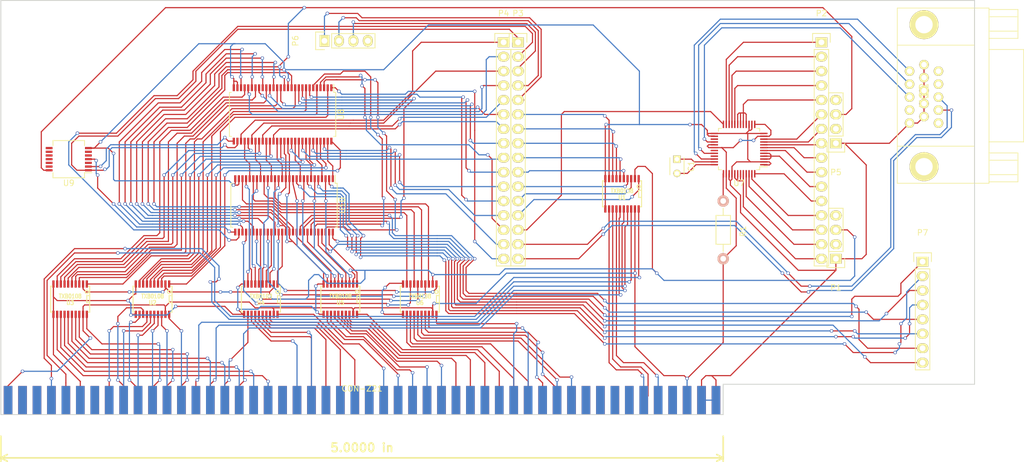
<source format=kicad_pcb>
(kicad_pcb (version 4) (host pcbnew "(2015-10-16 BZR 6271)-product")
  (layers (0 F.Cu signal) (31 B.Cu signal) (34 B.Paste user) (35 F.Paste user) (36 B.SilkS user) (37 F.SilkS user) (38 B.Mask user) (39 F.Mask user) (44 Edge.Cuts user))
  (net 0 "")
  (net 1 "Net-(CON-Z21-Pad100)")
  (net 2 "Net-(CON-Z21-Pad98)")
  (net 3 "Net-(CON-Z21-Pad96)")
  (net 4 "Net-(CON-Z21-Pad94)")
  (net 5 "Net-(CON-Z21-Pad92)")
  (net 6 "Net-(CON-Z21-Pad88)")
  (net 7 "Net-(CON-Z21-Pad86)")
  (net 8 "Net-(CON-Z21-Pad84)")
  (net 9 "Net-(CON-Z21-Pad78)")
  (net 10 "Net-(CON-Z21-Pad76)")
  (net 11 "Net-(CON-Z21-Pad68)")
  (net 12 "Net-(CON-Z21-Pad66)")
  (net 13 "Net-(CON-Z21-Pad64)")
  (net 14 "Net-(CON-Z21-Pad62)")
  (net 15 "Net-(CON-Z21-Pad60)")
  (net 16 "Net-(CON-Z21-Pad58)")
  (net 17 "Net-(CON-Z21-Pad56)")
  (net 18 "Net-(CON-Z21-Pad54)")
  (net 19 "Net-(CON-Z21-Pad52)")
  (net 20 "Net-(CON-Z21-Pad50)")
  (net 21 "Net-(CON-Z21-Pad48)")
  (net 22 "Net-(CON-Z21-Pad46)")
  (net 23 "Net-(CON-Z21-Pad44)")
  (net 24 "Net-(CON-Z21-Pad42)")
  (net 25 "Net-(CON-Z21-Pad40)")
  (net 26 "Net-(CON-Z21-Pad38)")
  (net 27 "Net-(CON-Z21-Pad36)")
  (net 28 "Net-(CON-Z21-Pad34)")
  (net 29 "Net-(CON-Z21-Pad28)")
  (net 30 "Net-(CON-Z21-Pad26)")
  (net 31 "Net-(CON-Z21-Pad24)")
  (net 32 "Net-(CON-Z21-Pad22)")
  (net 33 "Net-(CON-Z21-Pad20)")
  (net 34 "Net-(CON-Z21-Pad18)")
  (net 35 "Net-(CON-Z21-Pad16)")
  (net 36 "Net-(CON-Z21-Pad14)")
  (net 37 "Net-(CON-Z21-Pad12)")
  (net 38 "Net-(CON-Z21-Pad10)")
  (net 39 "Net-(CON-Z21-Pad8)")
  (net 40 "Net-(CON-Z21-Pad99)")
  (net 41 "Net-(CON-Z21-Pad97)")
  (net 42 "Net-(CON-Z21-Pad95)")
  (net 43 "Net-(CON-Z21-Pad93)")
  (net 44 "Net-(CON-Z21-Pad91)")
  (net 45 "Net-(CON-Z21-Pad89)")
  (net 46 "Net-(CON-Z21-Pad87)")
  (net 47 "Net-(CON-Z21-Pad85)")
  (net 48 "Net-(CON-Z21-Pad83)")
  (net 49 "Net-(CON-Z21-Pad81)")
  (net 50 "Net-(CON-Z21-Pad79)")
  (net 51 "Net-(CON-Z21-Pad77)")
  (net 52 "Net-(CON-Z21-Pad73)")
  (net 53 "Net-(CON-Z21-Pad71)")
  (net 54 "Net-(CON-Z21-Pad69)")
  (net 55 "Net-(CON-Z21-Pad67)")
  (net 56 "Net-(CON-Z21-Pad65)")
  (net 57 "Net-(CON-Z21-Pad61)")
  (net 58 "Net-(CON-Z21-Pad57)")
  (net 59 "Net-(CON-Z21-Pad55)")
  (net 60 "Net-(CON-Z21-Pad53)")
  (net 61 "Net-(CON-Z21-Pad51)")
  (net 62 "Net-(CON-Z21-Pad49)")
  (net 63 "Net-(CON-Z21-Pad43)")
  (net 64 "Net-(CON-Z21-Pad41)")
  (net 65 "Net-(CON-Z21-Pad39)")
  (net 66 "Net-(CON-Z21-Pad37)")
  (net 67 "Net-(CON-Z21-Pad35)")
  (net 68 "Net-(CON-Z21-Pad33)")
  (net 69 "Net-(CON-Z21-Pad31)")
  (net 70 "Net-(CON-Z21-Pad27)")
  (net 71 "Net-(CON-Z21-Pad25)")
  (net 72 "Net-(CON-Z21-Pad23)")
  (net 73 "Net-(CON-Z21-Pad21)")
  (net 74 "Net-(CON-Z21-Pad19)")
  (net 75 "Net-(CON-Z21-Pad17)")
  (net 76 "Net-(CON-Z21-Pad15)")
  (net 77 "Net-(CON-Z21-Pad13)")
  (net 78 "Net-(CON-Z21-Pad11)")
  (net 79 "Net-(CON-Z21-Pad9)")
  (net 80 "Net-(CON-Z21-Pad7)")
  (net 81 "Net-(U2-Pad1)")
  (net 82 "Net-(U2-Pad3)")
  (net 83 "Net-(U2-Pad4)")
  (net 84 "Net-(U2-Pad5)")
  (net 85 "Net-(U2-Pad6)")
  (net 86 "Net-(U2-Pad7)")
  (net 87 "Net-(U2-Pad8)")
  (net 88 "Net-(U2-Pad9)")
  (net 89 "Net-(U3-Pad1)")
  (net 90 "Net-(U3-Pad3)")
  (net 91 "Net-(U3-Pad4)")
  (net 92 "Net-(U3-Pad5)")
  (net 93 "Net-(U3-Pad6)")
  (net 94 "Net-(U3-Pad7)")
  (net 95 "Net-(U3-Pad8)")
  (net 96 "Net-(U3-Pad9)")
  (net 97 "Net-(P1-Pad2)")
  (net 98 "Net-(P1-Pad3)")
  (net 99 "Net-(P1-Pad4)")
  (net 100 "Net-(P2-Pad1)")
  (net 101 "Net-(P2-Pad2)")
  (net 102 "Net-(P2-Pad3)")
  (net 103 "Net-(P2-Pad4)")
  (net 104 "Net-(P2-Pad5)")
  (net 105 "Net-(P2-Pad6)")
  (net 106 "Net-(P2-Pad7)")
  (net 107 "Net-(P2-Pad8)")
  (net 108 "Net-(P2-Pad9)")
  (net 109 "Net-(P2-Pad10)")
  (net 110 "Net-(P2-Pad11)")
  (net 111 "Net-(P2-Pad12)")
  (net 112 "Net-(P2-Pad13)")
  (net 113 "Net-(P2-Pad14)")
  (net 114 "Net-(P2-Pad15)")
  (net 115 "Net-(P2-Pad16)")
  (net 116 "Net-(P3-Pad1)")
  (net 117 "Net-(P3-Pad2)")
  (net 118 "Net-(P3-Pad3)")
  (net 119 "Net-(P3-Pad4)")
  (net 120 "Net-(P3-Pad5)")
  (net 121 "Net-(P3-Pad6)")
  (net 122 "Net-(P3-Pad7)")
  (net 123 "Net-(P3-Pad8)")
  (net 124 "Net-(P3-Pad9)")
  (net 125 "Net-(P3-Pad10)")
  (net 126 "Net-(P3-Pad11)")
  (net 127 "Net-(P3-Pad12)")
  (net 128 "Net-(P3-Pad13)")
  (net 129 "Net-(P3-Pad14)")
  (net 130 "Net-(P3-Pad15)")
  (net 131 "Net-(P3-Pad16)")
  (net 132 "Net-(P4-Pad1)")
  (net 133 "Net-(P4-Pad2)")
  (net 134 "Net-(P4-Pad3)")
  (net 135 "Net-(P4-Pad4)")
  (net 136 "Net-(P4-Pad5)")
  (net 137 "Net-(P4-Pad6)")
  (net 138 "Net-(P4-Pad7)")
  (net 139 "Net-(P4-Pad8)")
  (net 140 "Net-(P4-Pad9)")
  (net 141 "Net-(P4-Pad10)")
  (net 142 "Net-(P4-Pad11)")
  (net 143 "Net-(P4-Pad12)")
  (net 144 "Net-(P4-Pad13)")
  (net 145 "Net-(P4-Pad14)")
  (net 146 "Net-(P4-Pad15)")
  (net 147 "Net-(P4-Pad16)")
  (net 148 "Net-(P5-Pad2)")
  (net 149 "Net-(P5-Pad4)")
  (net 150 "Net-(U12-Pad1)")
  (net 151 "Net-(U10-Pad15)")
  (net 152 "Net-(U10-Pad16)")
  (net 153 "Net-(U10-Pad17)")
  (net 154 "Net-(U10-Pad18)")
  (net 155 "Net-(U10-Pad19)")
  (net 156 "Net-(U10-Pad20)")
  (net 157 "Net-(U10-Pad21)")
  (net 158 "Net-(U10-Pad22)")
  (net 159 "Net-(U10-Pad23)")
  (net 160 "Net-(U10-Pad24)")
  (net 161 "Net-(U10-Pad26)")
  (net 162 "Net-(C1-Pad1)")
  (net 163 "Net-(C1-Pad2)")
  (net 164 GND)
  (net 165 /D7)
  (net 166 /D8)
  (net 167 //AS)
  (net 168 //UDS)
  (net 169 //LDS)
  (net 170 /A9)
  (net 171 /A8)
  (net 172 /D0)
  (net 173 /D15)
  (net 174 /A23)
  (net 175 /A17)
  (net 176 /A16)
  (net 177 /A1)
  (net 178 "Net-(P5-Pad3)")
  (net 179 "Net-(P6-Pad4)")
  (net 180 "Net-(P7-Pad1)")
  (net 181 "Net-(P7-Pad2)")
  (net 182 "Net-(P7-Pad3)")
  (net 183 "Net-(P7-Pad4)")
  (net 184 "Net-(P7-Pad5)")
  (net 185 "Net-(P7-Pad6)")
  (net 186 "Net-(P7-Pad7)")
  (net 187 "Net-(P7-Pad8)")
  (net 188 "Net-(R1-Pad1)")
  (net 189 "Net-(U10-Pad42)")
  (net 190 "Net-(U10-Pad39)")
  (net 191 "Net-(U10-Pad36)")
  (net 192 "Net-(U10-Pad33)")
  (net 193 "Net-(U10-Pad25)")
  (net 194 "Net-(U10-Pad55)")
  (net 195 "Net-(U10-Pad3)")
  (net 196 "Net-(U10-Pad52)")
  (net 197 "Net-(U10-Pad6)")
  (net 198 "Net-(U10-Pad49)")
  (net 199 "Net-(U10-Pad9)")
  (net 200 "Net-(U10-Pad46)")
  (net 201 "Net-(U10-Pad12)")
  (net 202 "Net-(U10-Pad41)")
  (net 203 "Net-(U10-Pad38)")
  (net 204 "Net-(U10-Pad35)")
  (net 205 "Net-(U10-Pad32)")
  (net 206 "Net-(U7-Pad27)")
  (net 207 "Net-(U12-Pad3)")
  (net 208 "Net-(U7-Pad31)")
  (net 209 "Net-(U12-Pad2)")
  (net 210 "Net-(U7-Pad33)")
  (net 211 "Net-(U10-Pad54)")
  (net 212 "Net-(U10-Pad51)")
  (net 213 "Net-(U10-Pad48)")
  (net 214 "Net-(U10-Pad45)")
  (net 215 "Net-(U10-Pad40)")
  (net 216 "Net-(U10-Pad37)")
  (net 217 "Net-(U10-Pad34)")
  (net 218 "Net-(U10-Pad31)")
  (net 219 "Net-(U8-Pad29)")
  (net 220 "Net-(U10-Pad10)")
  (net 221 "Net-(U10-Pad7)")
  (net 222 "Net-(U10-Pad4)")
  (net 223 "Net-(U10-Pad1)")
  (net 224 "Net-(U9-Pad3)")
  (net 225 "Net-(U10-Pad29)")
  (net 226 VCC)
  (module zorro2:zorro2card (layer F.Cu) (at 99.06 132.08)
    (fp_text reference CON-Z21 (at 0 0.5) (layer F.SilkS))
    (fp_text value zorro2port)
    (pad 100 connect rect (at -62.23 2.54) (size 1.524 5) (layers F.Cu F.Mask) (net 1 "Net-(CON-Z21-Pad100)"))
    (pad 98 connect rect (at -59.69 2.54) (size 1.524 5) (layers F.Cu F.Mask) (net 2 "Net-(CON-Z21-Pad98)"))
    (pad 96 connect rect (at -57.15 2.54) (size 1.524 5) (layers F.Cu F.Mask) (net 3 "Net-(CON-Z21-Pad96)"))
    (pad 94 connect rect (at -54.61 2.54) (size 1.524 5) (layers F.Cu F.Mask) (net 4 "Net-(CON-Z21-Pad94)"))
    (pad 92 connect rect (at -52.07 2.54) (size 1.524 5) (layers F.Cu F.Mask) (net 5 "Net-(CON-Z21-Pad92)"))
    (pad 90 connect rect (at -49.53 2.54) (size 1.524 5) (layers F.Cu F.Mask) (net 164 GND))
    (pad 88 connect rect (at -46.99 2.54) (size 1.524 5) (layers F.Cu F.Mask) (net 6 "Net-(CON-Z21-Pad88)"))
    (pad 86 connect rect (at -44.45 2.54) (size 1.524 5) (layers F.Cu F.Mask) (net 7 "Net-(CON-Z21-Pad86)"))
    (pad 84 connect rect (at -41.91 2.54) (size 1.524 5) (layers F.Cu F.Mask) (net 8 "Net-(CON-Z21-Pad84)"))
    (pad 82 connect rect (at -39.37 2.54) (size 1.524 5) (layers F.Cu F.Mask) (net 165 /D7))
    (pad 80 connect rect (at -36.83 2.54) (size 1.524 5) (layers F.Cu F.Mask) (net 166 /D8))
    (pad 78 connect rect (at -34.29 2.54) (size 1.524 5) (layers F.Cu F.Mask) (net 9 "Net-(CON-Z21-Pad78)"))
    (pad 76 connect rect (at -31.75 2.54) (size 1.524 5) (layers F.Cu F.Mask) (net 10 "Net-(CON-Z21-Pad76)"))
    (pad 74 connect rect (at -29.21 2.54) (size 1.524 5) (layers F.Cu F.Mask) (net 167 //AS))
    (pad 72 connect rect (at -26.67 2.54) (size 1.524 5) (layers F.Cu F.Mask) (net 168 //UDS))
    (pad 70 connect rect (at -24.13 2.54) (size 1.524 5) (layers F.Cu F.Mask) (net 169 //LDS))
    (pad 68 connect rect (at -21.59 2.54) (size 1.524 5) (layers F.Cu F.Mask) (net 11 "Net-(CON-Z21-Pad68)"))
    (pad 66 connect rect (at -19.05 2.54) (size 1.524 5) (layers F.Cu F.Mask) (net 12 "Net-(CON-Z21-Pad66)"))
    (pad 64 connect rect (at -16.51 2.54) (size 1.524 5) (layers F.Cu F.Mask) (net 13 "Net-(CON-Z21-Pad64)"))
    (pad 62 connect rect (at -13.97 2.54) (size 1.524 5) (layers F.Cu F.Mask) (net 14 "Net-(CON-Z21-Pad62)"))
    (pad 60 connect rect (at -11.43 2.54) (size 1.524 5) (layers F.Cu F.Mask) (net 15 "Net-(CON-Z21-Pad60)"))
    (pad 58 connect rect (at -8.89 2.54) (size 1.524 5) (layers F.Cu F.Mask) (net 16 "Net-(CON-Z21-Pad58)"))
    (pad 56 connect rect (at -6.35 2.54) (size 1.524 5) (layers F.Cu F.Mask) (net 17 "Net-(CON-Z21-Pad56)"))
    (pad 54 connect rect (at -3.81 2.54) (size 1.524 5) (layers F.Cu F.Mask) (net 18 "Net-(CON-Z21-Pad54)"))
    (pad 52 connect rect (at -1.27 2.54) (size 1.524 5) (layers F.Cu F.Mask) (net 19 "Net-(CON-Z21-Pad52)"))
    (pad 50 connect rect (at 1.27 2.54) (size 1.524 5) (layers F.Cu F.Mask) (net 20 "Net-(CON-Z21-Pad50)"))
    (pad 48 connect rect (at 3.81 2.54) (size 1.524 5) (layers F.Cu F.Mask) (net 21 "Net-(CON-Z21-Pad48)"))
    (pad 46 connect rect (at 6.35 2.54) (size 1.524 5) (layers F.Cu F.Mask) (net 22 "Net-(CON-Z21-Pad46)"))
    (pad 44 connect rect (at 8.89 2.54) (size 1.524 5) (layers F.Cu F.Mask) (net 23 "Net-(CON-Z21-Pad44)"))
    (pad 42 connect rect (at 11.43 2.54) (size 1.524 5) (layers F.Cu F.Mask) (net 24 "Net-(CON-Z21-Pad42)"))
    (pad 40 connect rect (at 13.97 2.54) (size 1.524 5) (layers F.Cu F.Mask) (net 25 "Net-(CON-Z21-Pad40)"))
    (pad 38 connect rect (at 16.51 2.54) (size 1.524 5) (layers F.Cu F.Mask) (net 26 "Net-(CON-Z21-Pad38)"))
    (pad 36 connect rect (at 19.05 2.54) (size 1.524 5) (layers F.Cu F.Mask) (net 27 "Net-(CON-Z21-Pad36)"))
    (pad 34 connect rect (at 21.59 2.54) (size 1.524 5) (layers F.Cu F.Mask) (net 28 "Net-(CON-Z21-Pad34)"))
    (pad 32 connect rect (at 24.13 2.54) (size 1.524 5) (layers F.Cu F.Mask) (net 170 /A9))
    (pad 30 connect rect (at 26.67 2.54) (size 1.524 5) (layers F.Cu F.Mask) (net 171 /A8))
    (pad 28 connect rect (at 29.21 2.54) (size 1.524 5) (layers F.Cu F.Mask) (net 29 "Net-(CON-Z21-Pad28)"))
    (pad 26 connect rect (at 31.75 2.54) (size 1.524 5) (layers F.Cu F.Mask) (net 30 "Net-(CON-Z21-Pad26)"))
    (pad 24 connect rect (at 34.29 2.54) (size 1.524 5) (layers F.Cu F.Mask) (net 31 "Net-(CON-Z21-Pad24)"))
    (pad 22 connect rect (at 36.83 2.54) (size 1.524 5) (layers F.Cu F.Mask) (net 32 "Net-(CON-Z21-Pad22)"))
    (pad 20 connect rect (at 39.37 2.54) (size 1.524 5) (layers F.Cu F.Mask) (net 33 "Net-(CON-Z21-Pad20)"))
    (pad 18 connect rect (at 41.91 2.54) (size 1.524 5) (layers F.Cu F.Mask) (net 34 "Net-(CON-Z21-Pad18)"))
    (pad 16 connect rect (at 44.45 2.54) (size 1.524 5) (layers F.Cu F.Mask) (net 35 "Net-(CON-Z21-Pad16)"))
    (pad 14 connect rect (at 46.99 2.54) (size 1.524 5) (layers F.Cu F.Mask) (net 36 "Net-(CON-Z21-Pad14)"))
    (pad 12 connect rect (at 49.53 2.54) (size 1.524 5) (layers F.Cu F.Mask) (net 37 "Net-(CON-Z21-Pad12)"))
    (pad 10 connect rect (at 52.07 2.54) (size 1.524 5) (layers F.Cu F.Mask) (net 38 "Net-(CON-Z21-Pad10)"))
    (pad 8 connect rect (at 54.61 2.54) (size 1.524 5) (layers F.Cu F.Mask) (net 39 "Net-(CON-Z21-Pad8)"))
    (pad 6 connect rect (at 57.15 2.54) (size 1.524 5) (layers F.Cu F.Mask) (net 1 "Net-(CON-Z21-Pad100)"))
    (pad 4 connect rect (at 59.69 2.54) (size 1.524 5) (layers F.Cu F.Mask) (net 164 GND))
    (pad 2 connect rect (at 62.23 2.54) (size 1.524 5) (layers F.Cu F.Mask) (net 164 GND))
    (pad 99 connect rect (at -62.23 2.54) (size 1.524 5) (layers B.Cu B.Mask) (net 40 "Net-(CON-Z21-Pad99)"))
    (pad 97 connect rect (at -59.69 2.54) (size 1.524 5) (layers B.Cu B.Mask) (net 41 "Net-(CON-Z21-Pad97)"))
    (pad 95 connect rect (at -57.15 2.54) (size 1.524 5) (layers B.Cu B.Mask) (net 42 "Net-(CON-Z21-Pad95)"))
    (pad 93 connect rect (at -54.61 2.54) (size 1.524 5) (layers B.Cu B.Mask) (net 43 "Net-(CON-Z21-Pad93)"))
    (pad 91 connect rect (at -52.07 2.54) (size 1.524 5) (layers B.Cu B.Mask) (net 44 "Net-(CON-Z21-Pad91)"))
    (pad 89 connect rect (at -49.53 2.54) (size 1.524 5) (layers B.Cu B.Mask) (net 45 "Net-(CON-Z21-Pad89)"))
    (pad 87 connect rect (at -46.99 2.54) (size 1.524 5) (layers B.Cu B.Mask) (net 46 "Net-(CON-Z21-Pad87)"))
    (pad 85 connect rect (at -44.45 2.54) (size 1.524 5) (layers B.Cu B.Mask) (net 47 "Net-(CON-Z21-Pad85)"))
    (pad 83 connect rect (at -41.91 2.54) (size 1.524 5) (layers B.Cu B.Mask) (net 48 "Net-(CON-Z21-Pad83)"))
    (pad 81 connect rect (at -39.37 2.54) (size 1.524 5) (layers B.Cu B.Mask) (net 49 "Net-(CON-Z21-Pad81)"))
    (pad 79 connect rect (at -36.83 2.54) (size 1.524 5) (layers B.Cu B.Mask) (net 50 "Net-(CON-Z21-Pad79)"))
    (pad 77 connect rect (at -34.29 2.54) (size 1.524 5) (layers B.Cu B.Mask) (net 51 "Net-(CON-Z21-Pad77)"))
    (pad 75 connect rect (at -31.75 2.54) (size 1.524 5) (layers B.Cu B.Mask) (net 172 /D0))
    (pad 73 connect rect (at -29.21 2.54) (size 1.524 5) (layers B.Cu B.Mask) (net 52 "Net-(CON-Z21-Pad73)"))
    (pad 71 connect rect (at -26.67 2.54) (size 1.524 5) (layers B.Cu B.Mask) (net 53 "Net-(CON-Z21-Pad71)"))
    (pad 69 connect rect (at -24.13 2.54) (size 1.524 5) (layers B.Cu B.Mask) (net 54 "Net-(CON-Z21-Pad69)"))
    (pad 67 connect rect (at -21.59 2.54) (size 1.524 5) (layers B.Cu B.Mask) (net 55 "Net-(CON-Z21-Pad67)"))
    (pad 65 connect rect (at -19.05 2.54) (size 1.524 5) (layers B.Cu B.Mask) (net 56 "Net-(CON-Z21-Pad65)"))
    (pad 63 connect rect (at -16.51 2.54) (size 1.524 5) (layers B.Cu B.Mask) (net 173 /D15))
    (pad 61 connect rect (at -13.97 2.54) (size 1.524 5) (layers B.Cu B.Mask) (net 57 "Net-(CON-Z21-Pad61)"))
    (pad 59 connect rect (at -11.43 2.54) (size 1.524 5) (layers B.Cu B.Mask) (net 174 /A23))
    (pad 57 connect rect (at -8.89 2.54) (size 1.524 5) (layers B.Cu B.Mask) (net 58 "Net-(CON-Z21-Pad57)"))
    (pad 55 connect rect (at -6.35 2.54) (size 1.524 5) (layers B.Cu B.Mask) (net 59 "Net-(CON-Z21-Pad55)"))
    (pad 53 connect rect (at -3.81 2.54) (size 1.524 5) (layers B.Cu B.Mask) (net 60 "Net-(CON-Z21-Pad53)"))
    (pad 51 connect rect (at -1.27 2.54) (size 1.524 5) (layers B.Cu B.Mask) (net 61 "Net-(CON-Z21-Pad51)"))
    (pad 49 connect rect (at 1.27 2.54) (size 1.524 5) (layers B.Cu B.Mask) (net 62 "Net-(CON-Z21-Pad49)"))
    (pad 47 connect rect (at 3.81 2.54) (size 1.524 5) (layers B.Cu B.Mask) (net 175 /A17))
    (pad 45 connect rect (at 6.35 2.54) (size 1.524 5) (layers B.Cu B.Mask) (net 176 /A16))
    (pad 43 connect rect (at 8.89 2.54) (size 1.524 5) (layers B.Cu B.Mask) (net 63 "Net-(CON-Z21-Pad43)"))
    (pad 41 connect rect (at 11.43 2.54) (size 1.524 5) (layers B.Cu B.Mask) (net 64 "Net-(CON-Z21-Pad41)"))
    (pad 39 connect rect (at 13.97 2.54) (size 1.524 5) (layers B.Cu B.Mask) (net 65 "Net-(CON-Z21-Pad39)"))
    (pad 37 connect rect (at 16.51 2.54) (size 1.524 5) (layers B.Cu B.Mask) (net 66 "Net-(CON-Z21-Pad37)"))
    (pad 35 connect rect (at 19.05 2.54) (size 1.524 5) (layers B.Cu B.Mask) (net 67 "Net-(CON-Z21-Pad35)"))
    (pad 33 connect rect (at 21.59 2.54) (size 1.524 5) (layers B.Cu B.Mask) (net 68 "Net-(CON-Z21-Pad33)"))
    (pad 31 connect rect (at 24.13 2.54) (size 1.524 5) (layers B.Cu B.Mask) (net 69 "Net-(CON-Z21-Pad31)"))
    (pad 29 connect rect (at 26.67 2.54) (size 1.524 5) (layers B.Cu B.Mask) (net 177 /A1))
    (pad 27 connect rect (at 29.21 2.54) (size 1.524 5) (layers B.Cu B.Mask) (net 70 "Net-(CON-Z21-Pad27)"))
    (pad 25 connect rect (at 31.75 2.54) (size 1.524 5) (layers B.Cu B.Mask) (net 71 "Net-(CON-Z21-Pad25)"))
    (pad 23 connect rect (at 34.29 2.54) (size 1.524 5) (layers B.Cu B.Mask) (net 72 "Net-(CON-Z21-Pad23)"))
    (pad 21 connect rect (at 36.83 2.54) (size 1.524 5) (layers B.Cu B.Mask) (net 73 "Net-(CON-Z21-Pad21)"))
    (pad 19 connect rect (at 39.37 2.54) (size 1.524 5) (layers B.Cu B.Mask) (net 74 "Net-(CON-Z21-Pad19)"))
    (pad 17 connect rect (at 41.91 2.54) (size 1.524 5) (layers B.Cu B.Mask) (net 75 "Net-(CON-Z21-Pad17)"))
    (pad 15 connect rect (at 44.45 2.54) (size 1.524 5) (layers B.Cu B.Mask) (net 76 "Net-(CON-Z21-Pad15)"))
    (pad 13 connect rect (at 46.99 2.54) (size 1.524 5) (layers B.Cu B.Mask) (net 77 "Net-(CON-Z21-Pad13)"))
    (pad 11 connect rect (at 49.53 2.54) (size 1.524 5) (layers B.Cu B.Mask) (net 78 "Net-(CON-Z21-Pad11)"))
    (pad 9 connect rect (at 52.07 2.54) (size 1.524 5) (layers B.Cu B.Mask) (net 79 "Net-(CON-Z21-Pad9)"))
    (pad 7 connect rect (at 54.61 2.54) (size 1.524 5) (layers B.Cu B.Mask) (net 80 "Net-(CON-Z21-Pad7)"))
    (pad 5 connect rect (at 57.15 2.54) (size 1.524 5) (layers B.Cu B.Mask) (net 1 "Net-(CON-Z21-Pad100)"))
    (pad 3 connect rect (at 59.69 2.54) (size 1.524 5) (layers B.Cu B.Mask) (net 164 GND))
    (pad 1 connect rect (at 62.23 2.54) (size 1.524 5) (layers B.Cu B.Mask) (net 164 GND))
  )
  (module opendous:TSSOP20_PW (layer F.Cu) (at 144.78 98.298 180)
    (fp_text reference U1 (at 0 -0.635 180) (layer F.SilkS) (effects (font (size 0.762 0.6604) (thickness 0.1778))))
    (fp_text value TXB0108 (at 0 0.508 180) (layer F.SilkS) (effects (font (size 0.762 0.6096) (thickness 0.1778))))
    (pad 1 smd rect (at -2.921 2.667 180) (size 0.4064 1.27) (layers F.Cu F.Paste F.Mask) (net 128 "Net-(P3-Pad13)"))
    (pad 2 smd rect (at -2.2606 2.667 180) (size 0.4064 1.27) (layers F.Cu F.Paste F.Mask) (net 98 "Net-(P1-Pad3)"))
    (pad 3 smd rect (at -1.6002 2.667 180) (size 0.4064 1.27) (layers F.Cu F.Paste F.Mask) (net 127 "Net-(P3-Pad12)"))
    (pad 4 smd rect (at -0.9652 2.667 180) (size 0.4064 1.27) (layers F.Cu F.Paste F.Mask) (net 126 "Net-(P3-Pad11)"))
    (pad 5 smd rect (at -0.3048 2.667 180) (size 0.4064 1.27) (layers F.Cu F.Paste F.Mask) (net 125 "Net-(P3-Pad10)"))
    (pad 6 smd rect (at 0.3556 2.667 180) (size 0.4064 1.27) (layers F.Cu F.Paste F.Mask) (net 124 "Net-(P3-Pad9)"))
    (pad 7 smd rect (at 0.9906 2.667 180) (size 0.4064 1.27) (layers F.Cu F.Paste F.Mask) (net 123 "Net-(P3-Pad8)"))
    (pad 8 smd rect (at 1.651 2.667 180) (size 0.4064 1.27) (layers F.Cu F.Paste F.Mask) (net 122 "Net-(P3-Pad7)"))
    (pad 9 smd rect (at 2.286 2.667 180) (size 0.4064 1.27) (layers F.Cu F.Paste F.Mask) (net 121 "Net-(P3-Pad6)"))
    (pad 10 smd rect (at 2.9464 2.667 180) (size 0.4064 1.27) (layers F.Cu F.Paste F.Mask) (net 164 GND))
    (pad 11 smd rect (at 2.9464 -2.667 180) (size 0.4064 1.27) (layers F.Cu F.Paste F.Mask) (net 164 GND))
    (pad 12 smd rect (at 2.286 -2.667 180) (size 0.4064 1.27) (layers F.Cu F.Paste F.Mask) (net 78 "Net-(CON-Z21-Pad11)"))
    (pad 13 smd rect (at 1.651 -2.667 180) (size 0.4064 1.27) (layers F.Cu F.Paste F.Mask) (net 37 "Net-(CON-Z21-Pad12)"))
    (pad 14 smd rect (at 0.9906 -2.667 180) (size 0.4064 1.27) (layers F.Cu F.Paste F.Mask) (net 79 "Net-(CON-Z21-Pad9)"))
    (pad 15 smd rect (at 0.3556 -2.667 180) (size 0.4064 1.27) (layers F.Cu F.Paste F.Mask) (net 11 "Net-(CON-Z21-Pad68)"))
    (pad 16 smd rect (at -0.3048 -2.667 180) (size 0.4064 1.27) (layers F.Cu F.Paste F.Mask) (net 168 //UDS))
    (pad 17 smd rect (at -0.9652 -2.667 180) (size 0.4064 1.27) (layers F.Cu F.Paste F.Mask) (net 167 //AS))
    (pad 18 smd rect (at -1.6002 -2.667 180) (size 0.4064 1.27) (layers F.Cu F.Paste F.Mask) (net 43 "Net-(CON-Z21-Pad93)"))
    (pad 19 smd rect (at -2.2606 -2.667 180) (size 0.4064 1.27) (layers F.Cu F.Paste F.Mask) (net 1 "Net-(CON-Z21-Pad100)"))
    (pad 20 smd rect (at -2.921 -2.667 180) (size 0.4064 1.27) (layers F.Cu F.Paste F.Mask) (net 5 "Net-(CON-Z21-Pad92)"))
  )
  (module opendous:TSSOP20_PW (layer F.Cu) (at 62.23 116.84 180)
    (fp_text reference U2 (at 0 -0.635 180) (layer F.SilkS) (effects (font (size 0.762 0.6604) (thickness 0.1778))))
    (fp_text value TXB0108 (at 0 0.508 180) (layer F.SilkS) (effects (font (size 0.762 0.6096) (thickness 0.1778))))
    (pad 1 smd rect (at -2.921 2.667 180) (size 0.4064 1.27) (layers F.Cu F.Paste F.Mask) (net 81 "Net-(U2-Pad1)"))
    (pad 2 smd rect (at -2.2606 2.667 180) (size 0.4064 1.27) (layers F.Cu F.Paste F.Mask) (net 98 "Net-(P1-Pad3)"))
    (pad 3 smd rect (at -1.6002 2.667 180) (size 0.4064 1.27) (layers F.Cu F.Paste F.Mask) (net 82 "Net-(U2-Pad3)"))
    (pad 4 smd rect (at -0.9652 2.667 180) (size 0.4064 1.27) (layers F.Cu F.Paste F.Mask) (net 83 "Net-(U2-Pad4)"))
    (pad 5 smd rect (at -0.3048 2.667 180) (size 0.4064 1.27) (layers F.Cu F.Paste F.Mask) (net 84 "Net-(U2-Pad5)"))
    (pad 6 smd rect (at 0.3556 2.667 180) (size 0.4064 1.27) (layers F.Cu F.Paste F.Mask) (net 85 "Net-(U2-Pad6)"))
    (pad 7 smd rect (at 0.9906 2.667 180) (size 0.4064 1.27) (layers F.Cu F.Paste F.Mask) (net 86 "Net-(U2-Pad7)"))
    (pad 8 smd rect (at 1.651 2.667 180) (size 0.4064 1.27) (layers F.Cu F.Paste F.Mask) (net 87 "Net-(U2-Pad8)"))
    (pad 9 smd rect (at 2.286 2.667 180) (size 0.4064 1.27) (layers F.Cu F.Paste F.Mask) (net 88 "Net-(U2-Pad9)"))
    (pad 10 smd rect (at 2.9464 2.667 180) (size 0.4064 1.27) (layers F.Cu F.Paste F.Mask) (net 164 GND))
    (pad 11 smd rect (at 2.9464 -2.667 180) (size 0.4064 1.27) (layers F.Cu F.Paste F.Mask) (net 164 GND))
    (pad 12 smd rect (at 2.286 -2.667 180) (size 0.4064 1.27) (layers F.Cu F.Paste F.Mask) (net 165 /D7))
    (pad 13 smd rect (at 1.651 -2.667 180) (size 0.4064 1.27) (layers F.Cu F.Paste F.Mask) (net 8 "Net-(CON-Z21-Pad84)"))
    (pad 14 smd rect (at 0.9906 -2.667 180) (size 0.4064 1.27) (layers F.Cu F.Paste F.Mask) (net 7 "Net-(CON-Z21-Pad86)"))
    (pad 15 smd rect (at 0.3556 -2.667 180) (size 0.4064 1.27) (layers F.Cu F.Paste F.Mask) (net 48 "Net-(CON-Z21-Pad83)"))
    (pad 16 smd rect (at -0.3048 -2.667 180) (size 0.4064 1.27) (layers F.Cu F.Paste F.Mask) (net 49 "Net-(CON-Z21-Pad81)"))
    (pad 17 smd rect (at -0.9652 -2.667 180) (size 0.4064 1.27) (layers F.Cu F.Paste F.Mask) (net 50 "Net-(CON-Z21-Pad79)"))
    (pad 18 smd rect (at -1.6002 -2.667 180) (size 0.4064 1.27) (layers F.Cu F.Paste F.Mask) (net 51 "Net-(CON-Z21-Pad77)"))
    (pad 19 smd rect (at -2.2606 -2.667 180) (size 0.4064 1.27) (layers F.Cu F.Paste F.Mask) (net 1 "Net-(CON-Z21-Pad100)"))
    (pad 20 smd rect (at -2.921 -2.667 180) (size 0.4064 1.27) (layers F.Cu F.Paste F.Mask) (net 172 /D0))
  )
  (module opendous:TSSOP20_PW (layer F.Cu) (at 47.752 116.84 180)
    (fp_text reference U3 (at 0 -0.635 180) (layer F.SilkS) (effects (font (size 0.762 0.6604) (thickness 0.1778))))
    (fp_text value TXB0108 (at 0 0.508 180) (layer F.SilkS) (effects (font (size 0.762 0.6096) (thickness 0.1778))))
    (pad 1 smd rect (at -2.921 2.667 180) (size 0.4064 1.27) (layers F.Cu F.Paste F.Mask) (net 89 "Net-(U3-Pad1)"))
    (pad 2 smd rect (at -2.2606 2.667 180) (size 0.4064 1.27) (layers F.Cu F.Paste F.Mask) (net 98 "Net-(P1-Pad3)"))
    (pad 3 smd rect (at -1.6002 2.667 180) (size 0.4064 1.27) (layers F.Cu F.Paste F.Mask) (net 90 "Net-(U3-Pad3)"))
    (pad 4 smd rect (at -0.9652 2.667 180) (size 0.4064 1.27) (layers F.Cu F.Paste F.Mask) (net 91 "Net-(U3-Pad4)"))
    (pad 5 smd rect (at -0.3048 2.667 180) (size 0.4064 1.27) (layers F.Cu F.Paste F.Mask) (net 92 "Net-(U3-Pad5)"))
    (pad 6 smd rect (at 0.3556 2.667 180) (size 0.4064 1.27) (layers F.Cu F.Paste F.Mask) (net 93 "Net-(U3-Pad6)"))
    (pad 7 smd rect (at 0.9906 2.667 180) (size 0.4064 1.27) (layers F.Cu F.Paste F.Mask) (net 94 "Net-(U3-Pad7)"))
    (pad 8 smd rect (at 1.651 2.667 180) (size 0.4064 1.27) (layers F.Cu F.Paste F.Mask) (net 95 "Net-(U3-Pad8)"))
    (pad 9 smd rect (at 2.286 2.667 180) (size 0.4064 1.27) (layers F.Cu F.Paste F.Mask) (net 96 "Net-(U3-Pad9)"))
    (pad 10 smd rect (at 2.9464 2.667 180) (size 0.4064 1.27) (layers F.Cu F.Paste F.Mask) (net 164 GND))
    (pad 11 smd rect (at 2.9464 -2.667 180) (size 0.4064 1.27) (layers F.Cu F.Paste F.Mask) (net 164 GND))
    (pad 12 smd rect (at 2.286 -2.667 180) (size 0.4064 1.27) (layers F.Cu F.Paste F.Mask) (net 173 /D15))
    (pad 13 smd rect (at 1.651 -2.667 180) (size 0.4064 1.27) (layers F.Cu F.Paste F.Mask) (net 56 "Net-(CON-Z21-Pad65)"))
    (pad 14 smd rect (at 0.9906 -2.667 180) (size 0.4064 1.27) (layers F.Cu F.Paste F.Mask) (net 55 "Net-(CON-Z21-Pad67)"))
    (pad 15 smd rect (at 0.3556 -2.667 180) (size 0.4064 1.27) (layers F.Cu F.Paste F.Mask) (net 54 "Net-(CON-Z21-Pad69)"))
    (pad 16 smd rect (at -0.3048 -2.667 180) (size 0.4064 1.27) (layers F.Cu F.Paste F.Mask) (net 53 "Net-(CON-Z21-Pad71)"))
    (pad 17 smd rect (at -0.9652 -2.667 180) (size 0.4064 1.27) (layers F.Cu F.Paste F.Mask) (net 10 "Net-(CON-Z21-Pad76)"))
    (pad 18 smd rect (at -1.6002 -2.667 180) (size 0.4064 1.27) (layers F.Cu F.Paste F.Mask) (net 9 "Net-(CON-Z21-Pad78)"))
    (pad 19 smd rect (at -2.2606 -2.667 180) (size 0.4064 1.27) (layers F.Cu F.Paste F.Mask) (net 1 "Net-(CON-Z21-Pad100)"))
    (pad 20 smd rect (at -2.921 -2.667 180) (size 0.4064 1.27) (layers F.Cu F.Paste F.Mask) (net 166 /D8))
  )
  (module opendous:TSSOP20_PW (layer F.Cu) (at 81.28 116.84 180)
    (fp_text reference U4 (at 0 -0.635 180) (layer F.SilkS) (effects (font (size 0.762 0.6604) (thickness 0.1778))))
    (fp_text value TXB0108 (at 0 0.508 180) (layer F.SilkS) (effects (font (size 0.762 0.6096) (thickness 0.1778))))
    (pad 1 smd rect (at -2.921 2.667 180) (size 0.4064 1.27) (layers F.Cu F.Paste F.Mask) (net 189 "Net-(U10-Pad42)"))
    (pad 2 smd rect (at -2.2606 2.667 180) (size 0.4064 1.27) (layers F.Cu F.Paste F.Mask) (net 98 "Net-(P1-Pad3)"))
    (pad 3 smd rect (at -1.6002 2.667 180) (size 0.4064 1.27) (layers F.Cu F.Paste F.Mask) (net 152 "Net-(U10-Pad16)"))
    (pad 4 smd rect (at -0.9652 2.667 180) (size 0.4064 1.27) (layers F.Cu F.Paste F.Mask) (net 190 "Net-(U10-Pad39)"))
    (pad 5 smd rect (at -0.3048 2.667 180) (size 0.4064 1.27) (layers F.Cu F.Paste F.Mask) (net 155 "Net-(U10-Pad19)"))
    (pad 6 smd rect (at 0.3556 2.667 180) (size 0.4064 1.27) (layers F.Cu F.Paste F.Mask) (net 191 "Net-(U10-Pad36)"))
    (pad 7 smd rect (at 0.9906 2.667 180) (size 0.4064 1.27) (layers F.Cu F.Paste F.Mask) (net 158 "Net-(U10-Pad22)"))
    (pad 8 smd rect (at 1.651 2.667 180) (size 0.4064 1.27) (layers F.Cu F.Paste F.Mask) (net 192 "Net-(U10-Pad33)"))
    (pad 9 smd rect (at 2.286 2.667 180) (size 0.4064 1.27) (layers F.Cu F.Paste F.Mask) (net 193 "Net-(U10-Pad25)"))
    (pad 10 smd rect (at 2.9464 2.667 180) (size 0.4064 1.27) (layers F.Cu F.Paste F.Mask) (net 164 GND))
    (pad 11 smd rect (at 2.9464 -2.667 180) (size 0.4064 1.27) (layers F.Cu F.Paste F.Mask) (net 164 GND))
    (pad 12 smd rect (at 2.286 -2.667 180) (size 0.4064 1.27) (layers F.Cu F.Paste F.Mask) (net 169 //LDS))
    (pad 13 smd rect (at 1.651 -2.667 180) (size 0.4064 1.27) (layers F.Cu F.Paste F.Mask) (net 174 /A23))
    (pad 14 smd rect (at 0.9906 -2.667 180) (size 0.4064 1.27) (layers F.Cu F.Paste F.Mask) (net 16 "Net-(CON-Z21-Pad58)"))
    (pad 15 smd rect (at 0.3556 -2.667 180) (size 0.4064 1.27) (layers F.Cu F.Paste F.Mask) (net 58 "Net-(CON-Z21-Pad57)"))
    (pad 16 smd rect (at -0.3048 -2.667 180) (size 0.4064 1.27) (layers F.Cu F.Paste F.Mask) (net 17 "Net-(CON-Z21-Pad56)"))
    (pad 17 smd rect (at -0.9652 -2.667 180) (size 0.4064 1.27) (layers F.Cu F.Paste F.Mask) (net 18 "Net-(CON-Z21-Pad54)"))
    (pad 18 smd rect (at -1.6002 -2.667 180) (size 0.4064 1.27) (layers F.Cu F.Paste F.Mask) (net 19 "Net-(CON-Z21-Pad52)"))
    (pad 19 smd rect (at -2.2606 -2.667 180) (size 0.4064 1.27) (layers F.Cu F.Paste F.Mask) (net 1 "Net-(CON-Z21-Pad100)"))
    (pad 20 smd rect (at -2.921 -2.667 180) (size 0.4064 1.27) (layers F.Cu F.Paste F.Mask) (net 175 /A17))
  )
  (module opendous:TSSOP20_PW (layer F.Cu) (at 95.25 116.84 180)
    (fp_text reference U5 (at 0 -0.635 180) (layer F.SilkS) (effects (font (size 0.762 0.6604) (thickness 0.1778))))
    (fp_text value TXB0108 (at 0 0.508 180) (layer F.SilkS) (effects (font (size 0.762 0.6096) (thickness 0.1778))))
    (pad 1 smd rect (at -2.921 2.667 180) (size 0.4064 1.27) (layers F.Cu F.Paste F.Mask) (net 194 "Net-(U10-Pad55)"))
    (pad 2 smd rect (at -2.2606 2.667 180) (size 0.4064 1.27) (layers F.Cu F.Paste F.Mask) (net 98 "Net-(P1-Pad3)"))
    (pad 3 smd rect (at -1.6002 2.667 180) (size 0.4064 1.27) (layers F.Cu F.Paste F.Mask) (net 195 "Net-(U10-Pad3)"))
    (pad 4 smd rect (at -0.9652 2.667 180) (size 0.4064 1.27) (layers F.Cu F.Paste F.Mask) (net 196 "Net-(U10-Pad52)"))
    (pad 5 smd rect (at -0.3048 2.667 180) (size 0.4064 1.27) (layers F.Cu F.Paste F.Mask) (net 197 "Net-(U10-Pad6)"))
    (pad 6 smd rect (at 0.3556 2.667 180) (size 0.4064 1.27) (layers F.Cu F.Paste F.Mask) (net 198 "Net-(U10-Pad49)"))
    (pad 7 smd rect (at 0.9906 2.667 180) (size 0.4064 1.27) (layers F.Cu F.Paste F.Mask) (net 199 "Net-(U10-Pad9)"))
    (pad 8 smd rect (at 1.651 2.667 180) (size 0.4064 1.27) (layers F.Cu F.Paste F.Mask) (net 200 "Net-(U10-Pad46)"))
    (pad 9 smd rect (at 2.286 2.667 180) (size 0.4064 1.27) (layers F.Cu F.Paste F.Mask) (net 201 "Net-(U10-Pad12)"))
    (pad 10 smd rect (at 2.9464 2.667 180) (size 0.4064 1.27) (layers F.Cu F.Paste F.Mask) (net 164 GND))
    (pad 11 smd rect (at 2.9464 -2.667 180) (size 0.4064 1.27) (layers F.Cu F.Paste F.Mask) (net 164 GND))
    (pad 12 smd rect (at 2.286 -2.667 180) (size 0.4064 1.27) (layers F.Cu F.Paste F.Mask) (net 176 /A16))
    (pad 13 smd rect (at 1.651 -2.667 180) (size 0.4064 1.27) (layers F.Cu F.Paste F.Mask) (net 63 "Net-(CON-Z21-Pad43)"))
    (pad 14 smd rect (at 0.9906 -2.667 180) (size 0.4064 1.27) (layers F.Cu F.Paste F.Mask) (net 64 "Net-(CON-Z21-Pad41)"))
    (pad 15 smd rect (at 0.3556 -2.667 180) (size 0.4064 1.27) (layers F.Cu F.Paste F.Mask) (net 65 "Net-(CON-Z21-Pad39)"))
    (pad 16 smd rect (at -0.3048 -2.667 180) (size 0.4064 1.27) (layers F.Cu F.Paste F.Mask) (net 26 "Net-(CON-Z21-Pad38)"))
    (pad 17 smd rect (at -0.9652 -2.667 180) (size 0.4064 1.27) (layers F.Cu F.Paste F.Mask) (net 27 "Net-(CON-Z21-Pad36)"))
    (pad 18 smd rect (at -1.6002 -2.667 180) (size 0.4064 1.27) (layers F.Cu F.Paste F.Mask) (net 28 "Net-(CON-Z21-Pad34)"))
    (pad 19 smd rect (at -2.2606 -2.667 180) (size 0.4064 1.27) (layers F.Cu F.Paste F.Mask) (net 1 "Net-(CON-Z21-Pad100)"))
    (pad 20 smd rect (at -2.921 -2.667 180) (size 0.4064 1.27) (layers F.Cu F.Paste F.Mask) (net 170 /A9))
  )
  (module opendous:TSSOP20_PW (layer F.Cu) (at 109.22 116.84 180)
    (fp_text reference U6 (at 0 -0.635 180) (layer F.SilkS) (effects (font (size 0.762 0.6604) (thickness 0.1778))))
    (fp_text value TXB0108 (at 0 0.508 180) (layer F.SilkS) (effects (font (size 0.762 0.6096) (thickness 0.1778))))
    (pad 1 smd rect (at -2.921 2.667 180) (size 0.4064 1.27) (layers F.Cu F.Paste F.Mask) (net 202 "Net-(U10-Pad41)"))
    (pad 2 smd rect (at -2.2606 2.667 180) (size 0.4064 1.27) (layers F.Cu F.Paste F.Mask) (net 98 "Net-(P1-Pad3)"))
    (pad 3 smd rect (at -1.6002 2.667 180) (size 0.4064 1.27) (layers F.Cu F.Paste F.Mask) (net 153 "Net-(U10-Pad17)"))
    (pad 4 smd rect (at -0.9652 2.667 180) (size 0.4064 1.27) (layers F.Cu F.Paste F.Mask) (net 203 "Net-(U10-Pad38)"))
    (pad 5 smd rect (at -0.3048 2.667 180) (size 0.4064 1.27) (layers F.Cu F.Paste F.Mask) (net 156 "Net-(U10-Pad20)"))
    (pad 6 smd rect (at 0.3556 2.667 180) (size 0.4064 1.27) (layers F.Cu F.Paste F.Mask) (net 204 "Net-(U10-Pad35)"))
    (pad 7 smd rect (at 0.9906 2.667 180) (size 0.4064 1.27) (layers F.Cu F.Paste F.Mask) (net 159 "Net-(U10-Pad23)"))
    (pad 8 smd rect (at 1.651 2.667 180) (size 0.4064 1.27) (layers F.Cu F.Paste F.Mask) (net 205 "Net-(U10-Pad32)"))
    (pad 9 smd rect (at 2.286 2.667 180) (size 0.4064 1.27) (layers F.Cu F.Paste F.Mask) (net 161 "Net-(U10-Pad26)"))
    (pad 10 smd rect (at 2.9464 2.667 180) (size 0.4064 1.27) (layers F.Cu F.Paste F.Mask) (net 164 GND))
    (pad 11 smd rect (at 2.9464 -2.667 180) (size 0.4064 1.27) (layers F.Cu F.Paste F.Mask) (net 164 GND))
    (pad 12 smd rect (at 2.286 -2.667 180) (size 0.4064 1.27) (layers F.Cu F.Paste F.Mask) (net 171 /A8))
    (pad 13 smd rect (at 1.651 -2.667 180) (size 0.4064 1.27) (layers F.Cu F.Paste F.Mask) (net 29 "Net-(CON-Z21-Pad28)"))
    (pad 14 smd rect (at 0.9906 -2.667 180) (size 0.4064 1.27) (layers F.Cu F.Paste F.Mask) (net 72 "Net-(CON-Z21-Pad23)"))
    (pad 15 smd rect (at 0.3556 -2.667 180) (size 0.4064 1.27) (layers F.Cu F.Paste F.Mask) (net 73 "Net-(CON-Z21-Pad21)"))
    (pad 16 smd rect (at -0.3048 -2.667 180) (size 0.4064 1.27) (layers F.Cu F.Paste F.Mask) (net 31 "Net-(CON-Z21-Pad24)"))
    (pad 17 smd rect (at -0.9652 -2.667 180) (size 0.4064 1.27) (layers F.Cu F.Paste F.Mask) (net 30 "Net-(CON-Z21-Pad26)"))
    (pad 18 smd rect (at -1.6002 -2.667 180) (size 0.4064 1.27) (layers F.Cu F.Paste F.Mask) (net 70 "Net-(CON-Z21-Pad27)"))
    (pad 19 smd rect (at -2.2606 -2.667 180) (size 0.4064 1.27) (layers F.Cu F.Paste F.Mask) (net 1 "Net-(CON-Z21-Pad100)"))
    (pad 20 smd rect (at -2.921 -2.667 180) (size 0.4064 1.27) (layers F.Cu F.Paste F.Mask) (net 177 /A1))
  )
  (module Pin_Headers:Pin_Header_Straight_1x04 (layer F.Cu) (at 182.372 109.728 180)
    (fp_text reference P1 (at 0 -5.1 180) (layer F.SilkS))
    (fp_text value CONN_01X04)
    (pad 1 thru_hole rect (at 0 0 180) (size 2.032 1.7272) (drill 1.016) (layers *.Cu *.Mask F.SilkS) (net 164 GND))
    (pad 2 thru_hole oval (at 0 2.54 180) (size 2.032 1.7272) (drill 1.016) (layers *.Cu *.Mask F.SilkS) (net 97 "Net-(P1-Pad2)"))
    (pad 3 thru_hole oval (at 0 5.08 180) (size 2.032 1.7272) (drill 1.016) (layers *.Cu *.Mask F.SilkS) (net 98 "Net-(P1-Pad3)"))
    (pad 4 thru_hole oval (at 0 7.62 180) (size 2.032 1.7272) (drill 1.016) (layers *.Cu *.Mask F.SilkS) (net 99 "Net-(P1-Pad4)"))
  )
  (module Pin_Headers:Pin_Header_Straight_1x16 (layer F.Cu) (at 179.832 71.628)
    (fp_text reference P2 (at 0 -5.1) (layer F.SilkS))
    (fp_text value CONN_01X16)
    (pad 1 thru_hole rect (at 0 0) (size 2.032 1.7272) (drill 1.016) (layers *.Cu *.Mask F.SilkS) (net 100 "Net-(P2-Pad1)"))
    (pad 2 thru_hole oval (at 0 2.54) (size 2.032 1.7272) (drill 1.016) (layers *.Cu *.Mask F.SilkS) (net 101 "Net-(P2-Pad2)"))
    (pad 3 thru_hole oval (at 0 5.08) (size 2.032 1.7272) (drill 1.016) (layers *.Cu *.Mask F.SilkS) (net 102 "Net-(P2-Pad3)"))
    (pad 4 thru_hole oval (at 0 7.62) (size 2.032 1.7272) (drill 1.016) (layers *.Cu *.Mask F.SilkS) (net 103 "Net-(P2-Pad4)"))
    (pad 5 thru_hole oval (at 0 10.16) (size 2.032 1.7272) (drill 1.016) (layers *.Cu *.Mask F.SilkS) (net 104 "Net-(P2-Pad5)"))
    (pad 6 thru_hole oval (at 0 12.7) (size 2.032 1.7272) (drill 1.016) (layers *.Cu *.Mask F.SilkS) (net 105 "Net-(P2-Pad6)"))
    (pad 7 thru_hole oval (at 0 15.24) (size 2.032 1.7272) (drill 1.016) (layers *.Cu *.Mask F.SilkS) (net 106 "Net-(P2-Pad7)"))
    (pad 8 thru_hole oval (at 0 17.78) (size 2.032 1.7272) (drill 1.016) (layers *.Cu *.Mask F.SilkS) (net 107 "Net-(P2-Pad8)"))
    (pad 9 thru_hole oval (at 0 20.32) (size 2.032 1.7272) (drill 1.016) (layers *.Cu *.Mask F.SilkS) (net 108 "Net-(P2-Pad9)"))
    (pad 10 thru_hole oval (at 0 22.86) (size 2.032 1.7272) (drill 1.016) (layers *.Cu *.Mask F.SilkS) (net 109 "Net-(P2-Pad10)"))
    (pad 11 thru_hole oval (at 0 25.4) (size 2.032 1.7272) (drill 1.016) (layers *.Cu *.Mask F.SilkS) (net 110 "Net-(P2-Pad11)"))
    (pad 12 thru_hole oval (at 0 27.94) (size 2.032 1.7272) (drill 1.016) (layers *.Cu *.Mask F.SilkS) (net 111 "Net-(P2-Pad12)"))
    (pad 13 thru_hole oval (at 0 30.48) (size 2.032 1.7272) (drill 1.016) (layers *.Cu *.Mask F.SilkS) (net 112 "Net-(P2-Pad13)"))
    (pad 14 thru_hole oval (at 0 33.02) (size 2.032 1.7272) (drill 1.016) (layers *.Cu *.Mask F.SilkS) (net 113 "Net-(P2-Pad14)"))
    (pad 15 thru_hole oval (at 0 35.56) (size 2.032 1.7272) (drill 1.016) (layers *.Cu *.Mask F.SilkS) (net 114 "Net-(P2-Pad15)"))
    (pad 16 thru_hole oval (at 0 38.1) (size 2.032 1.7272) (drill 1.016) (layers *.Cu *.Mask F.SilkS) (net 115 "Net-(P2-Pad16)"))
  )
  (module Pin_Headers:Pin_Header_Straight_1x16 (layer F.Cu) (at 126.492 71.628)
    (fp_text reference P3 (at 0 -5.1) (layer F.SilkS))
    (fp_text value CONN_01X16)
    (pad 1 thru_hole rect (at 0 0) (size 2.032 1.7272) (drill 1.016) (layers *.Cu *.Mask F.SilkS) (net 116 "Net-(P3-Pad1)"))
    (pad 2 thru_hole oval (at 0 2.54) (size 2.032 1.7272) (drill 1.016) (layers *.Cu *.Mask F.SilkS) (net 117 "Net-(P3-Pad2)"))
    (pad 3 thru_hole oval (at 0 5.08) (size 2.032 1.7272) (drill 1.016) (layers *.Cu *.Mask F.SilkS) (net 118 "Net-(P3-Pad3)"))
    (pad 4 thru_hole oval (at 0 7.62) (size 2.032 1.7272) (drill 1.016) (layers *.Cu *.Mask F.SilkS) (net 119 "Net-(P3-Pad4)"))
    (pad 5 thru_hole oval (at 0 10.16) (size 2.032 1.7272) (drill 1.016) (layers *.Cu *.Mask F.SilkS) (net 120 "Net-(P3-Pad5)"))
    (pad 6 thru_hole oval (at 0 12.7) (size 2.032 1.7272) (drill 1.016) (layers *.Cu *.Mask F.SilkS) (net 121 "Net-(P3-Pad6)"))
    (pad 7 thru_hole oval (at 0 15.24) (size 2.032 1.7272) (drill 1.016) (layers *.Cu *.Mask F.SilkS) (net 122 "Net-(P3-Pad7)"))
    (pad 8 thru_hole oval (at 0 17.78) (size 2.032 1.7272) (drill 1.016) (layers *.Cu *.Mask F.SilkS) (net 123 "Net-(P3-Pad8)"))
    (pad 9 thru_hole oval (at 0 20.32) (size 2.032 1.7272) (drill 1.016) (layers *.Cu *.Mask F.SilkS) (net 124 "Net-(P3-Pad9)"))
    (pad 10 thru_hole oval (at 0 22.86) (size 2.032 1.7272) (drill 1.016) (layers *.Cu *.Mask F.SilkS) (net 125 "Net-(P3-Pad10)"))
    (pad 11 thru_hole oval (at 0 25.4) (size 2.032 1.7272) (drill 1.016) (layers *.Cu *.Mask F.SilkS) (net 126 "Net-(P3-Pad11)"))
    (pad 12 thru_hole oval (at 0 27.94) (size 2.032 1.7272) (drill 1.016) (layers *.Cu *.Mask F.SilkS) (net 127 "Net-(P3-Pad12)"))
    (pad 13 thru_hole oval (at 0 30.48) (size 2.032 1.7272) (drill 1.016) (layers *.Cu *.Mask F.SilkS) (net 128 "Net-(P3-Pad13)"))
    (pad 14 thru_hole oval (at 0 33.02) (size 2.032 1.7272) (drill 1.016) (layers *.Cu *.Mask F.SilkS) (net 129 "Net-(P3-Pad14)"))
    (pad 15 thru_hole oval (at 0 35.56) (size 2.032 1.7272) (drill 1.016) (layers *.Cu *.Mask F.SilkS) (net 130 "Net-(P3-Pad15)"))
    (pad 16 thru_hole oval (at 0 38.1) (size 2.032 1.7272) (drill 1.016) (layers *.Cu *.Mask F.SilkS) (net 131 "Net-(P3-Pad16)"))
  )
  (module Pin_Headers:Pin_Header_Straight_1x16 (layer F.Cu) (at 123.952 71.628)
    (fp_text reference P4 (at 0 -5.1) (layer F.SilkS))
    (fp_text value CONN_01X16)
    (pad 1 thru_hole rect (at 0 0) (size 2.032 1.7272) (drill 1.016) (layers *.Cu *.Mask F.SilkS) (net 132 "Net-(P4-Pad1)"))
    (pad 2 thru_hole oval (at 0 2.54) (size 2.032 1.7272) (drill 1.016) (layers *.Cu *.Mask F.SilkS) (net 133 "Net-(P4-Pad2)"))
    (pad 3 thru_hole oval (at 0 5.08) (size 2.032 1.7272) (drill 1.016) (layers *.Cu *.Mask F.SilkS) (net 134 "Net-(P4-Pad3)"))
    (pad 4 thru_hole oval (at 0 7.62) (size 2.032 1.7272) (drill 1.016) (layers *.Cu *.Mask F.SilkS) (net 135 "Net-(P4-Pad4)"))
    (pad 5 thru_hole oval (at 0 10.16) (size 2.032 1.7272) (drill 1.016) (layers *.Cu *.Mask F.SilkS) (net 136 "Net-(P4-Pad5)"))
    (pad 6 thru_hole oval (at 0 12.7) (size 2.032 1.7272) (drill 1.016) (layers *.Cu *.Mask F.SilkS) (net 137 "Net-(P4-Pad6)"))
    (pad 7 thru_hole oval (at 0 15.24) (size 2.032 1.7272) (drill 1.016) (layers *.Cu *.Mask F.SilkS) (net 138 "Net-(P4-Pad7)"))
    (pad 8 thru_hole oval (at 0 17.78) (size 2.032 1.7272) (drill 1.016) (layers *.Cu *.Mask F.SilkS) (net 139 "Net-(P4-Pad8)"))
    (pad 9 thru_hole oval (at 0 20.32) (size 2.032 1.7272) (drill 1.016) (layers *.Cu *.Mask F.SilkS) (net 140 "Net-(P4-Pad9)"))
    (pad 10 thru_hole oval (at 0 22.86) (size 2.032 1.7272) (drill 1.016) (layers *.Cu *.Mask F.SilkS) (net 141 "Net-(P4-Pad10)"))
    (pad 11 thru_hole oval (at 0 25.4) (size 2.032 1.7272) (drill 1.016) (layers *.Cu *.Mask F.SilkS) (net 142 "Net-(P4-Pad11)"))
    (pad 12 thru_hole oval (at 0 27.94) (size 2.032 1.7272) (drill 1.016) (layers *.Cu *.Mask F.SilkS) (net 143 "Net-(P4-Pad12)"))
    (pad 13 thru_hole oval (at 0 30.48) (size 2.032 1.7272) (drill 1.016) (layers *.Cu *.Mask F.SilkS) (net 144 "Net-(P4-Pad13)"))
    (pad 14 thru_hole oval (at 0 33.02) (size 2.032 1.7272) (drill 1.016) (layers *.Cu *.Mask F.SilkS) (net 145 "Net-(P4-Pad14)"))
    (pad 15 thru_hole oval (at 0 35.56) (size 2.032 1.7272) (drill 1.016) (layers *.Cu *.Mask F.SilkS) (net 146 "Net-(P4-Pad15)"))
    (pad 16 thru_hole oval (at 0 38.1) (size 2.032 1.7272) (drill 1.016) (layers *.Cu *.Mask F.SilkS) (net 147 "Net-(P4-Pad16)"))
  )
  (module Pin_Headers:Pin_Header_Straight_1x04 (layer F.Cu) (at 182.372 89.408 180)
    (fp_text reference P5 (at 0 -5.1 180) (layer F.SilkS))
    (fp_text value CONN_01X04)
    (pad 1 thru_hole rect (at 0 0 180) (size 2.032 1.7272) (drill 1.016) (layers *.Cu *.Mask F.SilkS) (net 164 GND))
    (pad 2 thru_hole oval (at 0 2.54 180) (size 2.032 1.7272) (drill 1.016) (layers *.Cu *.Mask F.SilkS) (net 148 "Net-(P5-Pad2)"))
    (pad 3 thru_hole oval (at 0 5.08 180) (size 2.032 1.7272) (drill 1.016) (layers *.Cu *.Mask F.SilkS) (net 178 "Net-(P5-Pad3)"))
    (pad 4 thru_hole oval (at 0 7.62 180) (size 2.032 1.7272) (drill 1.016) (layers *.Cu *.Mask F.SilkS) (net 149 "Net-(P5-Pad4)"))
  )
  (module Capacitors_ThroughHole:C_Disc_D3_P2.5 (layer F.Cu) (at 154.432 92.202 270)
    (fp_text reference C1 (at 1.25 -2.5 270) (layer F.SilkS))
    (fp_text value 0.1uF)
    (pad 1 thru_hole rect (at 0 0 270) (size 1.3 1.3) (drill 0.8) (layers *.Cu *.Mask F.SilkS) (net 162 "Net-(C1-Pad1)"))
    (pad 2 thru_hole circle (at 2.5 0 270) (size 1.3 1.3) (drill 0.8001) (layers *.Cu *.Mask F.SilkS) (net 163 "Net-(C1-Pad2)"))
  )
  (module Pin_Headers:Pin_Header_Straight_1x04 (layer F.Cu) (at 92.456 71.374 90)
    (fp_text reference P6 (at 0 -5.1 90) (layer F.SilkS))
    (fp_text value CONN_01X04)
    (pad 1 thru_hole rect (at 0 0 90) (size 2.032 1.7272) (drill 1.016) (layers *.Cu *.Mask F.SilkS) (net 120 "Net-(P3-Pad5)"))
    (pad 2 thru_hole oval (at 0 2.54 90) (size 2.032 1.7272) (drill 1.016) (layers *.Cu *.Mask F.SilkS) (net 119 "Net-(P3-Pad4)"))
    (pad 3 thru_hole oval (at 0 5.08 90) (size 2.032 1.7272) (drill 1.016) (layers *.Cu *.Mask F.SilkS) (net 118 "Net-(P3-Pad3)"))
    (pad 4 thru_hole oval (at 0 7.62 90) (size 2.032 1.7272) (drill 1.016) (layers *.Cu *.Mask F.SilkS) (net 179 "Net-(P6-Pad4)"))
  )
  (module Pin_Headers:Pin_Header_Straight_1x08 (layer F.Cu) (at 197.612 110.236)
    (fp_text reference P7 (at 0 -5.1) (layer F.SilkS))
    (fp_text value CONN_01X08)
    (pad 1 thru_hole rect (at 0 0) (size 2.032 1.7272) (drill 1.016) (layers *.Cu *.Mask F.SilkS) (net 180 "Net-(P7-Pad1)"))
    (pad 2 thru_hole oval (at 0 2.54) (size 2.032 1.7272) (drill 1.016) (layers *.Cu *.Mask F.SilkS) (net 181 "Net-(P7-Pad2)"))
    (pad 3 thru_hole oval (at 0 5.08) (size 2.032 1.7272) (drill 1.016) (layers *.Cu *.Mask F.SilkS) (net 182 "Net-(P7-Pad3)"))
    (pad 4 thru_hole oval (at 0 7.62) (size 2.032 1.7272) (drill 1.016) (layers *.Cu *.Mask F.SilkS) (net 183 "Net-(P7-Pad4)"))
    (pad 5 thru_hole oval (at 0 10.16) (size 2.032 1.7272) (drill 1.016) (layers *.Cu *.Mask F.SilkS) (net 184 "Net-(P7-Pad5)"))
    (pad 6 thru_hole oval (at 0 12.7) (size 2.032 1.7272) (drill 1.016) (layers *.Cu *.Mask F.SilkS) (net 185 "Net-(P7-Pad6)"))
    (pad 7 thru_hole oval (at 0 15.24) (size 2.032 1.7272) (drill 1.016) (layers *.Cu *.Mask F.SilkS) (net 186 "Net-(P7-Pad7)"))
    (pad 8 thru_hole oval (at 0 17.78) (size 2.032 1.7272) (drill 1.016) (layers *.Cu *.Mask F.SilkS) (net 187 "Net-(P7-Pad8)"))
  )
  (module Housings_QFP:LQFP-48_7x7mm_Pitch0.5mm (layer F.Cu) (at 165.354 90.424 180)
    (fp_text reference U7 (at 0 -6 180) (layer F.SilkS))
    (fp_text value ADV7125-lqfp48)
    (pad 1 smd rect (at -4.35 -2.75 180) (size 1.3 0.25) (layers F.Cu F.Paste F.Mask) (net 164 GND))
    (pad 2 smd rect (at -4.35 -2.25 180) (size 1.3 0.25) (layers F.Cu F.Paste F.Mask) (net 164 GND))
    (pad 3 smd rect (at -4.35 -1.75 180) (size 1.3 0.25) (layers F.Cu F.Paste F.Mask) (net 110 "Net-(P2-Pad11)"))
    (pad 4 smd rect (at -4.35 -1.25 180) (size 1.3 0.25) (layers F.Cu F.Paste F.Mask) (net 110 "Net-(P2-Pad11)"))
    (pad 5 smd rect (at -4.35 -0.75 180) (size 1.3 0.25) (layers F.Cu F.Paste F.Mask) (net 110 "Net-(P2-Pad11)"))
    (pad 6 smd rect (at -4.35 -0.25 180) (size 1.3 0.25) (layers F.Cu F.Paste F.Mask) (net 109 "Net-(P2-Pad10)"))
    (pad 7 smd rect (at -4.35 0.25 180) (size 1.3 0.25) (layers F.Cu F.Paste F.Mask) (net 108 "Net-(P2-Pad9)"))
    (pad 8 smd rect (at -4.35 0.75 180) (size 1.3 0.25) (layers F.Cu F.Paste F.Mask) (net 107 "Net-(P2-Pad8)"))
    (pad 9 smd rect (at -4.35 1.25 180) (size 1.3 0.25) (layers F.Cu F.Paste F.Mask) (net 106 "Net-(P2-Pad7)"))
    (pad 10 smd rect (at -4.35 1.75 180) (size 1.3 0.25) (layers F.Cu F.Paste F.Mask) (net 105 "Net-(P2-Pad6)"))
    (pad 11 smd rect (at -4.35 2.25 180) (size 1.3 0.25) (layers F.Cu F.Paste F.Mask) (net 1 "Net-(CON-Z21-Pad100)"))
    (pad 12 smd rect (at -4.35 2.75 180) (size 1.3 0.25) (layers F.Cu F.Paste F.Mask) (net 164 GND))
    (pad 13 smd rect (at -2.75 4.35 270) (size 1.3 0.25) (layers F.Cu F.Paste F.Mask) (net 1 "Net-(CON-Z21-Pad100)"))
    (pad 14 smd rect (at -2.25 4.35 270) (size 1.3 0.25) (layers F.Cu F.Paste F.Mask) (net 164 GND))
    (pad 15 smd rect (at -1.75 4.35 270) (size 1.3 0.25) (layers F.Cu F.Paste F.Mask) (net 164 GND))
    (pad 16 smd rect (at -1.25 4.35 270) (size 1.3 0.25) (layers F.Cu F.Paste F.Mask) (net 104 "Net-(P2-Pad5)"))
    (pad 17 smd rect (at -0.75 4.35 270) (size 1.3 0.25) (layers F.Cu F.Paste F.Mask) (net 104 "Net-(P2-Pad5)"))
    (pad 18 smd rect (at -0.25 4.35 270) (size 1.3 0.25) (layers F.Cu F.Paste F.Mask) (net 104 "Net-(P2-Pad5)"))
    (pad 19 smd rect (at 0.25 4.35 270) (size 1.3 0.25) (layers F.Cu F.Paste F.Mask) (net 104 "Net-(P2-Pad5)"))
    (pad 20 smd rect (at 0.75 4.35 270) (size 1.3 0.25) (layers F.Cu F.Paste F.Mask) (net 103 "Net-(P2-Pad4)"))
    (pad 21 smd rect (at 1.25 4.35 270) (size 1.3 0.25) (layers F.Cu F.Paste F.Mask) (net 102 "Net-(P2-Pad3)"))
    (pad 22 smd rect (at 1.75 4.35 270) (size 1.3 0.25) (layers F.Cu F.Paste F.Mask) (net 101 "Net-(P2-Pad2)"))
    (pad 23 smd rect (at 2.25 4.35 270) (size 1.3 0.25) (layers F.Cu F.Paste F.Mask) (net 100 "Net-(P2-Pad1)"))
    (pad 24 smd rect (at 2.75 4.35 270) (size 1.3 0.25) (layers F.Cu F.Paste F.Mask) (net 129 "Net-(P3-Pad14)"))
    (pad 25 smd rect (at 4.35 2.75 180) (size 1.3 0.25) (layers F.Cu F.Paste F.Mask) (net 164 GND))
    (pad 26 smd rect (at 4.35 2.25 180) (size 1.3 0.25) (layers F.Cu F.Paste F.Mask) (net 164 GND))
    (pad 27 smd rect (at 4.35 1.75 180) (size 1.3 0.25) (layers F.Cu F.Paste F.Mask) (net 206 "Net-(U7-Pad27)"))
    (pad 28 smd rect (at 4.35 1.25 180) (size 1.3 0.25) (layers F.Cu F.Paste F.Mask) (net 207 "Net-(U12-Pad3)"))
    (pad 29 smd rect (at 4.35 0.75 180) (size 1.3 0.25) (layers F.Cu F.Paste F.Mask) (net 1 "Net-(CON-Z21-Pad100)"))
    (pad 30 smd rect (at 4.35 0.25 180) (size 1.3 0.25) (layers F.Cu F.Paste F.Mask) (net 1 "Net-(CON-Z21-Pad100)"))
    (pad 31 smd rect (at 4.35 -0.25 180) (size 1.3 0.25) (layers F.Cu F.Paste F.Mask) (net 208 "Net-(U7-Pad31)"))
    (pad 32 smd rect (at 4.35 -0.75 180) (size 1.3 0.25) (layers F.Cu F.Paste F.Mask) (net 209 "Net-(U12-Pad2)"))
    (pad 33 smd rect (at 4.35 -1.25 180) (size 1.3 0.25) (layers F.Cu F.Paste F.Mask) (net 210 "Net-(U7-Pad33)"))
    (pad 34 smd rect (at 4.35 -1.75 180) (size 1.3 0.25) (layers F.Cu F.Paste F.Mask) (net 150 "Net-(U12-Pad1)"))
    (pad 35 smd rect (at 4.35 -2.25 180) (size 1.3 0.25) (layers F.Cu F.Paste F.Mask) (net 162 "Net-(C1-Pad1)"))
    (pad 36 smd rect (at 4.35 -2.75 180) (size 1.3 0.25) (layers F.Cu F.Paste F.Mask) (net 163 "Net-(C1-Pad2)"))
    (pad 37 smd rect (at 2.75 -4.35 270) (size 1.3 0.25) (layers F.Cu F.Paste F.Mask) (net 188 "Net-(R1-Pad1)"))
    (pad 38 smd rect (at 2.25 -4.35 270) (size 1.3 0.25) (layers F.Cu F.Paste F.Mask) (net 1 "Net-(CON-Z21-Pad100)"))
    (pad 39 smd rect (at 1.75 -4.35 270) (size 1.3 0.25) (layers F.Cu F.Paste F.Mask) (net 164 GND))
    (pad 40 smd rect (at 1.25 -4.35 270) (size 1.3 0.25) (layers F.Cu F.Paste F.Mask) (net 164 GND))
    (pad 41 smd rect (at 0.75 -4.35 270) (size 1.3 0.25) (layers F.Cu F.Paste F.Mask) (net 115 "Net-(P2-Pad16)"))
    (pad 42 smd rect (at 0.25 -4.35 270) (size 1.3 0.25) (layers F.Cu F.Paste F.Mask) (net 115 "Net-(P2-Pad16)"))
    (pad 43 smd rect (at -0.25 -4.35 270) (size 1.3 0.25) (layers F.Cu F.Paste F.Mask) (net 115 "Net-(P2-Pad16)"))
    (pad 44 smd rect (at -0.75 -4.35 270) (size 1.3 0.25) (layers F.Cu F.Paste F.Mask) (net 115 "Net-(P2-Pad16)"))
    (pad 45 smd rect (at -1.25 -4.35 270) (size 1.3 0.25) (layers F.Cu F.Paste F.Mask) (net 114 "Net-(P2-Pad15)"))
    (pad 46 smd rect (at -1.75 -4.35 270) (size 1.3 0.25) (layers F.Cu F.Paste F.Mask) (net 113 "Net-(P2-Pad14)"))
    (pad 47 smd rect (at -2.25 -4.35 270) (size 1.3 0.25) (layers F.Cu F.Paste F.Mask) (net 112 "Net-(P2-Pad13)"))
    (pad 48 smd rect (at -2.75 -4.35 270) (size 1.3 0.25) (layers F.Cu F.Paste F.Mask) (net 111 "Net-(P2-Pad12)"))
  )
  (module Housings_SSOP:SSOP-56_7.5x18.5mm_Pitch0.635mm (layer F.Cu) (at 85.09 84.328 270)
    (fp_text reference U8 (at 0 -10.275 270) (layer F.SilkS))
    (fp_text value SN74CBT16233)
    (pad 1 smd rect (at -4.7 -8.5725 270) (size 1.2 0.4) (layers F.Cu F.Paste F.Mask) (net 147 "Net-(P4-Pad16)"))
    (pad 2 smd rect (at -4.7 -7.9375 270) (size 1.2 0.4) (layers F.Cu F.Paste F.Mask) (net 82 "Net-(U2-Pad3)"))
    (pad 3 smd rect (at -4.7 -7.3025 270) (size 1.2 0.4) (layers F.Cu F.Paste F.Mask) (net 211 "Net-(U10-Pad54)"))
    (pad 4 smd rect (at -4.7 -6.6675 270) (size 1.2 0.4) (layers F.Cu F.Paste F.Mask) (net 145 "Net-(P4-Pad14)"))
    (pad 5 smd rect (at -4.7 -6.0325 270) (size 1.2 0.4) (layers F.Cu F.Paste F.Mask) (net 84 "Net-(U2-Pad5)"))
    (pad 6 smd rect (at -4.7 -5.3975 270) (size 1.2 0.4) (layers F.Cu F.Paste F.Mask) (net 212 "Net-(U10-Pad51)"))
    (pad 7 smd rect (at -4.7 -4.7625 270) (size 1.2 0.4) (layers F.Cu F.Paste F.Mask) (net 143 "Net-(P4-Pad12)"))
    (pad 8 smd rect (at -4.7 -4.1275 270) (size 1.2 0.4) (layers F.Cu F.Paste F.Mask) (net 86 "Net-(U2-Pad7)"))
    (pad 9 smd rect (at -4.7 -3.4925 270) (size 1.2 0.4) (layers F.Cu F.Paste F.Mask) (net 213 "Net-(U10-Pad48)"))
    (pad 10 smd rect (at -4.7 -2.8575 270) (size 1.2 0.4) (layers F.Cu F.Paste F.Mask) (net 141 "Net-(P4-Pad10)"))
    (pad 11 smd rect (at -4.7 -2.2225 270) (size 1.2 0.4) (layers F.Cu F.Paste F.Mask) (net 88 "Net-(U2-Pad9)"))
    (pad 12 smd rect (at -4.7 -1.5875 270) (size 1.2 0.4) (layers F.Cu F.Paste F.Mask) (net 214 "Net-(U10-Pad45)"))
    (pad 13 smd rect (at -4.7 -0.9525 270) (size 1.2 0.4) (layers F.Cu F.Paste F.Mask) (net 164 GND))
    (pad 14 smd rect (at -4.7 -0.3175 270) (size 1.2 0.4) (layers F.Cu F.Paste F.Mask) (net 178 "Net-(P5-Pad3)"))
    (pad 15 smd rect (at -4.7 0.3175 270) (size 1.2 0.4) (layers F.Cu F.Paste F.Mask) (net 139 "Net-(P4-Pad8)"))
    (pad 16 smd rect (at -4.7 0.9525 270) (size 1.2 0.4) (layers F.Cu F.Paste F.Mask) (net 90 "Net-(U3-Pad3)"))
    (pad 17 smd rect (at -4.7 1.5875 270) (size 1.2 0.4) (layers F.Cu F.Paste F.Mask) (net 215 "Net-(U10-Pad40)"))
    (pad 18 smd rect (at -4.7 2.2225 270) (size 1.2 0.4) (layers F.Cu F.Paste F.Mask) (net 137 "Net-(P4-Pad6)"))
    (pad 19 smd rect (at -4.7 2.8575 270) (size 1.2 0.4) (layers F.Cu F.Paste F.Mask) (net 92 "Net-(U3-Pad5)"))
    (pad 20 smd rect (at -4.7 3.4925 270) (size 1.2 0.4) (layers F.Cu F.Paste F.Mask) (net 216 "Net-(U10-Pad37)"))
    (pad 21 smd rect (at -4.7 4.1275 270) (size 1.2 0.4) (layers F.Cu F.Paste F.Mask) (net 135 "Net-(P4-Pad4)"))
    (pad 22 smd rect (at -4.7 4.7625 270) (size 1.2 0.4) (layers F.Cu F.Paste F.Mask) (net 94 "Net-(U3-Pad7)"))
    (pad 23 smd rect (at -4.7 5.3975 270) (size 1.2 0.4) (layers F.Cu F.Paste F.Mask) (net 217 "Net-(U10-Pad34)"))
    (pad 24 smd rect (at -4.7 6.0325 270) (size 1.2 0.4) (layers F.Cu F.Paste F.Mask) (net 133 "Net-(P4-Pad2)"))
    (pad 25 smd rect (at -4.7 6.6675 270) (size 1.2 0.4) (layers F.Cu F.Paste F.Mask) (net 96 "Net-(U3-Pad9)"))
    (pad 26 smd rect (at -4.7 7.3025 270) (size 1.2 0.4) (layers F.Cu F.Paste F.Mask) (net 218 "Net-(U10-Pad31)"))
    (pad 27 smd rect (at -4.7 7.9375 270) (size 1.2 0.4) (layers F.Cu F.Paste F.Mask) (net 164 GND))
    (pad 28 smd rect (at -4.7 8.5725 270) (size 1.2 0.4) (layers F.Cu F.Paste F.Mask) (net 164 GND))
    (pad 29 smd rect (at 4.7 8.5725 270) (size 1.2 0.4) (layers F.Cu F.Paste F.Mask) (net 219 "Net-(U8-Pad29)"))
    (pad 30 smd rect (at 4.7 7.9375 270) (size 1.2 0.4) (layers F.Cu F.Paste F.Mask) (net 116 "Net-(P3-Pad1)"))
    (pad 31 smd rect (at 4.7 7.3025 270) (size 1.2 0.4) (layers F.Cu F.Paste F.Mask) (net 132 "Net-(P4-Pad1)"))
    (pad 32 smd rect (at 4.7 6.6675 270) (size 1.2 0.4) (layers F.Cu F.Paste F.Mask) (net 160 "Net-(U10-Pad24)"))
    (pad 33 smd rect (at 4.7 6.0325 270) (size 1.2 0.4) (layers F.Cu F.Paste F.Mask) (net 95 "Net-(U3-Pad8)"))
    (pad 34 smd rect (at 4.7 5.3975 270) (size 1.2 0.4) (layers F.Cu F.Paste F.Mask) (net 134 "Net-(P4-Pad3)"))
    (pad 35 smd rect (at 4.7 4.7625 270) (size 1.2 0.4) (layers F.Cu F.Paste F.Mask) (net 157 "Net-(U10-Pad21)"))
    (pad 36 smd rect (at 4.7 4.1275 270) (size 1.2 0.4) (layers F.Cu F.Paste F.Mask) (net 93 "Net-(U3-Pad6)"))
    (pad 37 smd rect (at 4.7 3.4925 270) (size 1.2 0.4) (layers F.Cu F.Paste F.Mask) (net 136 "Net-(P4-Pad5)"))
    (pad 38 smd rect (at 4.7 2.8575 270) (size 1.2 0.4) (layers F.Cu F.Paste F.Mask) (net 154 "Net-(U10-Pad18)"))
    (pad 39 smd rect (at 4.7 2.2225 270) (size 1.2 0.4) (layers F.Cu F.Paste F.Mask) (net 91 "Net-(U3-Pad4)"))
    (pad 40 smd rect (at 4.7 1.5875 270) (size 1.2 0.4) (layers F.Cu F.Paste F.Mask) (net 138 "Net-(P4-Pad7)"))
    (pad 41 smd rect (at 4.7 0.9525 270) (size 1.2 0.4) (layers F.Cu F.Paste F.Mask) (net 151 "Net-(U10-Pad15)"))
    (pad 42 smd rect (at 4.7 0.3175 270) (size 1.2 0.4) (layers F.Cu F.Paste F.Mask) (net 89 "Net-(U3-Pad1)"))
    (pad 43 smd rect (at 4.7 -0.3175 270) (size 1.2 0.4) (layers F.Cu F.Paste F.Mask) (net 178 "Net-(P5-Pad3)"))
    (pad 44 smd rect (at 4.7 -0.9525 270) (size 1.2 0.4) (layers F.Cu F.Paste F.Mask) (net 164 GND))
    (pad 45 smd rect (at 4.7 -1.5875 270) (size 1.2 0.4) (layers F.Cu F.Paste F.Mask) (net 140 "Net-(P4-Pad9)"))
    (pad 46 smd rect (at 4.7 -2.2225 270) (size 1.2 0.4) (layers F.Cu F.Paste F.Mask) (net 220 "Net-(U10-Pad10)"))
    (pad 47 smd rect (at 4.7 -2.8575 270) (size 1.2 0.4) (layers F.Cu F.Paste F.Mask) (net 87 "Net-(U2-Pad8)"))
    (pad 48 smd rect (at 4.7 -3.4925 270) (size 1.2 0.4) (layers F.Cu F.Paste F.Mask) (net 142 "Net-(P4-Pad11)"))
    (pad 49 smd rect (at 4.7 -4.1275 270) (size 1.2 0.4) (layers F.Cu F.Paste F.Mask) (net 221 "Net-(U10-Pad7)"))
    (pad 50 smd rect (at 4.7 -4.7625 270) (size 1.2 0.4) (layers F.Cu F.Paste F.Mask) (net 85 "Net-(U2-Pad6)"))
    (pad 51 smd rect (at 4.7 -5.3975 270) (size 1.2 0.4) (layers F.Cu F.Paste F.Mask) (net 144 "Net-(P4-Pad13)"))
    (pad 52 smd rect (at 4.7 -6.0325 270) (size 1.2 0.4) (layers F.Cu F.Paste F.Mask) (net 222 "Net-(U10-Pad4)"))
    (pad 53 smd rect (at 4.7 -6.6675 270) (size 1.2 0.4) (layers F.Cu F.Paste F.Mask) (net 83 "Net-(U2-Pad4)"))
    (pad 54 smd rect (at 4.7 -7.3025 270) (size 1.2 0.4) (layers F.Cu F.Paste F.Mask) (net 146 "Net-(P4-Pad15)"))
    (pad 55 smd rect (at 4.7 -7.9375 270) (size 1.2 0.4) (layers F.Cu F.Paste F.Mask) (net 223 "Net-(U10-Pad1)"))
    (pad 56 smd rect (at 4.7 -8.5725 270) (size 1.2 0.4) (layers F.Cu F.Paste F.Mask) (net 81 "Net-(U2-Pad1)"))
  )
  (module Housings_SSOP:SSOP-14_5.3x6.2mm_Pitch0.65mm (layer F.Cu) (at 47.498 92.202 180)
    (fp_text reference U9 (at 0 -4.2 180) (layer F.SilkS))
    (fp_text value 74LS04)
    (pad 1 smd rect (at -3.45 -1.95 180) (size 1.2 0.4) (layers F.Cu F.Paste F.Mask) (net 116 "Net-(P3-Pad1)"))
    (pad 2 smd rect (at -3.45 -1.3 180) (size 1.2 0.4) (layers F.Cu F.Paste F.Mask) (net 219 "Net-(U8-Pad29)"))
    (pad 3 smd rect (at -3.45 -0.65 180) (size 1.2 0.4) (layers F.Cu F.Paste F.Mask) (net 224 "Net-(U9-Pad3)"))
    (pad 4 smd rect (at -3.45 0 180) (size 1.2 0.4) (layers F.Cu F.Paste F.Mask) (net 225 "Net-(U10-Pad29)"))
    (pad 5 smd rect (at -3.45 0.65 180) (size 1.2 0.4) (layers F.Cu F.Paste F.Mask))
    (pad 6 smd rect (at -3.45 1.3 180) (size 1.2 0.4) (layers F.Cu F.Paste F.Mask))
    (pad 7 smd rect (at -3.45 1.95 180) (size 1.2 0.4) (layers F.Cu F.Paste F.Mask) (net 164 GND))
    (pad 8 smd rect (at 3.45 1.95 180) (size 1.2 0.4) (layers F.Cu F.Paste F.Mask))
    (pad 9 smd rect (at 3.45 1.3 180) (size 1.2 0.4) (layers F.Cu F.Paste F.Mask))
    (pad 10 smd rect (at 3.45 0.65 180) (size 1.2 0.4) (layers F.Cu F.Paste F.Mask))
    (pad 11 smd rect (at 3.45 0 180) (size 1.2 0.4) (layers F.Cu F.Paste F.Mask))
    (pad 12 smd rect (at 3.45 -0.65 180) (size 1.2 0.4) (layers F.Cu F.Paste F.Mask))
    (pad 13 smd rect (at 3.45 -1.3 180) (size 1.2 0.4) (layers F.Cu F.Paste F.Mask))
    (pad 14 smd rect (at 3.45 -1.95 180) (size 1.2 0.4) (layers F.Cu F.Paste F.Mask) (net 226 VCC))
  )
  (module Housings_SSOP:SSOP-56_7.5x18.5mm_Pitch0.635mm (layer F.Cu) (at 85.344 100.33 270)
    (fp_text reference U10 (at 0 -10.275 270) (layer F.SilkS))
    (fp_text value SN74CBT16233)
    (pad 1 smd rect (at -4.7 -8.5725 270) (size 1.2 0.4) (layers F.Cu F.Paste F.Mask) (net 223 "Net-(U10-Pad1)"))
    (pad 2 smd rect (at -4.7 -7.9375 270) (size 1.2 0.4) (layers F.Cu F.Paste F.Mask) (net 181 "Net-(P7-Pad2)"))
    (pad 3 smd rect (at -4.7 -7.3025 270) (size 1.2 0.4) (layers F.Cu F.Paste F.Mask) (net 195 "Net-(U10-Pad3)"))
    (pad 4 smd rect (at -4.7 -6.6675 270) (size 1.2 0.4) (layers F.Cu F.Paste F.Mask) (net 222 "Net-(U10-Pad4)"))
    (pad 5 smd rect (at -4.7 -6.0325 270) (size 1.2 0.4) (layers F.Cu F.Paste F.Mask) (net 183 "Net-(P7-Pad4)"))
    (pad 6 smd rect (at -4.7 -5.3975 270) (size 1.2 0.4) (layers F.Cu F.Paste F.Mask) (net 197 "Net-(U10-Pad6)"))
    (pad 7 smd rect (at -4.7 -4.7625 270) (size 1.2 0.4) (layers F.Cu F.Paste F.Mask) (net 221 "Net-(U10-Pad7)"))
    (pad 8 smd rect (at -4.7 -4.1275 270) (size 1.2 0.4) (layers F.Cu F.Paste F.Mask) (net 185 "Net-(P7-Pad6)"))
    (pad 9 smd rect (at -4.7 -3.4925 270) (size 1.2 0.4) (layers F.Cu F.Paste F.Mask) (net 199 "Net-(U10-Pad9)"))
    (pad 10 smd rect (at -4.7 -2.8575 270) (size 1.2 0.4) (layers F.Cu F.Paste F.Mask) (net 220 "Net-(U10-Pad10)"))
    (pad 11 smd rect (at -4.7 -2.2225 270) (size 1.2 0.4) (layers F.Cu F.Paste F.Mask) (net 187 "Net-(P7-Pad8)"))
    (pad 12 smd rect (at -4.7 -1.5875 270) (size 1.2 0.4) (layers F.Cu F.Paste F.Mask) (net 201 "Net-(U10-Pad12)"))
    (pad 13 smd rect (at -4.7 -0.9525 270) (size 1.2 0.4) (layers F.Cu F.Paste F.Mask) (net 164 GND))
    (pad 14 smd rect (at -4.7 -0.3175 270) (size 1.2 0.4) (layers F.Cu F.Paste F.Mask) (net 178 "Net-(P5-Pad3)"))
    (pad 15 smd rect (at -4.7 0.3175 270) (size 1.2 0.4) (layers F.Cu F.Paste F.Mask) (net 151 "Net-(U10-Pad15)"))
    (pad 16 smd rect (at -4.7 0.9525 270) (size 1.2 0.4) (layers F.Cu F.Paste F.Mask) (net 152 "Net-(U10-Pad16)"))
    (pad 17 smd rect (at -4.7 1.5875 270) (size 1.2 0.4) (layers F.Cu F.Paste F.Mask) (net 153 "Net-(U10-Pad17)"))
    (pad 18 smd rect (at -4.7 2.2225 270) (size 1.2 0.4) (layers F.Cu F.Paste F.Mask) (net 154 "Net-(U10-Pad18)"))
    (pad 19 smd rect (at -4.7 2.8575 270) (size 1.2 0.4) (layers F.Cu F.Paste F.Mask) (net 155 "Net-(U10-Pad19)"))
    (pad 20 smd rect (at -4.7 3.4925 270) (size 1.2 0.4) (layers F.Cu F.Paste F.Mask) (net 156 "Net-(U10-Pad20)"))
    (pad 21 smd rect (at -4.7 4.1275 270) (size 1.2 0.4) (layers F.Cu F.Paste F.Mask) (net 157 "Net-(U10-Pad21)"))
    (pad 22 smd rect (at -4.7 4.7625 270) (size 1.2 0.4) (layers F.Cu F.Paste F.Mask) (net 158 "Net-(U10-Pad22)"))
    (pad 23 smd rect (at -4.7 5.3975 270) (size 1.2 0.4) (layers F.Cu F.Paste F.Mask) (net 159 "Net-(U10-Pad23)"))
    (pad 24 smd rect (at -4.7 6.0325 270) (size 1.2 0.4) (layers F.Cu F.Paste F.Mask) (net 160 "Net-(U10-Pad24)"))
    (pad 25 smd rect (at -4.7 6.6675 270) (size 1.2 0.4) (layers F.Cu F.Paste F.Mask) (net 193 "Net-(U10-Pad25)"))
    (pad 26 smd rect (at -4.7 7.3025 270) (size 1.2 0.4) (layers F.Cu F.Paste F.Mask) (net 161 "Net-(U10-Pad26)"))
    (pad 27 smd rect (at -4.7 7.9375 270) (size 1.2 0.4) (layers F.Cu F.Paste F.Mask) (net 164 GND))
    (pad 28 smd rect (at -4.7 8.5725 270) (size 1.2 0.4) (layers F.Cu F.Paste F.Mask) (net 164 GND))
    (pad 29 smd rect (at 4.7 8.5725 270) (size 1.2 0.4) (layers F.Cu F.Paste F.Mask) (net 225 "Net-(U10-Pad29)"))
    (pad 30 smd rect (at 4.7 7.9375 270) (size 1.2 0.4) (layers F.Cu F.Paste F.Mask) (net 117 "Net-(P3-Pad2)"))
    (pad 31 smd rect (at 4.7 7.3025 270) (size 1.2 0.4) (layers F.Cu F.Paste F.Mask) (net 218 "Net-(U10-Pad31)"))
    (pad 32 smd rect (at 4.7 6.6675 270) (size 1.2 0.4) (layers F.Cu F.Paste F.Mask) (net 205 "Net-(U10-Pad32)"))
    (pad 33 smd rect (at 4.7 6.0325 270) (size 1.2 0.4) (layers F.Cu F.Paste F.Mask) (net 192 "Net-(U10-Pad33)"))
    (pad 34 smd rect (at 4.7 5.3975 270) (size 1.2 0.4) (layers F.Cu F.Paste F.Mask) (net 217 "Net-(U10-Pad34)"))
    (pad 35 smd rect (at 4.7 4.7625 270) (size 1.2 0.4) (layers F.Cu F.Paste F.Mask) (net 204 "Net-(U10-Pad35)"))
    (pad 36 smd rect (at 4.7 4.1275 270) (size 1.2 0.4) (layers F.Cu F.Paste F.Mask) (net 191 "Net-(U10-Pad36)"))
    (pad 37 smd rect (at 4.7 3.4925 270) (size 1.2 0.4) (layers F.Cu F.Paste F.Mask) (net 216 "Net-(U10-Pad37)"))
    (pad 38 smd rect (at 4.7 2.8575 270) (size 1.2 0.4) (layers F.Cu F.Paste F.Mask) (net 203 "Net-(U10-Pad38)"))
    (pad 39 smd rect (at 4.7 2.2225 270) (size 1.2 0.4) (layers F.Cu F.Paste F.Mask) (net 190 "Net-(U10-Pad39)"))
    (pad 40 smd rect (at 4.7 1.5875 270) (size 1.2 0.4) (layers F.Cu F.Paste F.Mask) (net 215 "Net-(U10-Pad40)"))
    (pad 41 smd rect (at 4.7 0.9525 270) (size 1.2 0.4) (layers F.Cu F.Paste F.Mask) (net 202 "Net-(U10-Pad41)"))
    (pad 42 smd rect (at 4.7 0.3175 270) (size 1.2 0.4) (layers F.Cu F.Paste F.Mask) (net 189 "Net-(U10-Pad42)"))
    (pad 43 smd rect (at 4.7 -0.3175 270) (size 1.2 0.4) (layers F.Cu F.Paste F.Mask) (net 178 "Net-(P5-Pad3)"))
    (pad 44 smd rect (at 4.7 -0.9525 270) (size 1.2 0.4) (layers F.Cu F.Paste F.Mask) (net 164 GND))
    (pad 45 smd rect (at 4.7 -1.5875 270) (size 1.2 0.4) (layers F.Cu F.Paste F.Mask) (net 214 "Net-(U10-Pad45)"))
    (pad 46 smd rect (at 4.7 -2.2225 270) (size 1.2 0.4) (layers F.Cu F.Paste F.Mask) (net 200 "Net-(U10-Pad46)"))
    (pad 47 smd rect (at 4.7 -2.8575 270) (size 1.2 0.4) (layers F.Cu F.Paste F.Mask) (net 186 "Net-(P7-Pad7)"))
    (pad 48 smd rect (at 4.7 -3.4925 270) (size 1.2 0.4) (layers F.Cu F.Paste F.Mask) (net 213 "Net-(U10-Pad48)"))
    (pad 49 smd rect (at 4.7 -4.1275 270) (size 1.2 0.4) (layers F.Cu F.Paste F.Mask) (net 198 "Net-(U10-Pad49)"))
    (pad 50 smd rect (at 4.7 -4.7625 270) (size 1.2 0.4) (layers F.Cu F.Paste F.Mask) (net 184 "Net-(P7-Pad5)"))
    (pad 51 smd rect (at 4.7 -5.3975 270) (size 1.2 0.4) (layers F.Cu F.Paste F.Mask) (net 212 "Net-(U10-Pad51)"))
    (pad 52 smd rect (at 4.7 -6.0325 270) (size 1.2 0.4) (layers F.Cu F.Paste F.Mask) (net 196 "Net-(U10-Pad52)"))
    (pad 53 smd rect (at 4.7 -6.6675 270) (size 1.2 0.4) (layers F.Cu F.Paste F.Mask) (net 182 "Net-(P7-Pad3)"))
    (pad 54 smd rect (at 4.7 -7.3025 270) (size 1.2 0.4) (layers F.Cu F.Paste F.Mask) (net 211 "Net-(U10-Pad54)"))
    (pad 55 smd rect (at 4.7 -7.9375 270) (size 1.2 0.4) (layers F.Cu F.Paste F.Mask) (net 194 "Net-(U10-Pad55)"))
    (pad 56 smd rect (at 4.7 -8.5725 270) (size 1.2 0.4) (layers F.Cu F.Paste F.Mask) (net 180 "Net-(P7-Pad1)"))
  )
  (module Resistors_ThroughHole:Resistor_Horizontal_RM10mm (layer F.Cu) (at 162.56 104.648 270)
    (fp_text reference R1 (at 0.24892 -3.50012 270) (layer F.SilkS))
    (fp_text value 82k)
    (pad 1 thru_hole circle (at -5.08 0 270) (size 1.99898 1.99898) (drill 1.00076) (layers *.Cu *.SilkS *.Mask) (net 188 "Net-(R1-Pad1)"))
    (pad 2 thru_hole circle (at 5.08 0 270) (size 1.99898 1.99898) (drill 1.00076) (layers *.Cu *.SilkS *.Mask) (net 1 "Net-(CON-Z21-Pad100)"))
  )
  (module zorro2:HD15_B-HD15F (layer F.Cu) (at 197.866 81.026 270)
    (fp_text reference U12 (at 0 0 270) (layer F.SilkS))
    (fp_text value VGA (at 0 0 270) (layer F.SilkS))
    (pad 1 thru_hole circle (at -4.318 2.54 270) (size 1.6764 1.6764) (drill 0.9906) (layers *.Cu F.Paste F.SilkS F.Mask) (net 150 "Net-(U12-Pad1)"))
    (pad 2 thru_hole circle (at -2.032 2.54 270) (size 1.6764 3.3528) (drill 0.9906) (layers *.Cu F.Paste F.SilkS F.Mask) (net 209 "Net-(U12-Pad2)"))
    (pad 3 thru_hole circle (at 0.254 2.54 270) (size 1.6764 3.3528) (drill 0.9906) (layers *.Cu F.Paste F.SilkS F.Mask) (net 207 "Net-(U12-Pad3)"))
    (pad 4 thru_hole circle (at 2.54 2.54 270) (size 1.6764 3.3528) (drill 0.9906) (layers *.Cu F.Paste F.SilkS F.Mask))
    (pad 5 thru_hole circle (at 4.826 2.54 270) (size 1.6764 3.3528) (drill 0.9906) (layers *.Cu F.Paste F.SilkS F.Mask) (net 164 GND))
    (pad 6 thru_hole circle (at -5.461 0 270) (size 1.6764 3.3528) (drill 0.9906) (layers *.Cu F.Paste F.SilkS F.Mask) (net 164 GND))
    (pad 7 thru_hole circle (at -3.175 0 270) (size 1.6764 3.3528) (drill 0.9906) (layers *.Cu F.Paste F.SilkS F.Mask) (net 164 GND))
    (pad 8 thru_hole circle (at -0.889 0 270) (size 1.6764 3.3528) (drill 0.9906) (layers *.Cu F.Paste F.SilkS F.Mask) (net 164 GND))
    (pad 9 thru_hole circle (at 1.397 0 270) (size 1.6764 3.3528) (drill 0.9906) (layers *.Cu F.Paste F.SilkS F.Mask) (net 164 GND))
    (pad 10 thru_hole circle (at 3.683 0 270) (size 1.6764 3.3528) (drill 0.9906) (layers *.Cu F.Paste F.SilkS F.Mask) (net 164 GND))
    (pad 11 thru_hole circle (at -4.318 -2.54 270) (size 1.6764 3.3528) (drill 0.9906) (layers *.Cu F.Paste F.SilkS F.Mask))
    (pad 12 thru_hole circle (at -2.032 -2.54 270) (size 1.6764 3.3528) (drill 0.9906) (layers *.Cu F.Paste F.SilkS F.Mask))
    (pad 13 thru_hole circle (at 0.254 -2.54 270) (size 1.6764 3.3528) (drill 0.9906) (layers *.Cu F.Paste F.SilkS F.Mask) (net 130 "Net-(P3-Pad15)"))
    (pad 14 thru_hole circle (at 2.54 -2.54 270) (size 1.6764 3.3528) (drill 0.9906) (layers *.Cu F.Paste F.SilkS F.Mask) (net 131 "Net-(P3-Pad16)"))
    (pad 15 thru_hole circle (at 4.826 -2.54 270) (size 1.6764 3.3528) (drill 0.9906) (layers *.Cu F.Paste F.SilkS F.Mask))
    (pad SH1 thru_hole circle (at -12.4968 0 270) (size 5.08 5.08) (drill 3.048) (layers *.Cu F.Paste F.SilkS F.Mask))
    (pad SH2 thru_hole circle (at 12.4968 0 270) (size 5.08 5.08) (drill 3.048) (layers *.Cu F.Paste F.SilkS F.Mask))
  )
  (gr_line (start 162.56 131.826) (end 162.56 132.08) (angle 90) (layer Edge.Cuts) (width 0.15))
  (gr_line (start 206.756 131.826) (end 162.56 131.826) (angle 90) (layer Edge.Cuts) (width 0.15))
  (gr_line (start 206.756 64.262) (end 206.756 131.826) (angle 90) (layer Edge.Cuts) (width 0.15))
  (gr_line (start 35.56 64.262) (end 206.756 64.262) (angle 90) (layer Edge.Cuts) (width 0.15))
  (gr_line (start 35.56 137.16) (end 35.56 64.262) (angle 90) (layer Edge.Cuts) (width 0.15))
  (gr_line (start 162.56 137.16) (end 35.56 137.16) (angle 90) (layer Edge.Cuts) (width 0.15))
  (gr_line (start 162.56 132.08) (end 162.56 137.16) (angle 90) (layer Edge.Cuts) (width 0.15))
  (dimension 127 (width 0.3) (layer F.SilkS) (gr_text "127.000 mm" (at 99.06 146.13) (layer F.SilkS) (effects (font (size 1.5 1.5) (thickness 0.3)))) (feature1 (pts (xy 162.56 140.97) (xy 162.56 147.48))) (feature2 (pts (xy 35.56 140.97) (xy 35.56 147.48))) (crossbar (pts (xy 35.56 144.78) (xy 162.56 144.78))) (arrow1a (pts (xy 162.56 144.78) (xy 161.433496 145.366421))) (arrow1b (pts (xy 162.56 144.78) (xy 161.433496 144.193579))) (arrow2a (pts (xy 35.56 144.78) (xy 36.686504 145.366421))) (arrow2b (pts (xy 35.56 144.78) (xy 36.686504 144.193579))))
  (segment (start 111.4806 119.507) (end 111.4806 117.8814) (width 0.2) (layer F.Cu) (net 1))
  (via (at 147.066 112.268) (size 0.6) (drill 0.4) (layers F.Cu B.Cu) (net 1))
  (segment (start 124.46 112.268) (end 147.066 112.268) (width 0.2) (layer B.Cu) (net 1))
  (segment (start 119.126 117.602) (end 124.46 112.268) (width 0.2) (layer B.Cu) (net 1))
  (segment (start 111.76 117.602) (end 119.126 117.602) (width 0.2) (layer B.Cu) (net 1))
  (via (at 111.76 117.602) (size 0.6) (drill 0.4) (layers F.Cu B.Cu) (net 1))
  (segment (start 111.4806 117.8814) (end 111.76 117.602) (width 0.2) (layer F.Cu) (net 1))
  (segment (start 147.066 112.268) (end 147.0406 112.268) (width 0.2) (layer F.Cu) (net 1))
  (segment (start 147.0406 112.268) (end 147.066 112.268) (width 0.2) (layer F.Cu) (net 1))
  (segment (start 147.066 112.268) (end 147.0406 112.268) (width 0.2) (layer F.Cu) (net 1))
  (segment (start 162.56 109.728) (end 162.56 124.46) (width 0.2) (layer F.Cu) (net 1))
  (segment (start 162.56 124.46) (end 156.21 130.81) (width 0.2) (layer F.Cu) (net 1))
  (segment (start 152.146 130.302) (end 155.702 130.302) (width 0.2) (layer F.Cu) (net 1))
  (segment (start 155.702 130.302) (end 156.21 130.81) (width 0.2) (layer F.Cu) (net 1))
  (segment (start 147.0406 125.1966) (end 152.146 130.302) (width 0.2) (layer F.Cu) (net 1))
  (segment (start 147.0406 100.965) (end 147.0406 112.268) (width 0.2) (layer F.Cu) (net 1))
  (segment (start 147.0406 112.268) (end 147.0406 125.1966) (width 0.2) (layer F.Cu) (net 1))
  (segment (start 156.21 130.81) (end 156.21 134.62) (width 0.2) (layer B.Cu) (net 1))
  (via (at 156.21 130.81) (size 0.6) (drill 0.4) (layers F.Cu B.Cu) (net 1))
  (segment (start 162.306 90.174) (end 164.334 90.174) (width 0.2) (layer F.Cu) (net 1))
  (segment (start 168.62 88.174) (end 169.704 88.174) (width 0.2) (layer F.Cu) (net 1))
  (segment (start 167.894 88.9) (end 168.62 88.174) (width 0.2) (layer F.Cu) (net 1))
  (via (at 167.894 88.9) (size 0.6) (drill 0.4) (layers F.Cu B.Cu) (net 1))
  (segment (start 165.608 88.9) (end 167.894 88.9) (width 0.2) (layer B.Cu) (net 1))
  (via (at 165.608 88.9) (size 0.6) (drill 0.4) (layers F.Cu B.Cu) (net 1))
  (segment (start 164.334 90.174) (end 165.608 88.9) (width 0.2) (layer F.Cu) (net 1))
  (segment (start 161.004 90.174) (end 162.306 90.174) (width 0.2) (layer F.Cu) (net 1))
  (segment (start 162.306 90.174) (end 162.31 90.174) (width 0.2) (layer F.Cu) (net 1))
  (segment (start 163.104 90.968) (end 163.104 94.774) (width 0.2) (layer F.Cu) (net 1))
  (segment (start 162.31 90.174) (end 163.104 90.968) (width 0.2) (layer F.Cu) (net 1))
  (segment (start 161.004 90.174) (end 160.024 90.174) (width 0.2) (layer F.Cu) (net 1))
  (segment (start 160.02 89.662) (end 160.992 89.662) (width 0.2) (layer F.Cu) (net 1))
  (segment (start 159.766 89.916) (end 160.02 89.662) (width 0.2) (layer F.Cu) (net 1))
  (segment (start 160.024 90.174) (end 159.766 89.916) (width 0.2) (layer F.Cu) (net 1))
  (segment (start 160.992 89.662) (end 161.004 89.674) (width 0.2) (layer F.Cu) (net 1))
  (segment (start 163.104 94.774) (end 163.104 97.318) (width 0.2) (layer F.Cu) (net 1))
  (segment (start 164.846 107.442) (end 162.56 109.728) (width 0.2) (layer F.Cu) (net 1))
  (segment (start 164.846 99.06) (end 164.846 107.442) (width 0.2) (layer F.Cu) (net 1))
  (segment (start 163.104 97.318) (end 164.846 99.06) (width 0.2) (layer F.Cu) (net 1))
  (segment (start 168.104 86.074) (end 169.894 86.074) (width 0.2) (layer F.Cu) (net 1))
  (segment (start 169.894 86.074) (end 170.942 87.122) (width 0.2) (layer F.Cu) (net 1))
  (segment (start 170.942 87.122) (end 170.942 87.884) (width 0.2) (layer F.Cu) (net 1))
  (segment (start 170.942 87.884) (end 170.652 88.174) (width 0.2) (layer F.Cu) (net 1))
  (segment (start 170.652 88.174) (end 169.704 88.174) (width 0.2) (layer F.Cu) (net 1))
  (segment (start 97.5106 119.507) (end 97.5106 118.6434) (width 0.2) (layer F.Cu) (net 1))
  (segment (start 111.4806 118.5926) (end 111.4806 119.507) (width 0.2) (layer F.Cu) (net 1))
  (segment (start 111.252 118.364) (end 111.4806 118.5926) (width 0.2) (layer F.Cu) (net 1))
  (segment (start 97.79 118.364) (end 111.252 118.364) (width 0.2) (layer F.Cu) (net 1))
  (segment (start 97.5106 118.6434) (end 97.79 118.364) (width 0.2) (layer F.Cu) (net 1))
  (segment (start 83.312 118.364) (end 97.282 118.364) (width 0.2) (layer F.Cu) (net 1))
  (segment (start 97.5106 118.5926) (end 97.5106 119.507) (width 0.2) (layer F.Cu) (net 1))
  (segment (start 97.282 118.364) (end 97.5106 118.5926) (width 0.2) (layer F.Cu) (net 1))
  (segment (start 64.4906 119.507) (end 64.4906 118.1354) (width 0.2) (layer F.Cu) (net 1))
  (segment (start 83.5406 118.5926) (end 83.5406 119.507) (width 0.2) (layer F.Cu) (net 1))
  (segment (start 83.312 118.364) (end 83.5406 118.5926) (width 0.2) (layer F.Cu) (net 1))
  (segment (start 80.264 118.364) (end 83.312 118.364) (width 0.2) (layer F.Cu) (net 1))
  (segment (start 79.248 117.348) (end 80.264 118.364) (width 0.2) (layer F.Cu) (net 1))
  (segment (start 65.278 117.348) (end 79.248 117.348) (width 0.2) (layer F.Cu) (net 1))
  (segment (start 64.4906 118.1354) (end 65.278 117.348) (width 0.2) (layer F.Cu) (net 1))
  (segment (start 50.0126 119.507) (end 50.0126 118.1354) (width 0.2) (layer F.Cu) (net 1))
  (segment (start 64.4906 118.0846) (end 64.4906 119.507) (width 0.2) (layer F.Cu) (net 1))
  (segment (start 64.262 117.856) (end 64.4906 118.0846) (width 0.2) (layer F.Cu) (net 1))
  (segment (start 50.292 117.856) (end 64.262 117.856) (width 0.2) (layer F.Cu) (net 1))
  (segment (start 50.0126 118.1354) (end 50.292 117.856) (width 0.2) (layer F.Cu) (net 1))
  (segment (start 50.0126 119.507) (end 50.0126 122.4026) (width 0.2) (layer F.Cu) (net 1))
  (segment (start 36.83 132.08) (end 36.83 134.62) (width 0.2) (layer F.Cu) (net 1))
  (segment (start 39.37 129.54) (end 36.83 132.08) (width 0.2) (layer F.Cu) (net 1))
  (via (at 39.37 129.54) (size 0.6) (drill 0.4) (layers F.Cu B.Cu) (net 1))
  (segment (start 45.466 129.54) (end 39.37 129.54) (width 0.2) (layer B.Cu) (net 1))
  (segment (start 51.308 123.698) (end 45.466 129.54) (width 0.2) (layer B.Cu) (net 1))
  (via (at 51.308 123.698) (size 0.6) (drill 0.4) (layers F.Cu B.Cu) (net 1))
  (segment (start 50.0126 122.4026) (end 51.308 123.698) (width 0.2) (layer F.Cu) (net 1))
  (segment (start 46.99 131.572) (end 46.99 130.048) (width 0.2) (layer F.Cu) (net 5))
  (segment (start 46.99 134.62) (end 46.99 131.572) (width 0.2) (layer F.Cu) (net 5))
  (segment (start 147.701 112.903) (end 147.701 100.965) (width 0.2) (layer F.Cu) (net 5))
  (segment (start 147.828 113.03) (end 147.701 112.903) (width 0.2) (layer F.Cu) (net 5))
  (via (at 147.828 113.03) (size 0.6) (drill 0.4) (layers F.Cu B.Cu) (net 5))
  (segment (start 125.73 113.03) (end 147.828 113.03) (width 0.2) (layer B.Cu) (net 5))
  (segment (start 118.872 119.888) (end 125.73 113.03) (width 0.2) (layer B.Cu) (net 5))
  (segment (start 75.946 119.888) (end 118.872 119.888) (width 0.2) (layer B.Cu) (net 5))
  (segment (start 73.152 117.094) (end 75.946 119.888) (width 0.2) (layer B.Cu) (net 5))
  (segment (start 73.152 111.252) (end 73.152 117.094) (width 0.2) (layer B.Cu) (net 5))
  (segment (start 70.612 108.712) (end 73.152 111.252) (width 0.2) (layer B.Cu) (net 5))
  (segment (start 56.134 108.712) (end 70.612 108.712) (width 0.2) (layer B.Cu) (net 5))
  (via (at 56.134 108.712) (size 0.6) (drill 0.4) (layers F.Cu B.Cu) (net 5))
  (segment (start 48.514 108.712) (end 56.134 108.712) (width 0.2) (layer F.Cu) (net 5))
  (segment (start 43.688 113.538) (end 48.514 108.712) (width 0.2) (layer F.Cu) (net 5))
  (segment (start 43.688 126.746) (end 43.688 113.538) (width 0.2) (layer F.Cu) (net 5))
  (segment (start 46.99 130.048) (end 43.688 126.746) (width 0.2) (layer F.Cu) (net 5))
  (via (at 54.61 122.428) (size 0.6) (drill 0.4) (layers F.Cu B.Cu) (net 7))
  (segment (start 61.2394 120.8786) (end 60.452 121.666) (width 0.2) (layer F.Cu) (net 7))
  (segment (start 60.452 121.666) (end 55.372 121.666) (width 0.2) (layer F.Cu) (net 7))
  (segment (start 55.372 121.666) (end 54.61 122.428) (width 0.2) (layer F.Cu) (net 7))
  (segment (start 61.2394 119.507) (end 61.2394 120.8786) (width 0.2) (layer F.Cu) (net 7))
  (segment (start 54.61 131.064) (end 54.61 134.62) (width 0.2) (layer F.Cu) (net 7))
  (via (at 54.61 131.064) (size 0.6) (drill 0.4) (layers F.Cu B.Cu) (net 7))
  (segment (start 54.61 122.428) (end 54.61 131.064) (width 0.2) (layer B.Cu) (net 7))
  (segment (start 56.134 121.158) (end 56.134 119.888) (width 0.2) (layer F.Cu) (net 8))
  (segment (start 60.579 118.745) (end 60.579 119.507) (width 0.2) (layer F.Cu) (net 8))
  (segment (start 60.198 118.364) (end 60.579 118.745) (width 0.2) (layer F.Cu) (net 8))
  (segment (start 57.658 118.364) (end 60.198 118.364) (width 0.2) (layer F.Cu) (net 8))
  (segment (start 56.134 119.888) (end 57.658 118.364) (width 0.2) (layer F.Cu) (net 8))
  (via (at 56.134 121.158) (size 0.6) (drill 0.4) (layers F.Cu B.Cu) (net 8))
  (segment (start 56.134 121.158) (end 56.134 131.064) (width 0.2) (layer B.Cu) (net 8))
  (via (at 56.134 131.064) (size 0.6) (drill 0.4) (layers F.Cu B.Cu) (net 8))
  (segment (start 56.134 131.064) (end 57.15 132.08) (width 0.2) (layer F.Cu) (net 8))
  (segment (start 57.15 132.08) (end 57.15 134.62) (width 0.2) (layer F.Cu) (net 8))
  (segment (start 56.134 120.904) (end 56.134 121.158) (width 0.2) (layer F.Cu) (net 8))
  (segment (start 49.3522 119.507) (end 49.3522 123.5202) (width 0.2) (layer F.Cu) (net 9))
  (segment (start 64.77 132.08) (end 64.77 134.62) (width 0.2) (layer F.Cu) (net 9))
  (segment (start 65.786 131.064) (end 64.77 132.08) (width 0.2) (layer F.Cu) (net 9))
  (via (at 65.786 131.064) (size 0.6) (drill 0.4) (layers F.Cu B.Cu) (net 9))
  (segment (start 65.786 125.73) (end 65.786 131.064) (width 0.2) (layer B.Cu) (net 9))
  (via (at 65.786 125.73) (size 0.6) (drill 0.4) (layers F.Cu B.Cu) (net 9))
  (segment (start 51.562 125.73) (end 65.786 125.73) (width 0.2) (layer F.Cu) (net 9))
  (segment (start 49.3522 123.5202) (end 51.562 125.73) (width 0.2) (layer F.Cu) (net 9))
  (segment (start 48.7172 119.507) (end 48.7172 123.9012) (width 0.2) (layer F.Cu) (net 10))
  (segment (start 67.31 132.08) (end 67.31 134.62) (width 0.2) (layer F.Cu) (net 10))
  (segment (start 68.326 131.064) (end 67.31 132.08) (width 0.2) (layer F.Cu) (net 10))
  (via (at 68.326 131.064) (size 0.6) (drill 0.4) (layers F.Cu B.Cu) (net 10))
  (segment (start 68.326 126.492) (end 68.326 131.064) (width 0.2) (layer B.Cu) (net 10))
  (via (at 68.326 126.492) (size 0.6) (drill 0.4) (layers F.Cu B.Cu) (net 10))
  (segment (start 51.308 126.492) (end 68.326 126.492) (width 0.2) (layer F.Cu) (net 10))
  (segment (start 48.7172 123.9012) (end 51.308 126.492) (width 0.2) (layer F.Cu) (net 10))
  (segment (start 77.47 134.62) (end 77.47 132.08) (width 0.2) (layer F.Cu) (net 11))
  (segment (start 144.4244 102.4636) (end 144.4244 100.965) (width 0.2) (layer F.Cu) (net 11))
  (segment (start 144.272 102.616) (end 144.4244 102.4636) (width 0.2) (layer F.Cu) (net 11))
  (segment (start 144.272 115.824) (end 144.272 102.616) (width 0.2) (layer F.Cu) (net 11))
  (segment (start 144.526 116.078) (end 144.272 115.824) (width 0.2) (layer F.Cu) (net 11))
  (via (at 144.526 116.078) (size 0.6) (drill 0.4) (layers F.Cu B.Cu) (net 11))
  (segment (start 125.73 116.078) (end 144.526 116.078) (width 0.2) (layer B.Cu) (net 11))
  (segment (start 119.888 121.92) (end 125.73 116.078) (width 0.2) (layer B.Cu) (net 11))
  (segment (start 79.248 121.92) (end 119.888 121.92) (width 0.2) (layer B.Cu) (net 11))
  (segment (start 78.232 122.936) (end 79.248 121.92) (width 0.2) (layer B.Cu) (net 11))
  (segment (start 78.232 130.81) (end 78.232 122.936) (width 0.2) (layer B.Cu) (net 11))
  (segment (start 78.486 131.064) (end 78.232 130.81) (width 0.2) (layer B.Cu) (net 11))
  (via (at 78.486 131.064) (size 0.6) (drill 0.4) (layers F.Cu B.Cu) (net 11))
  (segment (start 77.47 132.08) (end 78.486 131.064) (width 0.2) (layer F.Cu) (net 11))
  (segment (start 80.2894 119.507) (end 80.2894 120.6754) (width 0.2) (layer F.Cu) (net 16))
  (segment (start 90.17 123.698) (end 90.17 134.62) (width 0.2) (layer F.Cu) (net 16))
  (segment (start 89.916 123.444) (end 90.17 123.698) (width 0.2) (layer F.Cu) (net 16))
  (segment (start 83.058 123.444) (end 89.916 123.444) (width 0.2) (layer F.Cu) (net 16))
  (segment (start 80.2894 120.6754) (end 83.058 123.444) (width 0.2) (layer F.Cu) (net 16))
  (segment (start 81.5848 119.507) (end 81.5848 120.4468) (width 0.2) (layer F.Cu) (net 17))
  (segment (start 92.71 123.952) (end 92.71 134.62) (width 0.2) (layer F.Cu) (net 17))
  (segment (start 90.678 121.92) (end 92.71 123.952) (width 0.2) (layer F.Cu) (net 17))
  (segment (start 83.058 121.92) (end 90.678 121.92) (width 0.2) (layer F.Cu) (net 17))
  (segment (start 81.5848 120.4468) (end 83.058 121.92) (width 0.2) (layer F.Cu) (net 17))
  (segment (start 82.2452 119.507) (end 82.2452 120.5992) (width 0.2) (layer F.Cu) (net 18))
  (segment (start 95.25 125.73) (end 95.25 134.62) (width 0.2) (layer F.Cu) (net 18))
  (segment (start 90.932 121.412) (end 95.25 125.73) (width 0.2) (layer F.Cu) (net 18))
  (segment (start 83.058 121.412) (end 90.932 121.412) (width 0.2) (layer F.Cu) (net 18))
  (segment (start 82.2452 120.5992) (end 83.058 121.412) (width 0.2) (layer F.Cu) (net 18))
  (segment (start 82.8802 119.507) (end 82.8802 120.4722) (width 0.2) (layer F.Cu) (net 19))
  (segment (start 97.79 127.508) (end 97.79 134.62) (width 0.2) (layer F.Cu) (net 19))
  (segment (start 91.186 120.904) (end 97.79 127.508) (width 0.2) (layer F.Cu) (net 19))
  (segment (start 83.312 120.904) (end 91.186 120.904) (width 0.2) (layer F.Cu) (net 19))
  (segment (start 82.8802 120.4722) (end 83.312 120.904) (width 0.2) (layer F.Cu) (net 19))
  (segment (start 95.5548 119.507) (end 95.5548 120.1928) (width 0.2) (layer F.Cu) (net 26))
  (segment (start 115.57 128.016) (end 115.57 134.62) (width 0.2) (layer F.Cu) (net 26))
  (segment (start 114.808 127.254) (end 115.57 128.016) (width 0.2) (layer F.Cu) (net 26))
  (segment (start 105.41 127.254) (end 114.808 127.254) (width 0.2) (layer F.Cu) (net 26))
  (segment (start 100.076 121.92) (end 105.41 127.254) (width 0.2) (layer F.Cu) (net 26))
  (segment (start 97.282 121.92) (end 100.076 121.92) (width 0.2) (layer F.Cu) (net 26))
  (segment (start 95.5548 120.1928) (end 97.282 121.92) (width 0.2) (layer F.Cu) (net 26))
  (segment (start 96.2152 119.507) (end 96.2152 120.3452) (width 0.2) (layer F.Cu) (net 27))
  (segment (start 118.11 127.508) (end 118.11 134.62) (width 0.2) (layer F.Cu) (net 27))
  (segment (start 117.348 126.746) (end 118.11 127.508) (width 0.2) (layer F.Cu) (net 27))
  (segment (start 105.664 126.746) (end 117.348 126.746) (width 0.2) (layer F.Cu) (net 27))
  (segment (start 100.33 121.412) (end 105.664 126.746) (width 0.2) (layer F.Cu) (net 27))
  (segment (start 97.282 121.412) (end 100.33 121.412) (width 0.2) (layer F.Cu) (net 27))
  (segment (start 96.2152 120.3452) (end 97.282 121.412) (width 0.2) (layer F.Cu) (net 27))
  (segment (start 96.8502 119.507) (end 96.8502 120.4722) (width 0.2) (layer F.Cu) (net 28))
  (segment (start 120.65 128.016) (end 120.65 134.62) (width 0.2) (layer F.Cu) (net 28))
  (segment (start 118.872 126.238) (end 120.65 128.016) (width 0.2) (layer F.Cu) (net 28))
  (segment (start 105.918 126.238) (end 118.872 126.238) (width 0.2) (layer F.Cu) (net 28))
  (segment (start 100.584 120.904) (end 105.918 126.238) (width 0.2) (layer F.Cu) (net 28))
  (segment (start 97.282 120.904) (end 100.584 120.904) (width 0.2) (layer F.Cu) (net 28))
  (segment (start 96.8502 120.4722) (end 97.282 120.904) (width 0.2) (layer F.Cu) (net 28))
  (segment (start 107.569 119.507) (end 107.569 124.333) (width 0.2) (layer F.Cu) (net 29))
  (segment (start 128.27 131.318) (end 128.27 134.62) (width 0.2) (layer F.Cu) (net 29))
  (segment (start 121.666 124.714) (end 128.27 131.318) (width 0.2) (layer F.Cu) (net 29))
  (segment (start 107.95 124.714) (end 121.666 124.714) (width 0.2) (layer F.Cu) (net 29))
  (segment (start 107.569 124.333) (end 107.95 124.714) (width 0.2) (layer F.Cu) (net 29))
  (segment (start 110.1852 119.507) (end 110.1852 122.1232) (width 0.2) (layer F.Cu) (net 30))
  (segment (start 130.81 131.572) (end 130.81 134.62) (width 0.2) (layer F.Cu) (net 30))
  (segment (start 129.794 130.556) (end 130.81 131.572) (width 0.2) (layer F.Cu) (net 30))
  (via (at 129.794 130.556) (size 0.6) (drill 0.4) (layers F.Cu B.Cu) (net 30))
  (segment (start 129.794 124.714) (end 129.794 130.556) (width 0.2) (layer B.Cu) (net 30))
  (segment (start 130.048 124.46) (end 129.794 124.714) (width 0.2) (layer B.Cu) (net 30))
  (via (at 130.048 124.46) (size 0.6) (drill 0.4) (layers F.Cu B.Cu) (net 30))
  (segment (start 128.27 122.682) (end 130.048 124.46) (width 0.2) (layer F.Cu) (net 30))
  (segment (start 110.744 122.682) (end 128.27 122.682) (width 0.2) (layer F.Cu) (net 30))
  (segment (start 110.1852 122.1232) (end 110.744 122.682) (width 0.2) (layer F.Cu) (net 30))
  (segment (start 109.5248 119.507) (end 109.5248 122.7328) (width 0.2) (layer F.Cu) (net 31))
  (segment (start 130.81 130.048) (end 133.35 132.588) (width 0.2) (layer F.Cu) (net 31))
  (via (at 130.81 130.048) (size 0.6) (drill 0.4) (layers F.Cu B.Cu) (net 31))
  (segment (start 130.81 126.238) (end 130.81 130.048) (width 0.2) (layer B.Cu) (net 31))
  (via (at 130.81 126.238) (size 0.6) (drill 0.4) (layers F.Cu B.Cu) (net 31))
  (segment (start 127.762 123.19) (end 130.81 126.238) (width 0.2) (layer F.Cu) (net 31))
  (segment (start 109.982 123.19) (end 127.762 123.19) (width 0.2) (layer F.Cu) (net 31))
  (segment (start 109.5248 122.7328) (end 109.982 123.19) (width 0.2) (layer F.Cu) (net 31))
  (segment (start 133.35 132.588) (end 133.35 134.62) (width 0.2) (layer F.Cu) (net 31))
  (segment (start 143.129 100.965) (end 143.129 127.381) (width 0.2) (layer F.Cu) (net 37))
  (segment (start 149.352 130.048) (end 149.352 133.858) (width 0.2) (layer F.Cu) (net 37))
  (segment (start 148.082 128.778) (end 149.352 130.048) (width 0.2) (layer F.Cu) (net 37))
  (segment (start 144.526 128.778) (end 148.082 128.778) (width 0.2) (layer F.Cu) (net 37))
  (segment (start 143.129 127.381) (end 144.526 128.778) (width 0.2) (layer F.Cu) (net 37))
  (segment (start 149.352 133.858) (end 148.59 134.62) (width 0.2) (layer F.Cu) (net 37))
  (segment (start 44.45 130.81) (end 44.45 128.524) (width 0.2) (layer F.Cu) (net 43))
  (via (at 44.45 130.81) (size 0.6) (drill 0.4) (layers F.Cu B.Cu) (net 43))
  (segment (start 44.45 134.62) (end 44.45 130.81) (width 0.2) (layer B.Cu) (net 43))
  (segment (start 146.3802 113.4618) (end 146.3802 100.965) (width 0.2) (layer F.Cu) (net 43))
  (segment (start 146.05 113.792) (end 146.3802 113.4618) (width 0.2) (layer F.Cu) (net 43))
  (via (at 146.05 113.792) (size 0.6) (drill 0.4) (layers F.Cu B.Cu) (net 43))
  (segment (start 125.73 113.792) (end 146.05 113.792) (width 0.2) (layer B.Cu) (net 43))
  (segment (start 119.126 120.396) (end 125.73 113.792) (width 0.2) (layer B.Cu) (net 43))
  (segment (start 75.692 120.396) (end 119.126 120.396) (width 0.2) (layer B.Cu) (net 43))
  (segment (start 72.644 117.348) (end 75.692 120.396) (width 0.2) (layer B.Cu) (net 43))
  (segment (start 72.644 114.046) (end 72.644 117.348) (width 0.2) (layer B.Cu) (net 43))
  (segment (start 72.39 113.792) (end 72.644 114.046) (width 0.2) (layer B.Cu) (net 43))
  (via (at 72.39 113.792) (size 0.6) (drill 0.4) (layers F.Cu B.Cu) (net 43))
  (segment (start 73.406 113.792) (end 72.39 113.792) (width 0.2) (layer F.Cu) (net 43))
  (segment (start 73.914 113.284) (end 73.406 113.792) (width 0.2) (layer F.Cu) (net 43))
  (via (at 73.914 113.284) (size 0.6) (drill 0.4) (layers F.Cu B.Cu) (net 43))
  (segment (start 73.914 110.998) (end 73.914 113.284) (width 0.2) (layer B.Cu) (net 43))
  (segment (start 70.866 107.95) (end 73.914 110.998) (width 0.2) (layer B.Cu) (net 43))
  (segment (start 57.404 107.95) (end 70.866 107.95) (width 0.2) (layer B.Cu) (net 43))
  (via (at 57.404 107.95) (size 0.6) (drill 0.4) (layers F.Cu B.Cu) (net 43))
  (segment (start 48.514 107.95) (end 57.404 107.95) (width 0.2) (layer F.Cu) (net 43))
  (segment (start 43.18 113.284) (end 48.514 107.95) (width 0.2) (layer F.Cu) (net 43))
  (segment (start 43.18 127.254) (end 43.18 113.284) (width 0.2) (layer F.Cu) (net 43))
  (segment (start 44.45 128.524) (end 43.18 127.254) (width 0.2) (layer F.Cu) (net 43))
  (segment (start 61.8744 119.507) (end 61.8744 121.0056) (width 0.2) (layer F.Cu) (net 48))
  (segment (start 57.15 122.428) (end 57.15 134.62) (width 0.2) (layer B.Cu) (net 48))
  (via (at 57.15 122.428) (size 0.6) (drill 0.4) (layers F.Cu B.Cu) (net 48))
  (segment (start 60.452 122.428) (end 57.15 122.428) (width 0.2) (layer F.Cu) (net 48))
  (segment (start 61.8744 121.0056) (end 60.452 122.428) (width 0.2) (layer F.Cu) (net 48))
  (segment (start 62.5348 119.507) (end 62.5348 121.1072) (width 0.2) (layer F.Cu) (net 49))
  (segment (start 59.69 123.19) (end 59.69 134.62) (width 0.2) (layer B.Cu) (net 49))
  (via (at 59.69 123.19) (size 0.6) (drill 0.4) (layers F.Cu B.Cu) (net 49))
  (segment (start 60.452 123.19) (end 59.69 123.19) (width 0.2) (layer F.Cu) (net 49))
  (segment (start 62.5348 121.1072) (end 60.452 123.19) (width 0.2) (layer F.Cu) (net 49))
  (segment (start 63.1952 119.507) (end 63.1952 121.4628) (width 0.2) (layer F.Cu) (net 50))
  (segment (start 62.23 122.428) (end 62.23 134.62) (width 0.2) (layer B.Cu) (net 50))
  (via (at 62.23 122.428) (size 0.6) (drill 0.4) (layers F.Cu B.Cu) (net 50))
  (segment (start 63.1952 121.4628) (end 62.23 122.428) (width 0.2) (layer F.Cu) (net 50))
  (segment (start 63.8302 119.507) (end 63.8302 121.4882) (width 0.2) (layer F.Cu) (net 51))
  (segment (start 64.77 122.428) (end 64.77 134.62) (width 0.2) (layer B.Cu) (net 51))
  (via (at 64.77 122.428) (size 0.6) (drill 0.4) (layers F.Cu B.Cu) (net 51))
  (segment (start 63.8302 121.4882) (end 64.77 122.428) (width 0.2) (layer F.Cu) (net 51))
  (segment (start 48.0568 119.507) (end 48.0568 124.2568) (width 0.2) (layer F.Cu) (net 53))
  (segment (start 72.39 127.762) (end 72.39 134.62) (width 0.2) (layer B.Cu) (net 53))
  (segment (start 71.882 127.254) (end 72.39 127.762) (width 0.2) (layer B.Cu) (net 53))
  (via (at 71.882 127.254) (size 0.6) (drill 0.4) (layers F.Cu B.Cu) (net 53))
  (segment (start 51.054 127.254) (end 71.882 127.254) (width 0.2) (layer F.Cu) (net 53))
  (segment (start 48.0568 124.2568) (end 51.054 127.254) (width 0.2) (layer F.Cu) (net 53))
  (segment (start 47.3964 119.507) (end 47.3964 124.6124) (width 0.2) (layer F.Cu) (net 54))
  (segment (start 74.93 128.524) (end 74.93 134.62) (width 0.2) (layer B.Cu) (net 54))
  (segment (start 74.422 128.016) (end 74.93 128.524) (width 0.2) (layer B.Cu) (net 54))
  (via (at 74.422 128.016) (size 0.6) (drill 0.4) (layers F.Cu B.Cu) (net 54))
  (segment (start 50.8 128.016) (end 74.422 128.016) (width 0.2) (layer F.Cu) (net 54))
  (segment (start 47.3964 124.6124) (end 50.8 128.016) (width 0.2) (layer F.Cu) (net 54))
  (segment (start 46.7614 119.507) (end 46.7614 124.9934) (width 0.2) (layer F.Cu) (net 55))
  (segment (start 77.47 129.286) (end 77.47 134.62) (width 0.2) (layer B.Cu) (net 55))
  (segment (start 76.962 128.778) (end 77.47 129.286) (width 0.2) (layer B.Cu) (net 55))
  (via (at 76.962 128.778) (size 0.6) (drill 0.4) (layers F.Cu B.Cu) (net 55))
  (segment (start 50.546 128.778) (end 76.962 128.778) (width 0.2) (layer F.Cu) (net 55))
  (segment (start 46.7614 124.9934) (end 50.546 128.778) (width 0.2) (layer F.Cu) (net 55))
  (segment (start 46.101 119.507) (end 46.101 125.349) (width 0.2) (layer F.Cu) (net 56))
  (segment (start 80.01 130.048) (end 80.01 134.62) (width 0.2) (layer B.Cu) (net 56))
  (segment (start 79.502 129.54) (end 80.01 130.048) (width 0.2) (layer B.Cu) (net 56))
  (via (at 79.502 129.54) (size 0.6) (drill 0.4) (layers F.Cu B.Cu) (net 56))
  (segment (start 50.292 129.54) (end 79.502 129.54) (width 0.2) (layer F.Cu) (net 56))
  (segment (start 46.101 125.349) (end 50.292 129.54) (width 0.2) (layer F.Cu) (net 56))
  (segment (start 80.9244 119.507) (end 80.9244 120.5484) (width 0.2) (layer F.Cu) (net 58))
  (segment (start 90.17 123.19) (end 90.17 134.62) (width 0.2) (layer B.Cu) (net 58))
  (segment (start 89.662 122.682) (end 90.17 123.19) (width 0.2) (layer B.Cu) (net 58))
  (via (at 89.662 122.682) (size 0.6) (drill 0.4) (layers F.Cu B.Cu) (net 58))
  (segment (start 83.058 122.682) (end 89.662 122.682) (width 0.2) (layer F.Cu) (net 58))
  (segment (start 80.9244 120.5484) (end 83.058 122.682) (width 0.2) (layer F.Cu) (net 58))
  (segment (start 107.95 134.62) (end 107.95 129.794) (width 0.2) (layer B.Cu) (net 63))
  (segment (start 93.599 120.777) (end 93.599 119.507) (width 0.2) (layer F.Cu) (net 63))
  (segment (start 96.266 123.444) (end 93.599 120.777) (width 0.2) (layer F.Cu) (net 63))
  (segment (start 99.314 123.444) (end 96.266 123.444) (width 0.2) (layer F.Cu) (net 63))
  (segment (start 105.156 129.286) (end 99.314 123.444) (width 0.2) (layer F.Cu) (net 63))
  (segment (start 107.442 129.286) (end 105.156 129.286) (width 0.2) (layer F.Cu) (net 63))
  (segment (start 107.95 129.794) (end 107.442 129.286) (width 0.2) (layer F.Cu) (net 63))
  (via (at 107.95 129.794) (size 0.6) (drill 0.4) (layers F.Cu B.Cu) (net 63))
  (segment (start 94.2594 119.507) (end 94.2594 120.1674) (width 0.2) (layer F.Cu) (net 64))
  (segment (start 110.49 128.778) (end 110.49 134.62) (width 0.2) (layer B.Cu) (net 64))
  (via (at 110.49 128.778) (size 0.6) (drill 0.4) (layers F.Cu B.Cu) (net 64))
  (segment (start 105.664 128.778) (end 110.49 128.778) (width 0.2) (layer F.Cu) (net 64))
  (segment (start 99.822 122.936) (end 105.664 128.778) (width 0.2) (layer F.Cu) (net 64))
  (segment (start 97.028 122.936) (end 99.822 122.936) (width 0.2) (layer F.Cu) (net 64))
  (segment (start 94.2594 120.1674) (end 97.028 122.936) (width 0.2) (layer F.Cu) (net 64))
  (segment (start 94.8944 119.507) (end 94.8944 120.0404) (width 0.2) (layer F.Cu) (net 65))
  (segment (start 94.8944 120.0404) (end 97.282 122.428) (width 0.2) (layer F.Cu) (net 65))
  (segment (start 97.282 122.428) (end 99.822 122.428) (width 0.2) (layer F.Cu) (net 65))
  (segment (start 99.822 122.428) (end 105.156 127.762) (width 0.2) (layer F.Cu) (net 65))
  (segment (start 105.156 127.762) (end 112.268 127.762) (width 0.2) (layer F.Cu) (net 65))
  (segment (start 112.268 127.762) (end 113.03 128.524) (width 0.2) (layer F.Cu) (net 65))
  (via (at 113.03 128.524) (size 0.6) (drill 0.4) (layers F.Cu B.Cu) (net 65))
  (segment (start 113.03 128.524) (end 113.03 134.62) (width 0.2) (layer B.Cu) (net 65))
  (segment (start 110.8202 119.507) (end 110.8202 121.7422) (width 0.2) (layer F.Cu) (net 70))
  (segment (start 128.27 122.936) (end 128.27 134.62) (width 0.2) (layer B.Cu) (net 70))
  (segment (start 127.254 121.92) (end 128.27 122.936) (width 0.2) (layer B.Cu) (net 70))
  (via (at 127.254 121.92) (size 0.6) (drill 0.4) (layers F.Cu B.Cu) (net 70))
  (segment (start 110.998 121.92) (end 127.254 121.92) (width 0.2) (layer F.Cu) (net 70))
  (segment (start 110.8202 121.7422) (end 110.998 121.92) (width 0.2) (layer F.Cu) (net 70))
  (segment (start 108.2294 119.507) (end 108.2294 123.7234) (width 0.2) (layer F.Cu) (net 72))
  (segment (start 133.35 131.064) (end 133.35 134.62) (width 0.2) (layer B.Cu) (net 72))
  (via (at 133.35 131.064) (size 0.6) (drill 0.4) (layers F.Cu B.Cu) (net 72))
  (segment (start 126.492 124.206) (end 133.35 131.064) (width 0.2) (layer F.Cu) (net 72))
  (segment (start 108.712 124.206) (end 126.492 124.206) (width 0.2) (layer F.Cu) (net 72))
  (segment (start 108.2294 123.7234) (end 108.712 124.206) (width 0.2) (layer F.Cu) (net 72))
  (segment (start 108.8644 119.507) (end 108.8644 123.0884) (width 0.2) (layer F.Cu) (net 73))
  (segment (start 135.89 130.556) (end 135.89 134.62) (width 0.2) (layer B.Cu) (net 73))
  (via (at 135.89 130.556) (size 0.6) (drill 0.4) (layers F.Cu B.Cu) (net 73))
  (segment (start 133.858 130.556) (end 135.89 130.556) (width 0.2) (layer F.Cu) (net 73))
  (segment (start 127 123.698) (end 133.858 130.556) (width 0.2) (layer F.Cu) (net 73))
  (segment (start 109.474 123.698) (end 127 123.698) (width 0.2) (layer F.Cu) (net 73))
  (segment (start 108.8644 123.0884) (end 109.474 123.698) (width 0.2) (layer F.Cu) (net 73))
  (segment (start 142.494 100.965) (end 142.494 128.016) (width 0.2) (layer F.Cu) (net 78))
  (segment (start 148.59 130.556) (end 148.59 134.62) (width 0.2) (layer B.Cu) (net 78))
  (segment (start 148.336 130.302) (end 148.59 130.556) (width 0.2) (layer B.Cu) (net 78))
  (via (at 148.336 130.302) (size 0.6) (drill 0.4) (layers F.Cu B.Cu) (net 78))
  (segment (start 148.336 130.048) (end 148.336 130.302) (width 0.2) (layer F.Cu) (net 78))
  (segment (start 147.574 129.286) (end 148.336 130.048) (width 0.2) (layer F.Cu) (net 78))
  (segment (start 143.764 129.286) (end 147.574 129.286) (width 0.2) (layer F.Cu) (net 78))
  (segment (start 142.494 128.016) (end 143.764 129.286) (width 0.2) (layer F.Cu) (net 78))
  (segment (start 143.7894 100.965) (end 143.7894 126.7714) (width 0.2) (layer F.Cu) (net 79))
  (segment (start 151.13 130.556) (end 151.13 134.62) (width 0.2) (layer B.Cu) (net 79))
  (segment (start 150.876 130.302) (end 151.13 130.556) (width 0.2) (layer B.Cu) (net 79))
  (via (at 150.876 130.302) (size 0.6) (drill 0.4) (layers F.Cu B.Cu) (net 79))
  (segment (start 148.59 128.016) (end 150.876 130.302) (width 0.2) (layer F.Cu) (net 79))
  (segment (start 145.034 128.016) (end 148.59 128.016) (width 0.2) (layer F.Cu) (net 79))
  (segment (start 143.7894 126.7714) (end 145.034 128.016) (width 0.2) (layer F.Cu) (net 79))
  (segment (start 65.151 114.173) (end 68.199 114.173) (width 0.2) (layer F.Cu) (net 81))
  (segment (start 95.25 90.6155) (end 93.6625 89.028) (width 0.2) (layer F.Cu) (net 81))
  (segment (start 95.25 93.726) (end 95.25 90.6155) (width 0.2) (layer F.Cu) (net 81))
  (segment (start 94.742 94.234) (end 95.25 93.726) (width 0.2) (layer F.Cu) (net 81))
  (via (at 94.742 94.234) (size 0.6) (drill 0.4) (layers F.Cu B.Cu) (net 81))
  (segment (start 75.692 94.234) (end 94.742 94.234) (width 0.2) (layer B.Cu) (net 81))
  (segment (start 74.93 94.996) (end 75.692 94.234) (width 0.2) (layer B.Cu) (net 81))
  (via (at 74.93 94.996) (size 0.6) (drill 0.4) (layers F.Cu B.Cu) (net 81))
  (segment (start 74.93 107.442) (end 74.93 94.996) (width 0.2) (layer F.Cu) (net 81))
  (segment (start 68.199 114.173) (end 74.93 107.442) (width 0.2) (layer F.Cu) (net 81))
  (segment (start 74.168 87.63) (end 74.168 87.376) (width 0.2) (layer F.Cu) (net 82))
  (segment (start 63.8302 114.173) (end 63.8302 113.2078) (width 0.2) (layer F.Cu) (net 82))
  (segment (start 74.168 107.696) (end 74.168 90.17) (width 0.2) (layer F.Cu) (net 82))
  (segment (start 69.088 112.776) (end 74.168 107.696) (width 0.2) (layer F.Cu) (net 82))
  (segment (start 64.262 112.776) (end 69.088 112.776) (width 0.2) (layer F.Cu) (net 82))
  (segment (start 63.8302 113.2078) (end 64.262 112.776) (width 0.2) (layer F.Cu) (net 82))
  (segment (start 74.168 90.17) (end 74.168 87.63) (width 0.2) (layer F.Cu) (net 82))
  (segment (start 92.71 84.836) (end 93.0275 84.5185) (width 0.2) (layer F.Cu) (net 82))
  (segment (start 93.0275 84.5185) (end 93.0275 82.9945) (width 0.2) (layer F.Cu) (net 82))
  (segment (start 93.0275 82.9945) (end 93.0275 79.628) (width 0.2) (layer F.Cu) (net 82))
  (segment (start 76.708 84.836) (end 92.202 84.836) (width 0.2) (layer F.Cu) (net 82))
  (segment (start 92.202 84.836) (end 92.71 84.836) (width 0.2) (layer F.Cu) (net 82))
  (segment (start 74.168 87.376) (end 76.708 84.836) (width 0.2) (layer F.Cu) (net 82))
  (segment (start 63.1952 114.173) (end 63.1952 113.3348) (width 0.2) (layer F.Cu) (net 83))
  (segment (start 91.7575 92.0115) (end 91.7575 89.028) (width 0.2) (layer F.Cu) (net 83))
  (segment (start 92.71 92.964) (end 91.7575 92.0115) (width 0.2) (layer F.Cu) (net 83))
  (segment (start 92.71 93.726) (end 92.71 92.964) (width 0.2) (layer F.Cu) (net 83))
  (via (at 92.71 93.726) (size 0.6) (drill 0.4) (layers F.Cu B.Cu) (net 83))
  (segment (start 74.676 93.726) (end 92.71 93.726) (width 0.2) (layer B.Cu) (net 83))
  (segment (start 73.406 94.996) (end 74.676 93.726) (width 0.2) (layer B.Cu) (net 83))
  (via (at 73.406 94.996) (size 0.6) (drill 0.4) (layers F.Cu B.Cu) (net 83))
  (segment (start 73.406 107.95) (end 73.406 94.996) (width 0.2) (layer F.Cu) (net 83))
  (segment (start 69.088 112.268) (end 73.406 107.95) (width 0.2) (layer F.Cu) (net 83))
  (segment (start 64.262 112.268) (end 69.088 112.268) (width 0.2) (layer F.Cu) (net 83))
  (segment (start 63.1952 113.3348) (end 64.262 112.268) (width 0.2) (layer F.Cu) (net 83))
  (segment (start 72.644 88.392) (end 72.644 88.138) (width 0.2) (layer F.Cu) (net 84))
  (segment (start 90.932 84.328) (end 91.1225 84.1375) (width 0.2) (layer F.Cu) (net 84))
  (segment (start 91.1225 84.1375) (end 91.1225 82.8675) (width 0.2) (layer F.Cu) (net 84))
  (segment (start 91.1225 79.628) (end 91.1225 82.8675) (width 0.2) (layer F.Cu) (net 84))
  (segment (start 76.708 84.328) (end 90.678 84.328) (width 0.2) (layer F.Cu) (net 84))
  (segment (start 90.678 84.328) (end 90.932 84.328) (width 0.2) (layer F.Cu) (net 84))
  (segment (start 72.644 90.17) (end 72.644 88.392) (width 0.2) (layer F.Cu) (net 84))
  (segment (start 62.5348 113.2332) (end 64.008 111.76) (width 0.2) (layer F.Cu) (net 84))
  (segment (start 64.008 111.76) (end 69.200018 111.76) (width 0.2) (layer F.Cu) (net 84))
  (segment (start 69.200018 111.76) (end 72.644 108.316018) (width 0.2) (layer F.Cu) (net 84))
  (segment (start 72.644 108.316018) (end 72.644 90.17) (width 0.2) (layer F.Cu) (net 84))
  (segment (start 62.5348 113.2332) (end 62.5348 114.173) (width 0.2) (layer F.Cu) (net 84))
  (segment (start 76.454 84.328) (end 76.708 84.328) (width 0.2) (layer F.Cu) (net 84))
  (segment (start 72.644 88.138) (end 76.454 84.328) (width 0.2) (layer F.Cu) (net 84))
  (segment (start 61.8744 114.173) (end 61.8744 113.3856) (width 0.2) (layer F.Cu) (net 85))
  (segment (start 89.8525 92.3925) (end 89.8525 89.028) (width 0.2) (layer F.Cu) (net 85))
  (segment (start 90.678 93.218) (end 89.8525 92.3925) (width 0.2) (layer F.Cu) (net 85))
  (via (at 90.678 93.218) (size 0.6) (drill 0.4) (layers F.Cu B.Cu) (net 85))
  (segment (start 73.66 93.218) (end 90.678 93.218) (width 0.2) (layer B.Cu) (net 85))
  (segment (start 71.882 94.996) (end 73.66 93.218) (width 0.2) (layer B.Cu) (net 85))
  (via (at 71.882 94.996) (size 0.6) (drill 0.4) (layers F.Cu B.Cu) (net 85))
  (segment (start 71.882 108.458) (end 71.882 94.996) (width 0.2) (layer F.Cu) (net 85))
  (segment (start 69.088 111.252) (end 71.882 108.458) (width 0.2) (layer F.Cu) (net 85))
  (segment (start 64.008 111.252) (end 69.088 111.252) (width 0.2) (layer F.Cu) (net 85))
  (segment (start 61.8744 113.3856) (end 64.008 111.252) (width 0.2) (layer F.Cu) (net 85))
  (segment (start 71.12 89.916) (end 71.12 89.154) (width 0.2) (layer F.Cu) (net 86))
  (segment (start 61.2394 113.2586) (end 63.754 110.744) (width 0.2) (layer F.Cu) (net 86))
  (segment (start 63.754 110.744) (end 69.088 110.744) (width 0.2) (layer F.Cu) (net 86))
  (segment (start 69.088 110.744) (end 71.12 108.712) (width 0.2) (layer F.Cu) (net 86))
  (segment (start 71.12 108.712) (end 71.12 89.916) (width 0.2) (layer F.Cu) (net 86))
  (segment (start 61.2394 114.173) (end 61.2394 113.2586) (width 0.2) (layer F.Cu) (net 86))
  (segment (start 89.2175 82.2325) (end 89.2175 79.628) (width 0.2) (layer F.Cu) (net 86))
  (segment (start 89.2175 83.5025) (end 89.2175 82.2325) (width 0.2) (layer F.Cu) (net 86))
  (segment (start 88.9 83.82) (end 89.2175 83.5025) (width 0.2) (layer F.Cu) (net 86))
  (segment (start 76.454 83.82) (end 88.9 83.82) (width 0.2) (layer F.Cu) (net 86))
  (segment (start 71.12 89.154) (end 76.454 83.82) (width 0.2) (layer F.Cu) (net 86))
  (segment (start 60.579 114.173) (end 60.579 113.411) (width 0.2) (layer F.Cu) (net 87))
  (segment (start 87.9475 92.0115) (end 87.9475 89.028) (width 0.2) (layer F.Cu) (net 87))
  (segment (start 88.646 92.71) (end 87.9475 92.0115) (width 0.2) (layer F.Cu) (net 87))
  (via (at 88.646 92.71) (size 0.6) (drill 0.4) (layers F.Cu B.Cu) (net 87))
  (segment (start 72.644 92.71) (end 88.646 92.71) (width 0.2) (layer B.Cu) (net 87))
  (segment (start 70.358 94.996) (end 72.644 92.71) (width 0.2) (layer B.Cu) (net 87))
  (via (at 70.358 94.996) (size 0.6) (drill 0.4) (layers F.Cu B.Cu) (net 87))
  (segment (start 70.358 108.712) (end 70.358 94.996) (width 0.2) (layer F.Cu) (net 87))
  (segment (start 68.834 110.236) (end 70.358 108.712) (width 0.2) (layer F.Cu) (net 87))
  (segment (start 63.754 110.236) (end 68.834 110.236) (width 0.2) (layer F.Cu) (net 87))
  (segment (start 60.579 113.411) (end 63.754 110.236) (width 0.2) (layer F.Cu) (net 87))
  (segment (start 69.596 89.154) (end 70.104 88.646) (width 0.2) (layer F.Cu) (net 88))
  (segment (start 68.58 109.728) (end 69.596 108.712) (width 0.2) (layer F.Cu) (net 88))
  (segment (start 63.754 109.728) (end 68.58 109.728) (width 0.2) (layer F.Cu) (net 88))
  (segment (start 59.944 113.538) (end 63.754 109.728) (width 0.2) (layer F.Cu) (net 88))
  (segment (start 69.596 108.712) (end 69.596 89.154) (width 0.2) (layer F.Cu) (net 88))
  (segment (start 87.3125 82.8675) (end 87.3125 79.628) (width 0.2) (layer F.Cu) (net 88))
  (segment (start 86.868 83.312) (end 87.3125 82.8675) (width 0.2) (layer F.Cu) (net 88))
  (segment (start 76.2 83.312) (end 86.868 83.312) (width 0.2) (layer F.Cu) (net 88))
  (segment (start 70.866 88.646) (end 76.2 83.312) (width 0.2) (layer F.Cu) (net 88))
  (segment (start 70.104 88.646) (end 70.866 88.646) (width 0.2) (layer F.Cu) (net 88))
  (segment (start 59.944 114.173) (end 59.944 113.538) (width 0.2) (layer F.Cu) (net 88))
  (segment (start 50.673 114.173) (end 57.023 114.173) (width 0.2) (layer F.Cu) (net 89))
  (segment (start 84.7725 91.8845) (end 84.7725 89.028) (width 0.2) (layer F.Cu) (net 89))
  (segment (start 85.09 92.202) (end 84.7725 91.8845) (width 0.2) (layer F.Cu) (net 89))
  (via (at 85.09 92.202) (size 0.6) (drill 0.4) (layers F.Cu B.Cu) (net 89))
  (segment (start 71.628 92.202) (end 85.09 92.202) (width 0.2) (layer B.Cu) (net 89))
  (segment (start 68.834 94.996) (end 71.628 92.202) (width 0.2) (layer B.Cu) (net 89))
  (via (at 68.834 94.996) (size 0.6) (drill 0.4) (layers F.Cu B.Cu) (net 89))
  (segment (start 68.834 108.712) (end 68.834 94.996) (width 0.2) (layer F.Cu) (net 89))
  (segment (start 68.326 109.22) (end 68.834 108.712) (width 0.2) (layer F.Cu) (net 89))
  (segment (start 61.976 109.22) (end 68.326 109.22) (width 0.2) (layer F.Cu) (net 89))
  (segment (start 57.023 114.173) (end 61.976 109.22) (width 0.2) (layer F.Cu) (net 89))
  (segment (start 68.072 89.408) (end 68.834 88.646) (width 0.2) (layer F.Cu) (net 90))
  (segment (start 49.3522 114.173) (end 49.3522 113.1062) (width 0.2) (layer F.Cu) (net 90))
  (segment (start 68.072 108.458) (end 68.072 89.408) (width 0.2) (layer F.Cu) (net 90))
  (segment (start 67.818 108.712) (end 68.072 108.458) (width 0.2) (layer F.Cu) (net 90))
  (segment (start 61.976 108.712) (end 67.818 108.712) (width 0.2) (layer F.Cu) (net 90))
  (segment (start 57.658 113.03) (end 61.976 108.712) (width 0.2) (layer F.Cu) (net 90))
  (segment (start 49.4284 113.03) (end 57.658 113.03) (width 0.2) (layer F.Cu) (net 90))
  (segment (start 49.3522 113.1062) (end 49.4284 113.03) (width 0.2) (layer F.Cu) (net 90))
  (segment (start 84.1375 82.4865) (end 84.1375 79.628) (width 0.2) (layer F.Cu) (net 90))
  (segment (start 83.82 82.804) (end 84.1375 82.4865) (width 0.2) (layer F.Cu) (net 90))
  (segment (start 75.438 82.804) (end 83.82 82.804) (width 0.2) (layer F.Cu) (net 90))
  (segment (start 69.596 88.646) (end 75.438 82.804) (width 0.2) (layer F.Cu) (net 90))
  (segment (start 68.834 88.646) (end 69.596 88.646) (width 0.2) (layer F.Cu) (net 90))
  (segment (start 48.7172 114.173) (end 48.7172 112.8268) (width 0.2) (layer F.Cu) (net 91))
  (segment (start 82.8675 91.5035) (end 82.8675 89.028) (width 0.2) (layer F.Cu) (net 91))
  (segment (start 83.058 91.694) (end 82.8675 91.5035) (width 0.2) (layer F.Cu) (net 91))
  (via (at 83.058 91.694) (size 0.6) (drill 0.4) (layers F.Cu B.Cu) (net 91))
  (segment (start 70.612 91.694) (end 83.058 91.694) (width 0.2) (layer B.Cu) (net 91))
  (segment (start 67.31 94.996) (end 70.612 91.694) (width 0.2) (layer B.Cu) (net 91))
  (via (at 67.31 94.996) (size 0.6) (drill 0.4) (layers F.Cu B.Cu) (net 91))
  (segment (start 67.31 108.204) (end 67.31 94.996) (width 0.2) (layer F.Cu) (net 91))
  (segment (start 61.976 108.204) (end 67.31 108.204) (width 0.2) (layer F.Cu) (net 91))
  (segment (start 57.658 112.522) (end 61.976 108.204) (width 0.2) (layer F.Cu) (net 91))
  (segment (start 49.022 112.522) (end 57.658 112.522) (width 0.2) (layer F.Cu) (net 91))
  (segment (start 48.7172 112.8268) (end 49.022 112.522) (width 0.2) (layer F.Cu) (net 91))
  (segment (start 66.548 89.408) (end 67.564 88.392) (width 0.2) (layer F.Cu) (net 92))
  (segment (start 48.0568 112.9792) (end 49.022 112.014) (width 0.2) (layer F.Cu) (net 92))
  (segment (start 49.022 112.014) (end 57.404 112.014) (width 0.2) (layer F.Cu) (net 92))
  (segment (start 57.404 112.014) (end 61.722 107.696) (width 0.2) (layer F.Cu) (net 92))
  (segment (start 61.722 107.696) (end 66.04 107.696) (width 0.2) (layer F.Cu) (net 92))
  (segment (start 66.04 107.696) (end 66.548 107.188) (width 0.2) (layer F.Cu) (net 92))
  (segment (start 48.0568 114.173) (end 48.0568 112.9792) (width 0.2) (layer F.Cu) (net 92))
  (segment (start 66.548 107.188) (end 66.548 89.408) (width 0.2) (layer F.Cu) (net 92))
  (segment (start 82.2325 81.8515) (end 82.2325 79.628) (width 0.2) (layer F.Cu) (net 92))
  (segment (start 81.788 82.296) (end 82.2325 81.8515) (width 0.2) (layer F.Cu) (net 92))
  (segment (start 75.184 82.296) (end 81.788 82.296) (width 0.2) (layer F.Cu) (net 92))
  (segment (start 69.342 88.138) (end 75.184 82.296) (width 0.2) (layer F.Cu) (net 92))
  (segment (start 67.818 88.138) (end 69.342 88.138) (width 0.2) (layer F.Cu) (net 92))
  (segment (start 67.564 88.392) (end 67.818 88.138) (width 0.2) (layer F.Cu) (net 92))
  (segment (start 48.006 114.0714) (end 47.9044 114.173) (width 0.1) (layer F.Cu) (net 92))
  (segment (start 47.3964 114.173) (end 47.3964 113.1316) (width 0.2) (layer F.Cu) (net 93))
  (segment (start 80.9625 91.1225) (end 80.9625 89.028) (width 0.2) (layer F.Cu) (net 93))
  (segment (start 81.026 91.186) (end 80.9625 91.1225) (width 0.2) (layer F.Cu) (net 93))
  (via (at 81.026 91.186) (size 0.6) (drill 0.4) (layers F.Cu B.Cu) (net 93))
  (segment (start 69.596 91.186) (end 81.026 91.186) (width 0.2) (layer B.Cu) (net 93))
  (segment (start 65.786 94.996) (end 69.596 91.186) (width 0.2) (layer B.Cu) (net 93))
  (via (at 65.786 94.996) (size 0.6) (drill 0.4) (layers F.Cu B.Cu) (net 93))
  (segment (start 65.786 106.934) (end 65.786 94.996) (width 0.2) (layer F.Cu) (net 93))
  (segment (start 65.532 107.188) (end 65.786 106.934) (width 0.2) (layer F.Cu) (net 93))
  (segment (start 61.468 107.188) (end 65.532 107.188) (width 0.2) (layer F.Cu) (net 93))
  (segment (start 57.404 111.252) (end 61.468 107.188) (width 0.2) (layer F.Cu) (net 93))
  (segment (start 49.276 111.252) (end 57.404 111.252) (width 0.2) (layer F.Cu) (net 93))
  (segment (start 47.3964 113.1316) (end 49.276 111.252) (width 0.2) (layer F.Cu) (net 93))
  (segment (start 65.024 89.408) (end 65.024 89.154) (width 0.2) (layer F.Cu) (net 94))
  (segment (start 46.7614 113.0046) (end 49.022 110.744) (width 0.2) (layer F.Cu) (net 94))
  (segment (start 49.022 110.744) (end 57.15 110.744) (width 0.2) (layer F.Cu) (net 94))
  (segment (start 57.15 110.744) (end 61.214 106.68) (width 0.2) (layer F.Cu) (net 94))
  (segment (start 61.214 106.68) (end 65.024 106.68) (width 0.2) (layer F.Cu) (net 94))
  (segment (start 65.024 106.68) (end 65.024 89.408) (width 0.2) (layer F.Cu) (net 94))
  (segment (start 46.7614 114.173) (end 46.7614 113.0046) (width 0.2) (layer F.Cu) (net 94))
  (segment (start 80.3275 81.2165) (end 80.3275 79.628) (width 0.2) (layer F.Cu) (net 94))
  (segment (start 79.756 81.788) (end 80.3275 81.2165) (width 0.2) (layer F.Cu) (net 94))
  (segment (start 74.93 81.788) (end 79.756 81.788) (width 0.2) (layer F.Cu) (net 94))
  (segment (start 69.088 87.63) (end 74.93 81.788) (width 0.2) (layer F.Cu) (net 94))
  (segment (start 66.548 87.63) (end 69.088 87.63) (width 0.2) (layer F.Cu) (net 94))
  (segment (start 65.024 89.154) (end 66.548 87.63) (width 0.2) (layer F.Cu) (net 94))
  (segment (start 46.101 114.173) (end 46.101 112.903) (width 0.2) (layer F.Cu) (net 95))
  (segment (start 79.0575 90.2335) (end 79.0575 89.028) (width 0.2) (layer F.Cu) (net 95))
  (segment (start 79.502 90.678) (end 79.0575 90.2335) (width 0.2) (layer F.Cu) (net 95))
  (via (at 79.502 90.678) (size 0.6) (drill 0.4) (layers F.Cu B.Cu) (net 95))
  (segment (start 68.58 90.678) (end 79.502 90.678) (width 0.2) (layer B.Cu) (net 95))
  (segment (start 64.262 94.996) (end 68.58 90.678) (width 0.2) (layer B.Cu) (net 95))
  (via (at 64.262 94.996) (size 0.6) (drill 0.4) (layers F.Cu B.Cu) (net 95))
  (segment (start 64.262 105.918) (end 64.262 94.996) (width 0.2) (layer F.Cu) (net 95))
  (segment (start 64.008 106.172) (end 64.262 105.918) (width 0.2) (layer F.Cu) (net 95))
  (segment (start 60.96 106.172) (end 64.008 106.172) (width 0.2) (layer F.Cu) (net 95))
  (segment (start 56.896 110.236) (end 60.96 106.172) (width 0.2) (layer F.Cu) (net 95))
  (segment (start 48.768 110.236) (end 56.896 110.236) (width 0.2) (layer F.Cu) (net 95))
  (segment (start 46.101 112.903) (end 48.768 110.236) (width 0.2) (layer F.Cu) (net 95))
  (segment (start 63.5 89.408) (end 63.5 89.154) (width 0.2) (layer F.Cu) (net 96))
  (segment (start 45.466 112.776) (end 48.514 109.728) (width 0.2) (layer F.Cu) (net 96))
  (segment (start 48.514 109.728) (end 56.642 109.728) (width 0.2) (layer F.Cu) (net 96))
  (segment (start 56.642 109.728) (end 60.706 105.664) (width 0.2) (layer F.Cu) (net 96))
  (segment (start 60.706 105.664) (end 62.992 105.664) (width 0.2) (layer F.Cu) (net 96))
  (segment (start 62.992 105.664) (end 63.5 105.156) (width 0.2) (layer F.Cu) (net 96))
  (segment (start 63.5 105.156) (end 63.5 89.408) (width 0.2) (layer F.Cu) (net 96))
  (segment (start 45.466 114.173) (end 45.466 112.776) (width 0.2) (layer F.Cu) (net 96))
  (segment (start 78.4225 80.8355) (end 78.4225 79.628) (width 0.2) (layer F.Cu) (net 96))
  (segment (start 77.978 81.28) (end 78.4225 80.8355) (width 0.2) (layer F.Cu) (net 96))
  (segment (start 74.676 81.28) (end 77.978 81.28) (width 0.2) (layer F.Cu) (net 96))
  (segment (start 68.834 87.122) (end 74.676 81.28) (width 0.2) (layer F.Cu) (net 96))
  (segment (start 65.532 87.122) (end 68.834 87.122) (width 0.2) (layer F.Cu) (net 96))
  (segment (start 63.5 89.154) (end 65.532 87.122) (width 0.2) (layer F.Cu) (net 96))
  (segment (start 111.506 112.522) (end 123.19 112.522) (width 0.2) (layer B.Cu) (net 98))
  (segment (start 150.114 111.506) (end 150.876 112.268) (width 0.2) (layer B.Cu) (net 98))
  (segment (start 124.206 111.506) (end 150.114 111.506) (width 0.2) (layer B.Cu) (net 98))
  (segment (start 123.19 112.522) (end 124.206 111.506) (width 0.2) (layer B.Cu) (net 98))
  (segment (start 82.804 115.57) (end 82.804 116.332) (width 0.2) (layer F.Cu) (net 98))
  (segment (start 99.568 113.284) (end 99.568 111.76) (width 0.2) (layer B.Cu) (net 98))
  (segment (start 98.806 114.046) (end 99.568 113.284) (width 0.2) (layer B.Cu) (net 98))
  (segment (start 92.964 114.046) (end 98.806 114.046) (width 0.2) (layer B.Cu) (net 98))
  (segment (start 91.44 112.522) (end 92.964 114.046) (width 0.2) (layer B.Cu) (net 98))
  (segment (start 90.678 112.522) (end 91.44 112.522) (width 0.2) (layer B.Cu) (net 98))
  (segment (start 89.662 113.538) (end 90.678 112.522) (width 0.2) (layer B.Cu) (net 98))
  (segment (start 89.662 116.332) (end 89.662 113.538) (width 0.2) (layer B.Cu) (net 98))
  (segment (start 89.154 116.84) (end 89.662 116.332) (width 0.2) (layer B.Cu) (net 98))
  (segment (start 83.312 116.84) (end 89.154 116.84) (width 0.2) (layer B.Cu) (net 98))
  (segment (start 82.804 116.332) (end 83.312 116.84) (width 0.2) (layer B.Cu) (net 98))
  (via (at 82.804 116.332) (size 0.6) (drill 0.4) (layers F.Cu B.Cu) (net 98))
  (segment (start 182.372 104.648) (end 184.404 104.648) (width 0.2) (layer F.Cu) (net 98))
  (segment (start 184.404 104.648) (end 185.674 105.918) (width 0.2) (layer F.Cu) (net 98))
  (via (at 185.674 105.918) (size 0.6) (drill 0.4) (layers F.Cu B.Cu) (net 98))
  (segment (start 185.674 105.918) (end 185.674 112.776) (width 0.2) (layer B.Cu) (net 98))
  (segment (start 185.674 112.776) (end 184.912 113.538) (width 0.2) (layer B.Cu) (net 98))
  (segment (start 184.912 113.538) (end 152.146 113.538) (width 0.2) (layer B.Cu) (net 98))
  (segment (start 152.146 113.538) (end 150.876 112.268) (width 0.2) (layer B.Cu) (net 98))
  (segment (start 147.0406 94.0054) (end 147.0406 95.631) (width 0.2) (layer F.Cu) (net 98))
  (via (at 150.876 112.268) (size 0.6) (drill 0.4) (layers F.Cu B.Cu) (net 98))
  (segment (start 150.876 112.268) (end 150.114 111.506) (width 0.2) (layer F.Cu) (net 98))
  (segment (start 150.114 111.506) (end 150.114 94.742) (width 0.2) (layer F.Cu) (net 98))
  (segment (start 150.114 94.742) (end 148.844 93.472) (width 0.2) (layer F.Cu) (net 98))
  (segment (start 148.844 93.472) (end 147.574 93.472) (width 0.2) (layer F.Cu) (net 98))
  (segment (start 147.574 93.472) (end 147.0406 94.0054) (width 0.2) (layer F.Cu) (net 98))
  (segment (start 111.4806 114.173) (end 111.4806 112.5474) (width 0.2) (layer F.Cu) (net 98))
  (segment (start 111.4806 112.5474) (end 111.506 112.522) (width 0.2) (layer F.Cu) (net 98))
  (via (at 111.506 112.522) (size 0.6) (drill 0.4) (layers F.Cu B.Cu) (net 98))
  (segment (start 111.506 112.522) (end 110.744 111.76) (width 0.2) (layer B.Cu) (net 98))
  (segment (start 110.744 111.76) (end 99.568 111.76) (width 0.2) (layer B.Cu) (net 98))
  (segment (start 97.5106 113.3094) (end 97.5106 114.173) (width 0.2) (layer F.Cu) (net 98))
  (segment (start 99.568 111.76) (end 97.028 111.76) (width 0.2) (layer B.Cu) (net 98))
  (via (at 97.028 111.76) (size 0.6) (drill 0.4) (layers F.Cu B.Cu) (net 98))
  (segment (start 97.028 111.76) (end 97.79 112.522) (width 0.2) (layer F.Cu) (net 98))
  (segment (start 97.79 112.522) (end 97.79 113.03) (width 0.2) (layer F.Cu) (net 98))
  (segment (start 97.79 113.03) (end 97.5106 113.3094) (width 0.2) (layer F.Cu) (net 98))
  (segment (start 64.4906 114.173) (end 64.4906 114.7826) (width 0.2) (layer F.Cu) (net 98))
  (segment (start 64.4906 114.7826) (end 65.278 115.57) (width 0.2) (layer F.Cu) (net 98))
  (segment (start 83.5406 114.8334) (end 83.5406 114.173) (width 0.2) (layer F.Cu) (net 98))
  (segment (start 82.804 115.57) (end 83.5406 114.8334) (width 0.2) (layer F.Cu) (net 98))
  (segment (start 75.946 115.57) (end 82.804 115.57) (width 0.2) (layer F.Cu) (net 98))
  (via (at 75.946 115.57) (size 0.6) (drill 0.4) (layers F.Cu B.Cu) (net 98))
  (segment (start 74.168 115.57) (end 75.946 115.57) (width 0.2) (layer B.Cu) (net 98))
  (via (at 74.168 115.57) (size 0.6) (drill 0.4) (layers F.Cu B.Cu) (net 98))
  (segment (start 65.278 115.57) (end 74.168 115.57) (width 0.2) (layer F.Cu) (net 98))
  (segment (start 50.0126 114.173) (end 50.0126 115.0366) (width 0.2) (layer F.Cu) (net 98))
  (segment (start 64.4906 115.0874) (end 64.4906 114.173) (width 0.2) (layer F.Cu) (net 98))
  (segment (start 64.008 115.57) (end 64.4906 115.0874) (width 0.2) (layer F.Cu) (net 98))
  (via (at 64.008 115.57) (size 0.6) (drill 0.4) (layers F.Cu B.Cu) (net 98))
  (segment (start 58.166 115.57) (end 64.008 115.57) (width 0.2) (layer B.Cu) (net 98))
  (via (at 58.166 115.57) (size 0.6) (drill 0.4) (layers F.Cu B.Cu) (net 98))
  (segment (start 50.546 115.57) (end 58.166 115.57) (width 0.2) (layer F.Cu) (net 98))
  (segment (start 50.0126 115.0366) (end 50.546 115.57) (width 0.2) (layer F.Cu) (net 98))
  (segment (start 163.104 86.074) (end 163.104 74.64) (width 0.2) (layer F.Cu) (net 100))
  (segment (start 166.116 71.628) (end 179.832 71.628) (width 0.2) (layer F.Cu) (net 100))
  (segment (start 163.104 74.64) (end 166.116 71.628) (width 0.2) (layer F.Cu) (net 100))
  (segment (start 163.604 86.074) (end 163.604 75.664) (width 0.2) (layer F.Cu) (net 101))
  (segment (start 165.1 74.168) (end 179.832 74.168) (width 0.2) (layer F.Cu) (net 101))
  (segment (start 163.604 75.664) (end 165.1 74.168) (width 0.2) (layer F.Cu) (net 101))
  (segment (start 164.104 86.074) (end 164.104 77.45) (width 0.2) (layer F.Cu) (net 102))
  (segment (start 164.846 76.708) (end 179.832 76.708) (width 0.2) (layer F.Cu) (net 102))
  (segment (start 164.104 77.45) (end 164.846 76.708) (width 0.2) (layer F.Cu) (net 102))
  (segment (start 164.604 86.074) (end 164.604 79.744) (width 0.2) (layer F.Cu) (net 103))
  (segment (start 165.1 79.248) (end 179.832 79.248) (width 0.2) (layer F.Cu) (net 103))
  (segment (start 164.604 79.744) (end 165.1 79.248) (width 0.2) (layer F.Cu) (net 103))
  (segment (start 166.104 84.074) (end 166.104 82.562) (width 0.2) (layer F.Cu) (net 104))
  (segment (start 166.878 81.788) (end 179.832 81.788) (width 0.2) (layer F.Cu) (net 104))
  (segment (start 166.104 82.562) (end 166.878 81.788) (width 0.2) (layer F.Cu) (net 104))
  (segment (start 165.604 86.074) (end 165.604 84.074) (width 0.2) (layer F.Cu) (net 104))
  (segment (start 165.604 84.074) (end 165.608 84.074) (width 0.2) (layer F.Cu) (net 104))
  (segment (start 166.104 86.074) (end 166.104 84.074) (width 0.2) (layer F.Cu) (net 104))
  (segment (start 166.104 84.074) (end 166.116 84.074) (width 0.2) (layer F.Cu) (net 104))
  (segment (start 165.104 86.074) (end 165.104 84.324) (width 0.2) (layer F.Cu) (net 104))
  (segment (start 166.604 84.308) (end 166.604 86.074) (width 0.2) (layer F.Cu) (net 104))
  (segment (start 166.37 84.074) (end 166.604 84.308) (width 0.2) (layer F.Cu) (net 104))
  (segment (start 165.354 84.074) (end 165.608 84.074) (width 0.2) (layer F.Cu) (net 104))
  (segment (start 165.608 84.074) (end 166.116 84.074) (width 0.2) (layer F.Cu) (net 104))
  (segment (start 166.116 84.074) (end 166.37 84.074) (width 0.2) (layer F.Cu) (net 104))
  (segment (start 165.104 84.324) (end 165.354 84.074) (width 0.2) (layer F.Cu) (net 104))
  (segment (start 169.704 88.674) (end 175.486 88.674) (width 0.2) (layer F.Cu) (net 105))
  (segment (start 175.486 88.674) (end 179.832 84.328) (width 0.2) (layer F.Cu) (net 105))
  (segment (start 169.704 89.174) (end 177.526 89.174) (width 0.2) (layer F.Cu) (net 106))
  (segment (start 177.526 89.174) (end 179.832 86.868) (width 0.2) (layer F.Cu) (net 106))
  (segment (start 169.704 89.674) (end 179.566 89.674) (width 0.2) (layer F.Cu) (net 107))
  (segment (start 179.566 89.674) (end 179.832 89.408) (width 0.2) (layer F.Cu) (net 107))
  (segment (start 169.704 90.174) (end 175.01 90.174) (width 0.2) (layer F.Cu) (net 108))
  (segment (start 176.784 91.948) (end 179.832 91.948) (width 0.2) (layer F.Cu) (net 108))
  (segment (start 175.01 90.174) (end 176.784 91.948) (width 0.2) (layer F.Cu) (net 108))
  (segment (start 169.704 90.674) (end 173.478 90.674) (width 0.2) (layer F.Cu) (net 109))
  (segment (start 177.292 94.488) (end 179.832 94.488) (width 0.2) (layer F.Cu) (net 109))
  (segment (start 173.478 90.674) (end 177.292 94.488) (width 0.2) (layer F.Cu) (net 109))
  (segment (start 170.942 91.674) (end 172.446 91.674) (width 0.2) (layer F.Cu) (net 110))
  (segment (start 177.8 97.028) (end 179.832 97.028) (width 0.2) (layer F.Cu) (net 110))
  (segment (start 172.446 91.674) (end 177.8 97.028) (width 0.2) (layer F.Cu) (net 110))
  (segment (start 169.704 91.674) (end 170.942 91.674) (width 0.2) (layer F.Cu) (net 110))
  (segment (start 170.942 91.674) (end 170.942 91.694) (width 0.2) (layer F.Cu) (net 110))
  (segment (start 169.704 91.174) (end 170.676 91.174) (width 0.2) (layer F.Cu) (net 110))
  (segment (start 170.716 92.174) (end 169.704 92.174) (width 0.2) (layer F.Cu) (net 110))
  (segment (start 170.942 91.948) (end 170.716 92.174) (width 0.2) (layer F.Cu) (net 110))
  (segment (start 170.942 91.44) (end 170.942 91.694) (width 0.2) (layer F.Cu) (net 110))
  (segment (start 170.942 91.694) (end 170.942 91.948) (width 0.2) (layer F.Cu) (net 110))
  (segment (start 170.676 91.174) (end 170.942 91.44) (width 0.2) (layer F.Cu) (net 110))
  (segment (start 168.104 94.774) (end 173.26 94.774) (width 0.2) (layer F.Cu) (net 111))
  (segment (start 178.054 99.568) (end 179.832 99.568) (width 0.2) (layer F.Cu) (net 111))
  (segment (start 173.26 94.774) (end 178.054 99.568) (width 0.2) (layer F.Cu) (net 111))
  (segment (start 167.604 94.774) (end 167.604 95.722) (width 0.2) (layer F.Cu) (net 112))
  (segment (start 173.99 102.108) (end 179.832 102.108) (width 0.2) (layer F.Cu) (net 112))
  (segment (start 167.604 95.722) (end 173.99 102.108) (width 0.2) (layer F.Cu) (net 112))
  (segment (start 167.104 94.774) (end 167.104 97) (width 0.2) (layer F.Cu) (net 113))
  (segment (start 174.752 104.648) (end 179.832 104.648) (width 0.2) (layer F.Cu) (net 113))
  (segment (start 167.104 97) (end 174.752 104.648) (width 0.2) (layer F.Cu) (net 113))
  (segment (start 166.604 94.774) (end 166.604 98.786) (width 0.2) (layer F.Cu) (net 114))
  (segment (start 175.006 107.188) (end 179.832 107.188) (width 0.2) (layer F.Cu) (net 114))
  (segment (start 166.604 98.786) (end 175.006 107.188) (width 0.2) (layer F.Cu) (net 114))
  (segment (start 165.104 94.774) (end 165.104 96.012) (width 0.2) (layer F.Cu) (net 115))
  (segment (start 165.104 96.012) (end 165.1 96.012) (width 0.2) (layer F.Cu) (net 115))
  (segment (start 165.604 94.774) (end 165.604 96.012) (width 0.2) (layer F.Cu) (net 115))
  (segment (start 165.604 96.012) (end 165.354 96.012) (width 0.2) (layer F.Cu) (net 115))
  (segment (start 164.604 94.774) (end 164.604 95.516) (width 0.2) (layer F.Cu) (net 115))
  (segment (start 166.116 95.504) (end 166.104 95.504) (width 0.2) (layer F.Cu) (net 115))
  (segment (start 166.116 96) (end 166.116 95.504) (width 0.2) (layer F.Cu) (net 115))
  (segment (start 166.104 96.012) (end 166.116 96) (width 0.2) (layer F.Cu) (net 115))
  (segment (start 165.1 96.012) (end 165.354 96.012) (width 0.2) (layer F.Cu) (net 115))
  (segment (start 165.354 96.012) (end 166.104 96.012) (width 0.2) (layer F.Cu) (net 115))
  (segment (start 164.604 95.516) (end 165.1 96.012) (width 0.2) (layer F.Cu) (net 115))
  (segment (start 166.104 94.774) (end 166.104 95.504) (width 0.2) (layer F.Cu) (net 115))
  (segment (start 166.104 95.504) (end 166.104 100.572) (width 0.2) (layer F.Cu) (net 115))
  (segment (start 175.26 109.728) (end 179.832 109.728) (width 0.2) (layer F.Cu) (net 115))
  (segment (start 166.104 100.572) (end 175.26 109.728) (width 0.2) (layer F.Cu) (net 115))
  (segment (start 126.492 71.628) (end 126.492 70.866) (width 0.2) (layer F.Cu) (net 116))
  (segment (start 126.492 70.866) (end 124.968 69.342) (width 0.2) (layer F.Cu) (net 116))
  (segment (start 124.968 69.342) (end 77.216 69.342) (width 0.2) (layer F.Cu) (net 116))
  (segment (start 77.216 69.342) (end 69.85 76.708) (width 0.2) (layer F.Cu) (net 116))
  (segment (start 69.85 76.708) (end 69.85 78.486) (width 0.2) (layer F.Cu) (net 116))
  (segment (start 69.85 78.486) (end 66.802 81.534) (width 0.2) (layer F.Cu) (net 116))
  (segment (start 48.94 94.152) (end 50.948 94.152) (width 0.2) (layer F.Cu) (net 116))
  (segment (start 55.118 90.17) (end 54.61 90.678) (width 0.2) (layer B.Cu) (net 116))
  (segment (start 77.1525 89.7255) (end 76.708 90.17) (width 0.2) (layer F.Cu) (net 116))
  (segment (start 76.708 90.17) (end 75.438 90.17) (width 0.2) (layer F.Cu) (net 116))
  (segment (start 75.438 90.17) (end 74.93 89.662) (width 0.2) (layer F.Cu) (net 116))
  (via (at 74.93 89.662) (size 0.6) (drill 0.4) (layers F.Cu B.Cu) (net 116))
  (segment (start 74.93 89.662) (end 74.422 90.17) (width 0.2) (layer B.Cu) (net 116))
  (segment (start 74.422 90.17) (end 55.118 90.17) (width 0.2) (layer B.Cu) (net 116))
  (segment (start 77.1525 89.028) (end 77.1525 89.7255) (width 0.2) (layer F.Cu) (net 116))
  (segment (start 53.676 94.152) (end 50.948 94.152) (width 0.2) (layer F.Cu) (net 116))
  (segment (start 53.848 93.98) (end 53.676 94.152) (width 0.2) (layer F.Cu) (net 116))
  (via (at 53.848 93.98) (size 0.6) (drill 0.4) (layers F.Cu B.Cu) (net 116))
  (segment (start 54.102 93.98) (end 53.848 93.98) (width 0.2) (layer B.Cu) (net 116))
  (segment (start 54.61 93.472) (end 54.102 93.98) (width 0.2) (layer B.Cu) (net 116))
  (segment (start 54.61 90.678) (end 54.61 93.472) (width 0.2) (layer B.Cu) (net 116))
  (segment (start 48.006 93.218) (end 48.94 94.152) (width 0.2) (layer F.Cu) (net 116))
  (segment (start 66.802 81.534) (end 62.738 81.534) (width 0.2) (layer F.Cu) (net 116))
  (segment (start 62.738 81.534) (end 56.134 88.138) (width 0.2) (layer F.Cu) (net 116))
  (segment (start 56.134 88.138) (end 49.276 88.138) (width 0.2) (layer F.Cu) (net 116))
  (segment (start 49.276 88.138) (end 48.006 89.408) (width 0.2) (layer F.Cu) (net 116))
  (segment (start 48.006 89.408) (end 48.006 93.218) (width 0.2) (layer F.Cu) (net 116))
  (segment (start 77.4065 105.03) (end 77.4065 105.9815) (width 0.2) (layer F.Cu) (net 117))
  (segment (start 129.032 71.628) (end 126.492 74.168) (width 0.2) (layer F.Cu) (net 117))
  (segment (start 129.032 70.104) (end 129.032 71.628) (width 0.2) (layer F.Cu) (net 117))
  (segment (start 127.762 68.834) (end 129.032 70.104) (width 0.2) (layer F.Cu) (net 117))
  (segment (start 77.216 68.834) (end 127.762 68.834) (width 0.2) (layer F.Cu) (net 117))
  (segment (start 69.342 76.708) (end 77.216 68.834) (width 0.2) (layer F.Cu) (net 117))
  (segment (start 69.342 78.232) (end 69.342 76.708) (width 0.2) (layer F.Cu) (net 117))
  (segment (start 66.548 81.026) (end 69.342 78.232) (width 0.2) (layer F.Cu) (net 117))
  (segment (start 77.4065 105.9815) (end 76.962 106.426) (width 0.2) (layer F.Cu) (net 117))
  (segment (start 76.962 106.426) (end 75.692 106.426) (width 0.2) (layer F.Cu) (net 117))
  (segment (start 62.484 81.026) (end 66.548 81.026) (width 0.2) (layer F.Cu) (net 117))
  (segment (start 55.88 87.63) (end 62.484 81.026) (width 0.2) (layer F.Cu) (net 117))
  (segment (start 49.022 87.63) (end 55.88 87.63) (width 0.2) (layer F.Cu) (net 117))
  (via (at 49.022 87.63) (size 0.6) (drill 0.4) (layers F.Cu B.Cu) (net 117))
  (segment (start 47.498 89.154) (end 49.022 87.63) (width 0.2) (layer B.Cu) (net 117))
  (segment (start 47.498 93.218) (end 47.498 89.154) (width 0.2) (layer B.Cu) (net 117))
  (segment (start 58.928 104.648) (end 47.498 93.218) (width 0.2) (layer B.Cu) (net 117))
  (segment (start 73.914 104.648) (end 58.928 104.648) (width 0.2) (layer B.Cu) (net 117))
  (segment (start 75.692 106.426) (end 73.914 104.648) (width 0.2) (layer B.Cu) (net 117))
  (via (at 75.692 106.426) (size 0.6) (drill 0.4) (layers F.Cu B.Cu) (net 117))
  (segment (start 126.492 76.708) (end 126.492 76.2) (width 0.2) (layer F.Cu) (net 118))
  (segment (start 126.492 76.2) (end 129.54 73.152) (width 0.2) (layer F.Cu) (net 118))
  (segment (start 129.54 73.152) (end 129.54 69.85) (width 0.2) (layer F.Cu) (net 118))
  (segment (start 129.54 69.85) (end 128.016 68.326) (width 0.2) (layer F.Cu) (net 118))
  (segment (start 128.016 68.326) (end 97.79 68.326) (width 0.2) (layer F.Cu) (net 118))
  (segment (start 97.79 68.326) (end 97.536 68.072) (width 0.2) (layer F.Cu) (net 118))
  (via (at 97.536 68.072) (size 0.6) (drill 0.4) (layers F.Cu B.Cu) (net 118))
  (segment (start 97.536 68.072) (end 97.536 71.374) (width 0.2) (layer B.Cu) (net 118))
  (segment (start 127 76.708) (end 127.254 76.708) (width 0.2) (layer F.Cu) (net 118))
  (segment (start 126.492 79.248) (end 128.27 79.248) (width 0.2) (layer F.Cu) (net 119))
  (segment (start 94.996 68.072) (end 94.996 71.374) (width 0.2) (layer B.Cu) (net 119))
  (segment (start 95.758 67.31) (end 94.996 68.072) (width 0.2) (layer B.Cu) (net 119))
  (via (at 95.758 67.31) (size 0.6) (drill 0.4) (layers F.Cu B.Cu) (net 119))
  (segment (start 98.044 67.31) (end 95.758 67.31) (width 0.2) (layer F.Cu) (net 119))
  (segment (start 98.552 67.818) (end 98.044 67.31) (width 0.2) (layer F.Cu) (net 119))
  (segment (start 128.27 67.818) (end 98.552 67.818) (width 0.2) (layer F.Cu) (net 119))
  (segment (start 130.048 69.596) (end 128.27 67.818) (width 0.2) (layer F.Cu) (net 119))
  (segment (start 130.048 77.47) (end 130.048 69.596) (width 0.2) (layer F.Cu) (net 119))
  (segment (start 128.27 79.248) (end 130.048 77.47) (width 0.2) (layer F.Cu) (net 119))
  (segment (start 127 79.248) (end 127 78.994) (width 0.2) (layer F.Cu) (net 119))
  (segment (start 126.492 81.788) (end 130.556 77.724) (width 0.2) (layer F.Cu) (net 120))
  (segment (start 92.456 67.056) (end 92.456 71.374) (width 0.2) (layer B.Cu) (net 120))
  (segment (start 92.964 66.548) (end 92.456 67.056) (width 0.2) (layer B.Cu) (net 120))
  (via (at 92.964 66.548) (size 0.6) (drill 0.4) (layers F.Cu B.Cu) (net 120))
  (segment (start 98.298 66.548) (end 92.964 66.548) (width 0.2) (layer F.Cu) (net 120))
  (segment (start 99.06 67.31) (end 98.298 66.548) (width 0.2) (layer F.Cu) (net 120))
  (segment (start 128.524 67.31) (end 99.06 67.31) (width 0.2) (layer F.Cu) (net 120))
  (segment (start 130.556 69.342) (end 128.524 67.31) (width 0.2) (layer F.Cu) (net 120))
  (segment (start 130.556 77.724) (end 130.556 69.342) (width 0.2) (layer F.Cu) (net 120))
  (segment (start 127 81.788) (end 127.508 81.788) (width 0.2) (layer F.Cu) (net 120))
  (segment (start 142.494 95.631) (end 142.494 85.344) (width 0.2) (layer F.Cu) (net 121))
  (segment (start 141.478 84.328) (end 126.492 84.328) (width 0.2) (layer B.Cu) (net 121))
  (segment (start 141.732 84.582) (end 141.478 84.328) (width 0.2) (layer B.Cu) (net 121))
  (via (at 141.732 84.582) (size 0.6) (drill 0.4) (layers F.Cu B.Cu) (net 121))
  (segment (start 142.494 85.344) (end 141.732 84.582) (width 0.2) (layer F.Cu) (net 121))
  (segment (start 142.494 95.631) (end 142.494 94.996) (width 0.2) (layer F.Cu) (net 121))
  (segment (start 143.129 95.631) (end 143.129 87.503) (width 0.2) (layer F.Cu) (net 122))
  (segment (start 142.748 86.868) (end 126.492 86.868) (width 0.2) (layer B.Cu) (net 122))
  (segment (start 143.256 87.376) (end 142.748 86.868) (width 0.2) (layer B.Cu) (net 122))
  (via (at 143.256 87.376) (size 0.6) (drill 0.4) (layers F.Cu B.Cu) (net 122))
  (segment (start 143.129 87.503) (end 143.256 87.376) (width 0.2) (layer F.Cu) (net 122))
  (segment (start 143.7894 95.631) (end 143.7894 89.9414) (width 0.2) (layer F.Cu) (net 123))
  (segment (start 143.256 89.408) (end 126.492 89.408) (width 0.2) (layer B.Cu) (net 123))
  (segment (start 143.764 89.916) (end 143.256 89.408) (width 0.2) (layer B.Cu) (net 123))
  (via (at 143.764 89.916) (size 0.6) (drill 0.4) (layers F.Cu B.Cu) (net 123))
  (segment (start 143.7894 89.9414) (end 143.764 89.916) (width 0.2) (layer F.Cu) (net 123))
  (segment (start 144.4244 95.631) (end 144.4244 92.3036) (width 0.2) (layer F.Cu) (net 124))
  (segment (start 144.272 91.948) (end 126.492 91.948) (width 0.2) (layer B.Cu) (net 124))
  (segment (start 144.526 92.202) (end 144.272 91.948) (width 0.2) (layer B.Cu) (net 124))
  (via (at 144.526 92.202) (size 0.6) (drill 0.4) (layers F.Cu B.Cu) (net 124))
  (segment (start 144.4244 92.3036) (end 144.526 92.202) (width 0.2) (layer F.Cu) (net 124))
  (segment (start 145.0848 95.631) (end 145.0848 94.2848) (width 0.2) (layer F.Cu) (net 125))
  (segment (start 128.27 94.488) (end 126.492 94.488) (width 0.2) (layer B.Cu) (net 125))
  (segment (start 128.524 94.234) (end 128.27 94.488) (width 0.2) (layer B.Cu) (net 125))
  (segment (start 145.034 94.234) (end 128.524 94.234) (width 0.2) (layer B.Cu) (net 125))
  (via (at 145.034 94.234) (size 0.6) (drill 0.4) (layers F.Cu B.Cu) (net 125))
  (segment (start 145.0848 94.2848) (end 145.034 94.234) (width 0.2) (layer F.Cu) (net 125))
  (segment (start 145.7452 95.631) (end 145.7452 96.5708) (width 0.2) (layer F.Cu) (net 126))
  (segment (start 145.288 97.028) (end 126.492 97.028) (width 0.2) (layer B.Cu) (net 126))
  (via (at 145.288 97.028) (size 0.6) (drill 0.4) (layers F.Cu B.Cu) (net 126))
  (segment (start 145.7452 96.5708) (end 145.288 97.028) (width 0.2) (layer F.Cu) (net 126))
  (segment (start 146.3802 95.631) (end 146.3802 97.2058) (width 0.2) (layer F.Cu) (net 127))
  (segment (start 127.762 98.298) (end 126.492 99.568) (width 0.2) (layer B.Cu) (net 127))
  (segment (start 145.288 98.298) (end 127.762 98.298) (width 0.2) (layer B.Cu) (net 127))
  (segment (start 145.796 97.79) (end 145.288 98.298) (width 0.2) (layer B.Cu) (net 127))
  (via (at 145.796 97.79) (size 0.6) (drill 0.4) (layers F.Cu B.Cu) (net 127))
  (segment (start 146.3802 97.2058) (end 145.796 97.79) (width 0.2) (layer F.Cu) (net 127))
  (segment (start 147.701 95.631) (end 147.701 97.663) (width 0.2) (layer F.Cu) (net 128))
  (segment (start 129.286 99.314) (end 126.492 102.108) (width 0.2) (layer B.Cu) (net 128))
  (segment (start 146.05 99.314) (end 129.286 99.314) (width 0.2) (layer B.Cu) (net 128))
  (segment (start 146.558 98.806) (end 146.05 99.314) (width 0.2) (layer B.Cu) (net 128))
  (via (at 146.558 98.806) (size 0.6) (drill 0.4) (layers F.Cu B.Cu) (net 128))
  (segment (start 147.701 97.663) (end 146.558 98.806) (width 0.2) (layer F.Cu) (net 128))
  (segment (start 126.492 104.648) (end 128.016 104.648) (width 0.2) (layer F.Cu) (net 129))
  (segment (start 160.35 83.82) (end 162.604 86.074) (width 0.2) (layer F.Cu) (net 129))
  (segment (start 134.62 83.82) (end 160.35 83.82) (width 0.2) (layer F.Cu) (net 129))
  (segment (start 134.112 84.328) (end 134.62 83.82) (width 0.2) (layer F.Cu) (net 129))
  (segment (start 134.112 98.552) (end 134.112 84.328) (width 0.2) (layer F.Cu) (net 129))
  (segment (start 128.016 104.648) (end 134.112 98.552) (width 0.2) (layer F.Cu) (net 129))
  (segment (start 126.492 107.188) (end 138.684 107.188) (width 0.2) (layer F.Cu) (net 130))
  (segment (start 201.93 82.804) (end 200.406 81.28) (width 0.2) (layer B.Cu) (net 130))
  (segment (start 201.93 86.614) (end 201.93 82.804) (width 0.2) (layer B.Cu) (net 130))
  (segment (start 200.66 87.884) (end 201.93 86.614) (width 0.2) (layer B.Cu) (net 130))
  (segment (start 196.342 87.884) (end 200.66 87.884) (width 0.2) (layer B.Cu) (net 130))
  (segment (start 192.024 92.202) (end 196.342 87.884) (width 0.2) (layer B.Cu) (net 130))
  (segment (start 192.024 107.696) (end 192.024 92.202) (width 0.2) (layer B.Cu) (net 130))
  (segment (start 185.166 114.554) (end 192.024 107.696) (width 0.2) (layer B.Cu) (net 130))
  (segment (start 177.8 114.554) (end 185.166 114.554) (width 0.2) (layer B.Cu) (net 130))
  (via (at 177.8 114.554) (size 0.6) (drill 0.4) (layers F.Cu B.Cu) (net 130))
  (segment (start 176.276 114.554) (end 177.8 114.554) (width 0.2) (layer F.Cu) (net 130))
  (segment (start 173.99 112.268) (end 176.276 114.554) (width 0.2) (layer F.Cu) (net 130))
  (via (at 173.99 112.268) (size 0.6) (drill 0.4) (layers F.Cu B.Cu) (net 130))
  (segment (start 164.846 103.124) (end 173.99 112.268) (width 0.2) (layer B.Cu) (net 130))
  (segment (start 142.748 103.124) (end 164.846 103.124) (width 0.2) (layer B.Cu) (net 130))
  (segment (start 141.478 104.394) (end 142.748 103.124) (width 0.2) (layer B.Cu) (net 130))
  (via (at 141.478 104.394) (size 0.6) (drill 0.4) (layers F.Cu B.Cu) (net 130))
  (segment (start 138.684 107.188) (end 141.478 104.394) (width 0.2) (layer F.Cu) (net 130))
  (segment (start 126.492 109.728) (end 137.16 109.728) (width 0.2) (layer F.Cu) (net 131))
  (segment (start 202.692 83.566) (end 200.406 83.566) (width 0.2) (layer F.Cu) (net 131))
  (via (at 202.692 83.566) (size 0.6) (drill 0.4) (layers F.Cu B.Cu) (net 131))
  (segment (start 202.692 86.614) (end 202.692 83.566) (width 0.2) (layer B.Cu) (net 131))
  (segment (start 200.914 88.392) (end 202.692 86.614) (width 0.2) (layer B.Cu) (net 131))
  (segment (start 196.596 88.392) (end 200.914 88.392) (width 0.2) (layer B.Cu) (net 131))
  (segment (start 192.532 92.456) (end 196.596 88.392) (width 0.2) (layer B.Cu) (net 131))
  (segment (start 192.532 107.95) (end 192.532 92.456) (width 0.2) (layer B.Cu) (net 131))
  (segment (start 185.166 115.316) (end 192.532 107.95) (width 0.2) (layer B.Cu) (net 131))
  (segment (start 177.8 115.316) (end 185.166 115.316) (width 0.2) (layer B.Cu) (net 131))
  (segment (start 177.546 115.57) (end 177.8 115.316) (width 0.2) (layer B.Cu) (net 131))
  (via (at 177.546 115.57) (size 0.6) (drill 0.4) (layers F.Cu B.Cu) (net 131))
  (segment (start 176.276 115.57) (end 177.546 115.57) (width 0.2) (layer F.Cu) (net 131))
  (segment (start 172.974 112.268) (end 176.276 115.57) (width 0.2) (layer F.Cu) (net 131))
  (via (at 172.974 112.268) (size 0.6) (drill 0.4) (layers F.Cu B.Cu) (net 131))
  (segment (start 164.592 103.886) (end 172.974 112.268) (width 0.2) (layer B.Cu) (net 131))
  (segment (start 143.002 103.886) (end 164.592 103.886) (width 0.2) (layer B.Cu) (net 131))
  (segment (start 141.478 105.41) (end 143.002 103.886) (width 0.2) (layer B.Cu) (net 131))
  (via (at 141.478 105.41) (size 0.6) (drill 0.4) (layers F.Cu B.Cu) (net 131))
  (segment (start 137.16 109.728) (end 141.478 105.41) (width 0.2) (layer F.Cu) (net 131))
  (segment (start 97.536 85.344) (end 102.87 85.344) (width 0.2) (layer F.Cu) (net 132))
  (segment (start 77.7875 87.8205) (end 80.264 85.344) (width 0.2) (layer F.Cu) (net 132))
  (segment (start 80.264 85.344) (end 97.536 85.344) (width 0.2) (layer F.Cu) (net 132))
  (segment (start 77.7875 89.028) (end 77.7875 87.8205) (width 0.2) (layer F.Cu) (net 132))
  (segment (start 109.474 71.628) (end 123.952 71.628) (width 0.2) (layer F.Cu) (net 132))
  (segment (start 107.95 73.152) (end 109.474 71.628) (width 0.2) (layer F.Cu) (net 132))
  (segment (start 107.95 80.264) (end 107.95 73.152) (width 0.2) (layer F.Cu) (net 132))
  (segment (start 102.87 85.344) (end 107.95 80.264) (width 0.2) (layer F.Cu) (net 132))
  (segment (start 95.504 84.328) (end 120.142 84.328) (width 0.2) (layer B.Cu) (net 133))
  (segment (start 79.248 83.82) (end 79.756 84.328) (width 0.2) (layer B.Cu) (net 133))
  (segment (start 79.756 84.328) (end 95.504 84.328) (width 0.2) (layer B.Cu) (net 133))
  (segment (start 79.0575 79.628) (end 79.0575 80.5815) (width 0.2) (layer F.Cu) (net 133))
  (via (at 79.248 80.772) (size 0.6) (drill 0.4) (layers F.Cu B.Cu) (net 133))
  (segment (start 79.0575 80.5815) (end 79.248 80.772) (width 0.2) (layer F.Cu) (net 133))
  (segment (start 79.248 80.772) (end 79.248 83.82) (width 0.2) (layer B.Cu) (net 133))
  (segment (start 121.412 74.168) (end 123.952 74.168) (width 0.2) (layer B.Cu) (net 133))
  (segment (start 120.904 74.676) (end 121.412 74.168) (width 0.2) (layer B.Cu) (net 133))
  (segment (start 120.904 83.566) (end 120.904 74.676) (width 0.2) (layer B.Cu) (net 133))
  (segment (start 120.142 84.328) (end 120.904 83.566) (width 0.2) (layer B.Cu) (net 133))
  (segment (start 97.028 85.852) (end 102.87 85.852) (width 0.2) (layer F.Cu) (net 134))
  (segment (start 79.6925 87.9475) (end 81.788 85.852) (width 0.2) (layer F.Cu) (net 134))
  (segment (start 81.788 85.852) (end 97.028 85.852) (width 0.2) (layer F.Cu) (net 134))
  (segment (start 79.6925 89.028) (end 79.6925 87.9475) (width 0.2) (layer F.Cu) (net 134))
  (segment (start 112.014 76.708) (end 123.952 76.708) (width 0.2) (layer F.Cu) (net 134))
  (segment (start 102.87 85.852) (end 112.014 76.708) (width 0.2) (layer F.Cu) (net 134))
  (segment (start 95.504 83.82) (end 119.634 83.82) (width 0.2) (layer B.Cu) (net 135))
  (segment (start 80.9625 80.4545) (end 81.534 81.026) (width 0.2) (layer F.Cu) (net 135))
  (via (at 81.534 81.026) (size 0.6) (drill 0.4) (layers F.Cu B.Cu) (net 135))
  (segment (start 81.534 81.026) (end 84.328 83.82) (width 0.2) (layer B.Cu) (net 135))
  (segment (start 84.328 83.82) (end 95.504 83.82) (width 0.2) (layer B.Cu) (net 135))
  (segment (start 80.9625 79.628) (end 80.9625 80.4545) (width 0.2) (layer F.Cu) (net 135))
  (segment (start 120.396 79.248) (end 123.952 79.248) (width 0.2) (layer F.Cu) (net 135))
  (segment (start 120.142 79.502) (end 120.396 79.248) (width 0.2) (layer F.Cu) (net 135))
  (via (at 120.142 79.502) (size 0.6) (drill 0.4) (layers F.Cu B.Cu) (net 135))
  (segment (start 120.142 83.312) (end 120.142 79.502) (width 0.2) (layer B.Cu) (net 135))
  (segment (start 119.634 83.82) (end 120.142 83.312) (width 0.2) (layer B.Cu) (net 135))
  (segment (start 96.774 86.36) (end 104.394 86.36) (width 0.2) (layer F.Cu) (net 136))
  (segment (start 81.5975 87.9475) (end 83.185 86.36) (width 0.2) (layer F.Cu) (net 136))
  (segment (start 83.185 86.36) (end 96.774 86.36) (width 0.2) (layer F.Cu) (net 136))
  (segment (start 81.5975 89.028) (end 81.5975 87.9475) (width 0.2) (layer F.Cu) (net 136))
  (segment (start 120.904 84.836) (end 123.952 81.788) (width 0.2) (layer B.Cu) (net 136))
  (segment (start 105.918 84.836) (end 120.904 84.836) (width 0.2) (layer B.Cu) (net 136))
  (segment (start 105.664 85.09) (end 105.918 84.836) (width 0.2) (layer B.Cu) (net 136))
  (via (at 105.664 85.09) (size 0.6) (drill 0.4) (layers F.Cu B.Cu) (net 136))
  (segment (start 104.394 86.36) (end 105.664 85.09) (width 0.2) (layer F.Cu) (net 136))
  (segment (start 95.504 83.312) (end 119.126 83.312) (width 0.2) (layer B.Cu) (net 137))
  (segment (start 82.8675 80.9625) (end 82.804 81.026) (width 0.2) (layer F.Cu) (net 137))
  (via (at 82.804 81.026) (size 0.6) (drill 0.4) (layers F.Cu B.Cu) (net 137))
  (segment (start 82.804 81.026) (end 85.09 83.312) (width 0.2) (layer B.Cu) (net 137))
  (segment (start 85.09 83.312) (end 95.504 83.312) (width 0.2) (layer B.Cu) (net 137))
  (segment (start 82.8675 79.628) (end 82.8675 80.9625) (width 0.2) (layer F.Cu) (net 137))
  (segment (start 120.65 84.328) (end 123.952 84.328) (width 0.2) (layer F.Cu) (net 137))
  (segment (start 119.38 83.058) (end 120.65 84.328) (width 0.2) (layer F.Cu) (net 137))
  (via (at 119.38 83.058) (size 0.6) (drill 0.4) (layers F.Cu B.Cu) (net 137))
  (segment (start 119.126 83.312) (end 119.38 83.058) (width 0.2) (layer B.Cu) (net 137))
  (segment (start 122.94 84.078) (end 123.19 84.328) (width 0.2) (layer F.Cu) (net 137))
  (segment (start 96.52 86.868) (end 104.902 86.868) (width 0.2) (layer F.Cu) (net 138))
  (segment (start 83.5025 87.9475) (end 84.582 86.868) (width 0.2) (layer F.Cu) (net 138))
  (segment (start 84.582 86.868) (end 96.52 86.868) (width 0.2) (layer F.Cu) (net 138))
  (segment (start 83.5025 89.028) (end 83.5025 87.9475) (width 0.2) (layer F.Cu) (net 138))
  (segment (start 122.682 85.598) (end 123.952 86.868) (width 0.2) (layer B.Cu) (net 138))
  (segment (start 106.172 85.598) (end 122.682 85.598) (width 0.2) (layer B.Cu) (net 138))
  (segment (start 105.664 86.106) (end 106.172 85.598) (width 0.2) (layer B.Cu) (net 138))
  (via (at 105.664 86.106) (size 0.6) (drill 0.4) (layers F.Cu B.Cu) (net 138))
  (segment (start 104.902 86.868) (end 105.664 86.106) (width 0.2) (layer F.Cu) (net 138))
  (segment (start 95.504 82.804) (end 118.11 82.804) (width 0.2) (layer B.Cu) (net 139))
  (segment (start 84.7725 81.9785) (end 85.344 82.55) (width 0.2) (layer F.Cu) (net 139))
  (via (at 85.344 82.55) (size 0.6) (drill 0.4) (layers F.Cu B.Cu) (net 139))
  (segment (start 85.344 82.55) (end 85.598 82.804) (width 0.2) (layer B.Cu) (net 139))
  (segment (start 85.598 82.804) (end 95.504 82.804) (width 0.2) (layer B.Cu) (net 139))
  (segment (start 84.7725 79.628) (end 84.7725 81.9785) (width 0.2) (layer F.Cu) (net 139))
  (segment (start 118.618 89.408) (end 123.952 89.408) (width 0.2) (layer B.Cu) (net 139))
  (segment (start 118.11 88.9) (end 118.618 89.408) (width 0.2) (layer B.Cu) (net 139))
  (via (at 118.11 88.9) (size 0.6) (drill 0.4) (layers F.Cu B.Cu) (net 139))
  (segment (start 118.11 82.804) (end 118.11 88.9) (width 0.2) (layer F.Cu) (net 139))
  (segment (start 118.364 82.55) (end 118.11 82.804) (width 0.2) (layer F.Cu) (net 139))
  (via (at 118.364 82.55) (size 0.6) (drill 0.4) (layers F.Cu B.Cu) (net 139))
  (segment (start 118.11 82.804) (end 118.364 82.55) (width 0.2) (layer B.Cu) (net 139))
  (segment (start 123.698 92.202) (end 96.266 92.202) (width 0.2) (layer B.Cu) (net 140))
  (segment (start 86.6775 90.6145) (end 86.614 90.678) (width 0.2) (layer F.Cu) (net 140))
  (via (at 86.614 90.678) (size 0.6) (drill 0.4) (layers F.Cu B.Cu) (net 140))
  (segment (start 86.614 90.678) (end 88.138 92.202) (width 0.2) (layer B.Cu) (net 140))
  (segment (start 88.138 92.202) (end 96.266 92.202) (width 0.2) (layer B.Cu) (net 140))
  (segment (start 86.6775 90.6145) (end 86.6775 89.028) (width 0.2) (layer F.Cu) (net 140))
  (segment (start 123.698 92.202) (end 123.952 91.948) (width 0.2) (layer B.Cu) (net 140))
  (segment (start 95.504 82.296) (end 117.094 82.296) (width 0.2) (layer B.Cu) (net 141))
  (segment (start 87.9475 82.1055) (end 88.138 82.296) (width 0.2) (layer F.Cu) (net 141))
  (via (at 88.138 82.296) (size 0.6) (drill 0.4) (layers F.Cu B.Cu) (net 141))
  (segment (start 88.138 82.296) (end 95.504 82.296) (width 0.2) (layer B.Cu) (net 141))
  (segment (start 87.9475 79.628) (end 87.9475 82.1055) (width 0.2) (layer F.Cu) (net 141))
  (segment (start 118.11 94.488) (end 123.952 94.488) (width 0.2) (layer B.Cu) (net 141))
  (segment (start 117.856 94.234) (end 118.11 94.488) (width 0.2) (layer B.Cu) (net 141))
  (via (at 117.856 94.234) (size 0.6) (drill 0.4) (layers F.Cu B.Cu) (net 141))
  (segment (start 117.348 93.726) (end 117.856 94.234) (width 0.2) (layer F.Cu) (net 141))
  (segment (start 117.348 82.042) (end 117.348 93.726) (width 0.2) (layer F.Cu) (net 141))
  (segment (start 117.602 81.788) (end 117.348 82.042) (width 0.2) (layer F.Cu) (net 141))
  (via (at 117.602 81.788) (size 0.6) (drill 0.4) (layers F.Cu B.Cu) (net 141))
  (segment (start 117.094 82.296) (end 117.602 81.788) (width 0.2) (layer B.Cu) (net 141))
  (segment (start 96.266 91.694) (end 105.41 91.694) (width 0.2) (layer B.Cu) (net 142))
  (segment (start 88.5825 90.6145) (end 88.646 90.678) (width 0.2) (layer F.Cu) (net 142))
  (via (at 88.646 90.678) (size 0.6) (drill 0.4) (layers F.Cu B.Cu) (net 142))
  (segment (start 88.646 90.678) (end 89.662 91.694) (width 0.2) (layer B.Cu) (net 142))
  (segment (start 89.662 91.694) (end 96.266 91.694) (width 0.2) (layer B.Cu) (net 142))
  (segment (start 88.5825 89.028) (end 88.5825 90.6145) (width 0.2) (layer F.Cu) (net 142))
  (segment (start 106.426 97.028) (end 123.952 97.028) (width 0.2) (layer B.Cu) (net 142))
  (segment (start 105.664 96.266) (end 106.426 97.028) (width 0.2) (layer B.Cu) (net 142))
  (via (at 105.664 96.266) (size 0.6) (drill 0.4) (layers F.Cu B.Cu) (net 142))
  (segment (start 105.664 91.44) (end 105.664 96.266) (width 0.2) (layer F.Cu) (net 142))
  (via (at 105.664 91.44) (size 0.6) (drill 0.4) (layers F.Cu B.Cu) (net 142))
  (segment (start 105.41 91.694) (end 105.664 91.44) (width 0.2) (layer B.Cu) (net 142))
  (segment (start 95.504 81.28) (end 107.188 81.28) (width 0.2) (layer B.Cu) (net 143))
  (segment (start 89.8525 80.9625) (end 90.17 81.28) (width 0.2) (layer F.Cu) (net 143))
  (via (at 90.17 81.28) (size 0.6) (drill 0.4) (layers F.Cu B.Cu) (net 143))
  (segment (start 90.17 81.28) (end 95.504 81.28) (width 0.2) (layer B.Cu) (net 143))
  (segment (start 89.8525 79.628) (end 89.8525 80.9625) (width 0.2) (layer F.Cu) (net 143))
  (segment (start 117.602 99.568) (end 123.952 99.568) (width 0.2) (layer B.Cu) (net 143))
  (segment (start 117.348 99.314) (end 117.602 99.568) (width 0.2) (layer B.Cu) (net 143))
  (via (at 117.348 99.314) (size 0.6) (drill 0.4) (layers F.Cu B.Cu) (net 143))
  (segment (start 116.586 98.552) (end 117.348 99.314) (width 0.2) (layer F.Cu) (net 143))
  (segment (start 116.586 81.534) (end 116.586 98.552) (width 0.2) (layer F.Cu) (net 143))
  (segment (start 116.84 81.28) (end 116.586 81.534) (width 0.2) (layer F.Cu) (net 143))
  (via (at 116.84 81.28) (size 0.6) (drill 0.4) (layers F.Cu B.Cu) (net 143))
  (segment (start 109.22 81.28) (end 116.84 81.28) (width 0.2) (layer B.Cu) (net 143))
  (segment (start 108.712 80.772) (end 109.22 81.28) (width 0.2) (layer B.Cu) (net 143))
  (segment (start 107.696 80.772) (end 108.712 80.772) (width 0.2) (layer B.Cu) (net 143))
  (segment (start 107.188 81.28) (end 107.696 80.772) (width 0.2) (layer B.Cu) (net 143))
  (segment (start 96.266 91.186) (end 104.394 91.186) (width 0.2) (layer B.Cu) (net 144))
  (segment (start 90.4875 90.6145) (end 90.424 90.678) (width 0.2) (layer F.Cu) (net 144))
  (via (at 90.424 90.678) (size 0.6) (drill 0.4) (layers F.Cu B.Cu) (net 144))
  (segment (start 90.424 90.678) (end 90.932 91.186) (width 0.2) (layer B.Cu) (net 144))
  (segment (start 90.932 91.186) (end 96.266 91.186) (width 0.2) (layer B.Cu) (net 144))
  (segment (start 90.4875 89.028) (end 90.4875 90.6145) (width 0.2) (layer F.Cu) (net 144))
  (segment (start 118.872 102.108) (end 123.952 102.108) (width 0.2) (layer B.Cu) (net 144))
  (segment (start 114.3 97.536) (end 118.872 102.108) (width 0.2) (layer B.Cu) (net 144))
  (segment (start 105.664 97.536) (end 114.3 97.536) (width 0.2) (layer B.Cu) (net 144))
  (segment (start 104.902 96.774) (end 105.664 97.536) (width 0.2) (layer B.Cu) (net 144))
  (via (at 104.902 96.774) (size 0.6) (drill 0.4) (layers F.Cu B.Cu) (net 144))
  (segment (start 104.902 90.678) (end 104.902 96.774) (width 0.2) (layer F.Cu) (net 144))
  (via (at 104.902 90.678) (size 0.6) (drill 0.4) (layers F.Cu B.Cu) (net 144))
  (segment (start 104.394 91.186) (end 104.902 90.678) (width 0.2) (layer B.Cu) (net 144))
  (segment (start 107.188 89.662) (end 117.856 89.662) (width 0.2) (layer B.Cu) (net 145))
  (segment (start 98.552 77.724) (end 98.806 77.47) (width 0.2) (layer F.Cu) (net 145))
  (via (at 98.806 77.47) (size 0.6) (drill 0.4) (layers F.Cu B.Cu) (net 145))
  (segment (start 98.806 77.47) (end 99.06 77.724) (width 0.2) (layer B.Cu) (net 145))
  (segment (start 99.06 77.724) (end 99.06 79.248) (width 0.2) (layer B.Cu) (net 145))
  (via (at 99.06 79.248) (size 0.6) (drill 0.4) (layers F.Cu B.Cu) (net 145))
  (segment (start 99.06 79.248) (end 99.568 79.756) (width 0.2) (layer F.Cu) (net 145))
  (segment (start 99.568 79.756) (end 99.568 84.836) (width 0.2) (layer F.Cu) (net 145))
  (via (at 99.568 84.836) (size 0.6) (drill 0.4) (layers F.Cu B.Cu) (net 145))
  (segment (start 99.568 84.836) (end 99.822 85.09) (width 0.2) (layer B.Cu) (net 145))
  (segment (start 99.822 85.09) (end 99.822 87.122) (width 0.2) (layer B.Cu) (net 145))
  (segment (start 99.822 87.122) (end 102.362 89.662) (width 0.2) (layer B.Cu) (net 145))
  (segment (start 102.362 89.662) (end 107.188 89.662) (width 0.2) (layer B.Cu) (net 145))
  (segment (start 91.7575 79.628) (end 91.7575 78.6765) (width 0.2) (layer F.Cu) (net 145))
  (segment (start 92.71 77.724) (end 94.996 77.724) (width 0.2) (layer F.Cu) (net 145))
  (segment (start 91.7575 78.6765) (end 92.71 77.724) (width 0.2) (layer F.Cu) (net 145))
  (segment (start 94.996 77.724) (end 98.552 77.724) (width 0.2) (layer F.Cu) (net 145))
  (segment (start 121.92 102.616) (end 123.952 104.648) (width 0.2) (layer F.Cu) (net 145))
  (segment (start 121.92 92.202) (end 121.92 102.616) (width 0.2) (layer F.Cu) (net 145))
  (segment (start 121.158 91.44) (end 121.92 92.202) (width 0.2) (layer F.Cu) (net 145))
  (via (at 121.158 91.44) (size 0.6) (drill 0.4) (layers F.Cu B.Cu) (net 145))
  (segment (start 119.634 91.44) (end 121.158 91.44) (width 0.2) (layer B.Cu) (net 145))
  (segment (start 117.856 89.662) (end 119.634 91.44) (width 0.2) (layer B.Cu) (net 145))
  (segment (start 96.266 90.678) (end 103.378 90.678) (width 0.2) (layer B.Cu) (net 146))
  (segment (start 92.3925 90.3605) (end 92.456 90.424) (width 0.2) (layer F.Cu) (net 146))
  (via (at 92.456 90.424) (size 0.6) (drill 0.4) (layers F.Cu B.Cu) (net 146))
  (segment (start 92.456 90.424) (end 92.71 90.678) (width 0.2) (layer B.Cu) (net 146))
  (segment (start 92.71 90.678) (end 96.266 90.678) (width 0.2) (layer B.Cu) (net 146))
  (segment (start 92.3925 89.028) (end 92.3925 90.3605) (width 0.2) (layer F.Cu) (net 146))
  (segment (start 122.682 107.188) (end 123.952 107.188) (width 0.2) (layer B.Cu) (net 146))
  (segment (start 113.792 98.298) (end 122.682 107.188) (width 0.2) (layer B.Cu) (net 146))
  (segment (start 105.156 98.298) (end 113.792 98.298) (width 0.2) (layer B.Cu) (net 146))
  (segment (start 104.14 97.282) (end 105.156 98.298) (width 0.2) (layer B.Cu) (net 146))
  (via (at 104.14 97.282) (size 0.6) (drill 0.4) (layers F.Cu B.Cu) (net 146))
  (segment (start 104.14 90.424) (end 104.14 97.282) (width 0.2) (layer F.Cu) (net 146))
  (segment (start 103.886 90.17) (end 104.14 90.424) (width 0.2) (layer F.Cu) (net 146))
  (via (at 103.886 90.17) (size 0.6) (drill 0.4) (layers F.Cu B.Cu) (net 146))
  (segment (start 103.378 90.678) (end 103.886 90.17) (width 0.2) (layer B.Cu) (net 146))
  (segment (start 93.6625 79.628) (end 94.36 79.628) (width 0.2) (layer F.Cu) (net 147))
  (segment (start 121.92 109.728) (end 123.952 109.728) (width 0.2) (layer B.Cu) (net 147))
  (segment (start 118.872 106.68) (end 121.92 109.728) (width 0.2) (layer B.Cu) (net 147))
  (via (at 118.872 106.68) (size 0.6) (drill 0.4) (layers F.Cu B.Cu) (net 147))
  (segment (start 118.872 87.122) (end 118.872 106.68) (width 0.2) (layer F.Cu) (net 147))
  (segment (start 118.872 80.264) (end 118.872 87.122) (width 0.2) (layer F.Cu) (net 147))
  (via (at 118.872 80.264) (size 0.6) (drill 0.4) (layers F.Cu B.Cu) (net 147))
  (segment (start 107.188 80.264) (end 118.872 80.264) (width 0.2) (layer B.Cu) (net 147))
  (segment (start 106.68 80.772) (end 107.188 80.264) (width 0.2) (layer B.Cu) (net 147))
  (segment (start 95.504 80.772) (end 106.68 80.772) (width 0.2) (layer B.Cu) (net 147))
  (segment (start 94.996 80.264) (end 95.504 80.772) (width 0.2) (layer B.Cu) (net 147))
  (via (at 94.996 80.264) (size 0.6) (drill 0.4) (layers F.Cu B.Cu) (net 147))
  (segment (start 94.36 79.628) (end 94.996 80.264) (width 0.2) (layer F.Cu) (net 147))
  (segment (start 161.004 92.174) (end 158.722 92.174) (width 0.2) (layer F.Cu) (net 150))
  (segment (start 186.182 67.564) (end 195.326 76.708) (width 0.2) (layer B.Cu) (net 150))
  (segment (start 162.052 67.564) (end 186.182 67.564) (width 0.2) (layer B.Cu) (net 150))
  (segment (start 157.48 72.136) (end 162.052 67.564) (width 0.2) (layer B.Cu) (net 150))
  (segment (start 157.48 90.932) (end 157.48 72.136) (width 0.2) (layer B.Cu) (net 150))
  (segment (start 157.734 91.186) (end 157.48 90.932) (width 0.2) (layer B.Cu) (net 150))
  (via (at 157.734 91.186) (size 0.6) (drill 0.4) (layers F.Cu B.Cu) (net 150))
  (segment (start 158.722 92.174) (end 157.734 91.186) (width 0.2) (layer F.Cu) (net 150))
  (segment (start 84.1375 89.028) (end 84.1375 92.2655) (width 0.2) (layer F.Cu) (net 151))
  (segment (start 85.0265 93.1545) (end 85.0265 95.63) (width 0.2) (layer F.Cu) (net 151))
  (segment (start 84.1375 92.2655) (end 85.0265 93.1545) (width 0.2) (layer F.Cu) (net 151))
  (segment (start 82.8802 114.173) (end 82.8802 112.1918) (width 0.2) (layer F.Cu) (net 152))
  (segment (start 84.3915 97.2185) (end 84.3915 95.63) (width 0.2) (layer F.Cu) (net 152))
  (segment (start 84.328 97.282) (end 84.3915 97.2185) (width 0.2) (layer F.Cu) (net 152))
  (via (at 84.328 97.282) (size 0.6) (drill 0.4) (layers F.Cu B.Cu) (net 152))
  (segment (start 83.566 98.044) (end 84.328 97.282) (width 0.2) (layer B.Cu) (net 152))
  (segment (start 83.566 111.506) (end 83.566 98.044) (width 0.2) (layer B.Cu) (net 152))
  (via (at 83.566 111.506) (size 0.6) (drill 0.4) (layers F.Cu B.Cu) (net 152))
  (segment (start 82.8802 112.1918) (end 83.566 111.506) (width 0.2) (layer F.Cu) (net 152))
  (segment (start 86.868 100.076) (end 84.836 100.076) (width 0.2) (layer F.Cu) (net 153))
  (segment (start 110.744 114.0968) (end 110.744 100.584) (width 0.2) (layer F.Cu) (net 153))
  (segment (start 86.868 100.076) (end 110.236 100.076) (width 0.2) (layer F.Cu) (net 153))
  (segment (start 110.236 100.076) (end 110.744 100.584) (width 0.2) (layer F.Cu) (net 153))
  (segment (start 83.7565 98.9965) (end 83.7565 95.63) (width 0.2) (layer F.Cu) (net 153))
  (segment (start 84.836 100.076) (end 83.7565 98.9965) (width 0.2) (layer F.Cu) (net 153))
  (segment (start 110.744 114.0968) (end 110.8202 114.173) (width 0.2) (layer F.Cu) (net 153))
  (segment (start 82.2325 89.028) (end 82.2325 92.3925) (width 0.2) (layer F.Cu) (net 154))
  (segment (start 83.1215 93.2815) (end 83.1215 95.63) (width 0.2) (layer F.Cu) (net 154))
  (segment (start 82.2325 92.3925) (end 83.1215 93.2815) (width 0.2) (layer F.Cu) (net 154))
  (segment (start 81.5848 114.173) (end 81.5848 111.4552) (width 0.2) (layer F.Cu) (net 155))
  (segment (start 82.4865 97.2185) (end 82.4865 95.63) (width 0.2) (layer F.Cu) (net 155))
  (segment (start 82.55 97.282) (end 82.4865 97.2185) (width 0.2) (layer F.Cu) (net 155))
  (via (at 82.55 97.282) (size 0.6) (drill 0.4) (layers F.Cu B.Cu) (net 155))
  (segment (start 82.55 102.616) (end 82.55 97.282) (width 0.2) (layer B.Cu) (net 155))
  (segment (start 81.788 103.378) (end 82.55 102.616) (width 0.2) (layer B.Cu) (net 155))
  (segment (start 81.788 110.744) (end 81.788 103.378) (width 0.2) (layer B.Cu) (net 155))
  (segment (start 82.042 110.998) (end 81.788 110.744) (width 0.2) (layer B.Cu) (net 155))
  (via (at 82.042 110.998) (size 0.6) (drill 0.4) (layers F.Cu B.Cu) (net 155))
  (segment (start 81.5848 111.4552) (end 82.042 110.998) (width 0.2) (layer F.Cu) (net 155))
  (segment (start 86.614 100.584) (end 84.836 100.584) (width 0.2) (layer F.Cu) (net 156))
  (segment (start 86.614 100.584) (end 108.966 100.584) (width 0.2) (layer F.Cu) (net 156))
  (segment (start 108.966 100.584) (end 109.5248 101.1428) (width 0.2) (layer F.Cu) (net 156))
  (segment (start 109.5248 114.173) (end 109.5248 101.1428) (width 0.2) (layer F.Cu) (net 156))
  (segment (start 81.8515 98.3615) (end 81.8515 95.63) (width 0.2) (layer F.Cu) (net 156))
  (segment (start 82.55 99.06) (end 81.8515 98.3615) (width 0.2) (layer F.Cu) (net 156))
  (segment (start 83.312 99.06) (end 82.55 99.06) (width 0.2) (layer F.Cu) (net 156))
  (segment (start 84.836 100.584) (end 83.312 99.06) (width 0.2) (layer F.Cu) (net 156))
  (segment (start 80.3275 89.028) (end 80.3275 92.2655) (width 0.2) (layer F.Cu) (net 157))
  (segment (start 81.2165 93.1545) (end 81.2165 95.63) (width 0.2) (layer F.Cu) (net 157))
  (segment (start 80.3275 92.2655) (end 81.2165 93.1545) (width 0.2) (layer F.Cu) (net 157))
  (segment (start 80.2894 114.173) (end 80.2894 111.2774) (width 0.2) (layer F.Cu) (net 158))
  (segment (start 80.5815 97.7265) (end 80.5815 95.63) (width 0.2) (layer F.Cu) (net 158))
  (segment (start 80.518 97.79) (end 80.5815 97.7265) (width 0.2) (layer F.Cu) (net 158))
  (via (at 80.518 97.79) (size 0.6) (drill 0.4) (layers F.Cu B.Cu) (net 158))
  (segment (start 79.756 98.552) (end 80.518 97.79) (width 0.2) (layer B.Cu) (net 158))
  (segment (start 79.756 110.744) (end 79.756 98.552) (width 0.2) (layer B.Cu) (net 158))
  (segment (start 80.01 110.998) (end 79.756 110.744) (width 0.2) (layer B.Cu) (net 158))
  (via (at 80.01 110.998) (size 0.6) (drill 0.4) (layers F.Cu B.Cu) (net 158))
  (segment (start 80.2894 111.2774) (end 80.01 110.998) (width 0.2) (layer F.Cu) (net 158))
  (segment (start 86.36 101.092) (end 84.836 101.092) (width 0.2) (layer F.Cu) (net 159))
  (segment (start 86.36 101.092) (end 107.696 101.092) (width 0.2) (layer F.Cu) (net 159))
  (segment (start 107.696 101.092) (end 108.2294 101.6254) (width 0.2) (layer F.Cu) (net 159))
  (segment (start 108.2294 114.173) (end 108.2294 101.6254) (width 0.2) (layer F.Cu) (net 159))
  (segment (start 79.9465 98.4885) (end 79.9465 95.63) (width 0.2) (layer F.Cu) (net 159))
  (segment (start 79.9465 99.2505) (end 79.9465 98.4885) (width 0.2) (layer F.Cu) (net 159))
  (segment (start 80.264 99.568) (end 79.9465 99.2505) (width 0.2) (layer F.Cu) (net 159))
  (segment (start 83.312 99.568) (end 80.264 99.568) (width 0.2) (layer F.Cu) (net 159))
  (segment (start 84.836 101.092) (end 83.312 99.568) (width 0.2) (layer F.Cu) (net 159))
  (segment (start 78.4225 89.028) (end 78.4225 92.1385) (width 0.2) (layer F.Cu) (net 160))
  (segment (start 79.3115 93.0275) (end 79.3115 95.63) (width 0.2) (layer F.Cu) (net 160))
  (segment (start 78.4225 92.1385) (end 79.3115 93.0275) (width 0.2) (layer F.Cu) (net 160))
  (segment (start 86.106 101.6) (end 84.836 101.6) (width 0.2) (layer F.Cu) (net 161))
  (segment (start 86.106 101.6) (end 106.426 101.6) (width 0.2) (layer F.Cu) (net 161))
  (segment (start 106.426 101.6) (end 106.934 102.108) (width 0.2) (layer F.Cu) (net 161))
  (segment (start 106.934 114.173) (end 106.934 102.108) (width 0.2) (layer F.Cu) (net 161))
  (segment (start 78.0415 97.0915) (end 78.0415 95.63) (width 0.2) (layer F.Cu) (net 161))
  (segment (start 78.0415 99.3775) (end 78.0415 97.0915) (width 0.2) (layer F.Cu) (net 161))
  (segment (start 78.74 100.076) (end 78.0415 99.3775) (width 0.2) (layer F.Cu) (net 161))
  (segment (start 83.312 100.076) (end 78.74 100.076) (width 0.2) (layer F.Cu) (net 161))
  (segment (start 84.836 101.6) (end 83.312 100.076) (width 0.2) (layer F.Cu) (net 161))
  (segment (start 154.432 92.202) (end 156.972 92.202) (width 0.2) (layer F.Cu) (net 162))
  (segment (start 157.444 92.674) (end 161.004 92.674) (width 0.2) (layer F.Cu) (net 162))
  (segment (start 156.972 92.202) (end 157.444 92.674) (width 0.2) (layer F.Cu) (net 162))
  (segment (start 154.432 94.702) (end 156.25 94.702) (width 0.2) (layer F.Cu) (net 163))
  (segment (start 157.778 93.174) (end 161.004 93.174) (width 0.2) (layer F.Cu) (net 163))
  (segment (start 156.25 94.702) (end 157.778 93.174) (width 0.2) (layer F.Cu) (net 163))
  (segment (start 147.828 86.106) (end 147.828 76.708) (width 0.2) (layer B.Cu) (net 164))
  (segment (start 102.87 76.454) (end 85.344 76.454) (width 0.2) (layer B.Cu) (net 164))
  (segment (start 110.744 68.58) (end 102.87 76.454) (width 0.2) (layer B.Cu) (net 164))
  (segment (start 139.7 68.58) (end 110.744 68.58) (width 0.2) (layer B.Cu) (net 164))
  (segment (start 147.828 76.708) (end 139.7 68.58) (width 0.2) (layer B.Cu) (net 164))
  (segment (start 158.75 134.62) (end 161.29 134.62) (width 0.2) (layer B.Cu) (net 164))
  (segment (start 163.83 96.012) (end 163.83 96.774) (width 0.2) (layer F.Cu) (net 164))
  (segment (start 175.768 111.76) (end 182.372 111.76) (width 0.2) (layer F.Cu) (net 164))
  (segment (start 165.608 101.6) (end 175.768 111.76) (width 0.2) (layer F.Cu) (net 164))
  (segment (start 165.608 98.552) (end 165.608 101.6) (width 0.2) (layer F.Cu) (net 164))
  (segment (start 163.83 96.774) (end 165.608 98.552) (width 0.2) (layer F.Cu) (net 164))
  (segment (start 141.8336 95.631) (end 141.8336 86.2584) (width 0.2) (layer F.Cu) (net 164))
  (segment (start 159.766 87.122) (end 159.766 87.884) (width 0.2) (layer F.Cu) (net 164))
  (segment (start 158.75 86.106) (end 159.766 87.122) (width 0.2) (layer F.Cu) (net 164))
  (segment (start 156.718 86.106) (end 158.75 86.106) (width 0.2) (layer F.Cu) (net 164))
  (via (at 156.718 86.106) (size 0.6) (drill 0.4) (layers F.Cu B.Cu) (net 164))
  (segment (start 141.986 86.106) (end 147.828 86.106) (width 0.2) (layer B.Cu) (net 164))
  (segment (start 147.828 86.106) (end 156.718 86.106) (width 0.2) (layer B.Cu) (net 164))
  (via (at 141.986 86.106) (size 0.6) (drill 0.4) (layers F.Cu B.Cu) (net 164))
  (segment (start 141.8336 86.2584) (end 141.986 86.106) (width 0.2) (layer F.Cu) (net 164))
  (segment (start 197.866 77.851) (end 197.866 75.565) (width 0.2) (layer F.Cu) (net 164))
  (segment (start 197.866 80.137) (end 197.866 77.851) (width 0.2) (layer F.Cu) (net 164))
  (segment (start 197.866 82.423) (end 197.866 80.137) (width 0.2) (layer F.Cu) (net 164))
  (segment (start 197.866 84.709) (end 197.866 82.423) (width 0.2) (layer F.Cu) (net 164))
  (segment (start 195.326 85.852) (end 196.723 85.852) (width 0.2) (layer F.Cu) (net 164))
  (segment (start 196.723 85.852) (end 197.866 84.709) (width 0.2) (layer F.Cu) (net 164))
  (segment (start 182.372 89.408) (end 191.77 89.408) (width 0.2) (layer F.Cu) (net 164))
  (segment (start 191.77 89.408) (end 195.326 85.852) (width 0.2) (layer F.Cu) (net 164))
  (segment (start 164.104 94.774) (end 164.104 93.492) (width 0.2) (layer F.Cu) (net 164))
  (segment (start 164.922 92.674) (end 167.35 92.674) (width 0.2) (layer F.Cu) (net 164))
  (segment (start 164.104 93.492) (end 164.922 92.674) (width 0.2) (layer F.Cu) (net 164))
  (segment (start 169.704 92.674) (end 167.35 92.674) (width 0.2) (layer F.Cu) (net 164))
  (segment (start 166.878 92.202) (end 166.878 87.674) (width 0.2) (layer F.Cu) (net 164))
  (segment (start 167.35 92.674) (end 166.878 92.202) (width 0.2) (layer F.Cu) (net 164))
  (segment (start 169.704 87.674) (end 166.878 87.674) (width 0.2) (layer F.Cu) (net 164))
  (segment (start 166.878 87.674) (end 166.58 87.674) (width 0.2) (layer F.Cu) (net 164))
  (segment (start 169.704 92.674) (end 170.652 92.674) (width 0.2) (layer F.Cu) (net 164))
  (segment (start 170.688 93.218) (end 169.748 93.218) (width 0.2) (layer F.Cu) (net 164))
  (segment (start 170.942 92.964) (end 170.688 93.218) (width 0.2) (layer F.Cu) (net 164))
  (segment (start 170.652 92.674) (end 170.942 92.964) (width 0.2) (layer F.Cu) (net 164))
  (segment (start 169.748 93.218) (end 169.704 93.174) (width 0.2) (layer F.Cu) (net 164))
  (segment (start 164.104 94.774) (end 164.104 95.738) (width 0.2) (layer F.Cu) (net 164))
  (segment (start 163.576 95.758) (end 163.576 94.802) (width 0.2) (layer F.Cu) (net 164))
  (segment (start 163.83 96.012) (end 163.576 95.758) (width 0.2) (layer F.Cu) (net 164))
  (segment (start 164.104 95.738) (end 163.83 96.012) (width 0.2) (layer F.Cu) (net 164))
  (segment (start 163.576 94.802) (end 163.604 94.774) (width 0.2) (layer F.Cu) (net 164))
  (segment (start 167.104 87.122) (end 167.386 87.122) (width 0.2) (layer F.Cu) (net 164))
  (segment (start 167.604 86.904) (end 167.604 86.074) (width 0.2) (layer F.Cu) (net 164))
  (segment (start 167.386 87.122) (end 167.604 86.904) (width 0.2) (layer F.Cu) (net 164))
  (segment (start 161.004 87.674) (end 166.58 87.674) (width 0.2) (layer F.Cu) (net 164))
  (segment (start 167.104 87.15) (end 167.104 87.122) (width 0.2) (layer F.Cu) (net 164))
  (segment (start 167.104 87.122) (end 167.104 86.074) (width 0.2) (layer F.Cu) (net 164))
  (segment (start 166.58 87.674) (end 167.104 87.15) (width 0.2) (layer F.Cu) (net 164))
  (segment (start 161.004 87.674) (end 159.976 87.674) (width 0.2) (layer F.Cu) (net 164))
  (segment (start 159.976 87.674) (end 159.766 87.884) (width 0.2) (layer F.Cu) (net 164))
  (segment (start 160.02 88.138) (end 160.968 88.138) (width 0.2) (layer F.Cu) (net 164))
  (segment (start 159.766 87.884) (end 160.02 88.138) (width 0.2) (layer F.Cu) (net 164))
  (segment (start 160.968 88.138) (end 161.004 88.174) (width 0.2) (layer F.Cu) (net 164))
  (segment (start 106.2736 119.507) (end 102.997 119.507) (width 0.2) (layer F.Cu) (net 164))
  (segment (start 102.616 119.126) (end 102.616 116.332) (width 0.2) (layer B.Cu) (net 164))
  (via (at 102.616 119.126) (size 0.6) (drill 0.4) (layers F.Cu B.Cu) (net 164))
  (segment (start 102.997 119.507) (end 102.616 119.126) (width 0.2) (layer F.Cu) (net 164))
  (segment (start 50.948 90.252) (end 51.988 90.252) (width 0.2) (layer F.Cu) (net 164))
  (segment (start 70.358 71.882) (end 76.708 71.882) (width 0.2) (layer B.Cu) (net 164))
  (segment (start 53.086 89.154) (end 70.358 71.882) (width 0.2) (layer B.Cu) (net 164))
  (via (at 53.086 89.154) (size 0.6) (drill 0.4) (layers F.Cu B.Cu) (net 164))
  (segment (start 51.988 90.252) (end 53.086 89.154) (width 0.2) (layer F.Cu) (net 164))
  (segment (start 91.186 119.126) (end 90.17 118.11) (width 0.2) (layer B.Cu) (net 164))
  (segment (start 80.772 118.618) (end 77.216 118.618) (width 0.2) (layer B.Cu) (net 164))
  (segment (start 81.28 118.11) (end 80.772 118.618) (width 0.2) (layer B.Cu) (net 164))
  (segment (start 90.17 118.11) (end 81.28 118.11) (width 0.2) (layer B.Cu) (net 164))
  (segment (start 90.932 116.332) (end 102.616 116.332) (width 0.2) (layer B.Cu) (net 164))
  (segment (start 78.3336 114.173) (end 77.851 114.173) (width 0.2) (layer F.Cu) (net 164))
  (segment (start 77.851 114.173) (end 77.216 114.808) (width 0.2) (layer F.Cu) (net 164))
  (via (at 77.216 114.808) (size 0.6) (drill 0.4) (layers F.Cu B.Cu) (net 164))
  (segment (start 77.216 114.808) (end 77.216 118.618) (width 0.2) (layer B.Cu) (net 164))
  (segment (start 78.105 119.507) (end 78.3336 119.507) (width 0.2) (layer F.Cu) (net 164))
  (via (at 77.216 118.618) (size 0.6) (drill 0.4) (layers F.Cu B.Cu) (net 164))
  (segment (start 77.216 118.618) (end 78.105 119.507) (width 0.2) (layer F.Cu) (net 164))
  (segment (start 92.3036 119.507) (end 91.567 119.507) (width 0.2) (layer F.Cu) (net 164))
  (segment (start 91.313 114.173) (end 92.3036 114.173) (width 0.2) (layer F.Cu) (net 164))
  (segment (start 90.932 114.554) (end 91.313 114.173) (width 0.2) (layer F.Cu) (net 164))
  (via (at 90.932 114.554) (size 0.6) (drill 0.4) (layers F.Cu B.Cu) (net 164))
  (segment (start 90.932 118.872) (end 90.932 116.332) (width 0.2) (layer B.Cu) (net 164))
  (segment (start 90.932 116.332) (end 90.932 114.554) (width 0.2) (layer B.Cu) (net 164))
  (segment (start 91.186 119.126) (end 90.932 118.872) (width 0.2) (layer B.Cu) (net 164))
  (via (at 91.186 119.126) (size 0.6) (drill 0.4) (layers F.Cu B.Cu) (net 164))
  (segment (start 91.567 119.507) (end 91.186 119.126) (width 0.2) (layer F.Cu) (net 164))
  (segment (start 78.3336 119.507) (end 76.327 119.507) (width 0.2) (layer F.Cu) (net 164))
  (segment (start 64.77 119.634) (end 58.42 119.634) (width 0.2) (layer B.Cu) (net 164))
  (segment (start 66.294 118.11) (end 64.77 119.634) (width 0.2) (layer B.Cu) (net 164))
  (via (at 66.294 118.11) (size 0.6) (drill 0.4) (layers F.Cu B.Cu) (net 164))
  (segment (start 74.93 118.11) (end 66.294 118.11) (width 0.2) (layer F.Cu) (net 164))
  (segment (start 76.327 119.507) (end 74.93 118.11) (width 0.2) (layer F.Cu) (net 164))
  (segment (start 44.8056 114.173) (end 44.8056 116.4336) (width 0.2) (layer F.Cu) (net 164))
  (segment (start 45.466 117.094) (end 57.912 117.094) (width 0.2) (layer F.Cu) (net 164))
  (segment (start 44.8056 116.4336) (end 45.466 117.094) (width 0.2) (layer F.Cu) (net 164))
  (segment (start 44.8056 119.507) (end 44.8056 114.173) (width 0.2) (layer F.Cu) (net 164))
  (segment (start 103.124 114.808) (end 103.886 114.046) (width 0.2) (layer F.Cu) (net 164))
  (via (at 103.124 114.808) (size 0.6) (drill 0.4) (layers F.Cu B.Cu) (net 164))
  (segment (start 103.124 114.808) (end 102.616 115.316) (width 0.2) (layer B.Cu) (net 164))
  (segment (start 102.616 115.316) (end 102.616 116.332) (width 0.2) (layer B.Cu) (net 164))
  (segment (start 103.886 114.046) (end 106.1466 114.046) (width 0.2) (layer F.Cu) (net 164))
  (segment (start 106.1466 114.046) (end 106.2736 114.173) (width 0.2) (layer F.Cu) (net 164))
  (segment (start 141.8336 95.631) (end 141.8336 100.965) (width 0.2) (layer F.Cu) (net 164))
  (segment (start 59.2836 115.9256) (end 59.0804 115.9256) (width 0.2) (layer F.Cu) (net 164))
  (segment (start 59.2836 115.9256) (end 59.2836 114.173) (width 0.2) (layer F.Cu) (net 164))
  (segment (start 59.0804 115.9256) (end 57.912 117.094) (width 0.2) (layer F.Cu) (net 164))
  (segment (start 58.547 119.507) (end 59.2836 119.507) (width 0.2) (layer F.Cu) (net 164))
  (via (at 57.912 117.094) (size 0.6) (drill 0.4) (layers F.Cu B.Cu) (net 164))
  (segment (start 57.912 117.094) (end 58.42 117.602) (width 0.2) (layer B.Cu) (net 164))
  (segment (start 58.42 117.602) (end 58.42 119.634) (width 0.2) (layer B.Cu) (net 164))
  (via (at 58.42 119.634) (size 0.6) (drill 0.4) (layers F.Cu B.Cu) (net 164))
  (segment (start 58.42 119.634) (end 58.547 119.507) (width 0.2) (layer F.Cu) (net 164))
  (segment (start 106.2736 119.507) (end 106.2736 118.9736) (width 0.2) (layer F.Cu) (net 164))
  (segment (start 92.3036 119.507) (end 92.3036 119.4816) (width 0.2) (layer F.Cu) (net 164))
  (segment (start 55.88 96.012) (end 55.626 96.012) (width 0.2) (layer B.Cu) (net 164))
  (via (at 76.454 96.774) (size 0.6) (drill 0.4) (layers F.Cu B.Cu) (net 164))
  (segment (start 76.454 96.774) (end 75.692 96.012) (width 0.2) (layer B.Cu) (net 164))
  (segment (start 75.692 96.012) (end 55.88 96.012) (width 0.2) (layer B.Cu) (net 164))
  (segment (start 54.438 90.252) (end 50.948 90.252) (width 0.2) (layer F.Cu) (net 164))
  (segment (start 55.372 91.186) (end 54.438 90.252) (width 0.2) (layer F.Cu) (net 164))
  (via (at 55.372 91.186) (size 0.6) (drill 0.4) (layers F.Cu B.Cu) (net 164))
  (segment (start 55.372 95.758) (end 55.372 91.186) (width 0.2) (layer B.Cu) (net 164))
  (segment (start 55.626 96.012) (end 55.372 95.758) (width 0.2) (layer B.Cu) (net 164))
  (segment (start 182.372 89.408) (end 183.896 89.408) (width 0.2) (layer F.Cu) (net 164))
  (segment (start 186.944 109.728) (end 182.372 109.728) (width 0.2) (layer F.Cu) (net 164))
  (segment (start 187.706 108.966) (end 186.944 109.728) (width 0.2) (layer F.Cu) (net 164))
  (segment (start 187.706 93.218) (end 187.706 108.966) (width 0.2) (layer F.Cu) (net 164))
  (segment (start 183.896 89.408) (end 187.706 93.218) (width 0.2) (layer F.Cu) (net 164))
  (segment (start 182.372 109.728) (end 182.372 111.76) (width 0.2) (layer F.Cu) (net 164))
  (segment (start 163.83 130.302) (end 160.02 130.302) (width 0.2) (layer F.Cu) (net 164))
  (segment (start 182.372 111.76) (end 163.83 130.302) (width 0.2) (layer F.Cu) (net 164))
  (segment (start 158.75 134.62) (end 158.75 131.064) (width 0.2) (layer F.Cu) (net 164))
  (segment (start 161.29 131.064) (end 161.29 134.62) (width 0.2) (layer F.Cu) (net 164))
  (segment (start 160.528 130.302) (end 161.29 131.064) (width 0.2) (layer F.Cu) (net 164))
  (segment (start 159.512 130.302) (end 160.02 130.302) (width 0.2) (layer F.Cu) (net 164))
  (segment (start 160.02 130.302) (end 160.528 130.302) (width 0.2) (layer F.Cu) (net 164))
  (segment (start 158.75 131.064) (end 159.512 130.302) (width 0.2) (layer F.Cu) (net 164))
  (segment (start 77.4065 95.63) (end 77.4065 96.5835) (width 0.2) (layer F.Cu) (net 164))
  (segment (start 77.216 96.774) (end 76.454 96.774) (width 0.2) (layer F.Cu) (net 164))
  (segment (start 77.4065 96.5835) (end 77.216 96.774) (width 0.2) (layer F.Cu) (net 164))
  (segment (start 76.7715 95.63) (end 76.7715 96.4565) (width 0.2) (layer F.Cu) (net 164))
  (segment (start 76.7715 96.4565) (end 76.454 96.774) (width 0.2) (layer F.Cu) (net 164))
  (segment (start 86.0425 89.028) (end 86.0425 91.1225) (width 0.2) (layer F.Cu) (net 164))
  (segment (start 86.2965 91.3765) (end 86.2965 95.63) (width 0.2) (layer F.Cu) (net 164))
  (segment (start 86.0425 91.1225) (end 86.2965 91.3765) (width 0.2) (layer F.Cu) (net 164))
  (segment (start 86.2965 95.63) (end 86.2965 98.1075) (width 0.2) (layer F.Cu) (net 164))
  (segment (start 86.2965 98.1075) (end 85.852 98.552) (width 0.2) (layer F.Cu) (net 164))
  (via (at 85.852 98.552) (size 0.6) (drill 0.4) (layers F.Cu B.Cu) (net 164))
  (segment (start 85.852 98.552) (end 85.852 106.68) (width 0.2) (layer B.Cu) (net 164))
  (via (at 85.852 106.68) (size 0.6) (drill 0.4) (layers F.Cu B.Cu) (net 164))
  (segment (start 85.852 106.68) (end 86.868 106.68) (width 0.2) (layer F.Cu) (net 164))
  (segment (start 76.5175 78.486) (end 76.5175 78.0415) (width 0.2) (layer F.Cu) (net 164))
  (segment (start 75.946 72.39) (end 76.454 71.882) (width 0.2) (layer B.Cu) (net 164))
  (segment (start 76.454 71.882) (end 76.708 71.882) (width 0.2) (layer B.Cu) (net 164))
  (segment (start 76.2 77.724) (end 75.946 77.47) (width 0.2) (layer B.Cu) (net 164))
  (segment (start 75.946 77.47) (end 75.946 72.39) (width 0.2) (layer B.Cu) (net 164))
  (via (at 76.2 77.724) (size 0.6) (drill 0.4) (layers F.Cu B.Cu) (net 164))
  (segment (start 76.5175 78.0415) (end 76.2 77.724) (width 0.2) (layer F.Cu) (net 164))
  (segment (start 76.5175 79.628) (end 76.5175 78.486) (width 0.2) (layer F.Cu) (net 164))
  (segment (start 76.5175 78.486) (end 76.5175 78.4225) (width 0.2) (layer F.Cu) (net 164))
  (segment (start 77.1525 78.6765) (end 77.1525 79.628) (width 0.2) (layer F.Cu) (net 164))
  (segment (start 76.962 78.486) (end 77.1525 78.6765) (width 0.2) (layer F.Cu) (net 164))
  (segment (start 76.581 78.486) (end 76.962 78.486) (width 0.2) (layer F.Cu) (net 164))
  (segment (start 76.5175 78.4225) (end 76.581 78.486) (width 0.2) (layer F.Cu) (net 164))
  (segment (start 86.2965 105.03) (end 86.2965 104.3305) (width 0.2) (layer F.Cu) (net 164))
  (segment (start 75.438 76.454) (end 85.344 76.454) (width 0.2) (layer F.Cu) (net 164))
  (segment (start 74.422 77.47) (end 75.438 76.454) (width 0.2) (layer F.Cu) (net 164))
  (segment (start 74.422 79.756) (end 74.422 77.47) (width 0.2) (layer F.Cu) (net 164))
  (segment (start 68.326 85.852) (end 74.422 79.756) (width 0.2) (layer F.Cu) (net 164))
  (via (at 76.708 101.092) (size 0.6) (drill 0.4) (layers F.Cu B.Cu) (net 164))
  (segment (start 76.708 101.092) (end 62.484 101.092) (width 0.2) (layer B.Cu) (net 164))
  (segment (start 64.77 85.852) (end 68.326 85.852) (width 0.2) (layer F.Cu) (net 164))
  (segment (start 61.468 89.154) (end 64.77 85.852) (width 0.2) (layer F.Cu) (net 164))
  (segment (start 61.468 100.076) (end 61.468 89.154) (width 0.2) (layer F.Cu) (net 164))
  (via (at 61.468 100.076) (size 0.6) (drill 0.4) (layers F.Cu B.Cu) (net 164))
  (segment (start 62.484 101.092) (end 61.468 100.076) (width 0.2) (layer B.Cu) (net 164))
  (via (at 85.344 76.454) (size 0.6) (drill 0.4) (layers F.Cu B.Cu) (net 164))
  (segment (start 83.058 101.092) (end 76.708 101.092) (width 0.2) (layer F.Cu) (net 164))
  (segment (start 86.2965 104.3305) (end 83.058 101.092) (width 0.2) (layer F.Cu) (net 164))
  (segment (start 86.0425 78.2955) (end 86.0425 79.628) (width 0.2) (layer F.Cu) (net 164))
  (segment (start 85.344 76.454) (end 86.106 77.216) (width 0.2) (layer B.Cu) (net 164))
  (segment (start 86.106 77.216) (end 86.106 78.232) (width 0.2) (layer B.Cu) (net 164))
  (segment (start 86.106 78.232) (end 86.0425 78.2955) (width 0.2) (layer F.Cu) (net 164))
  (via (at 86.106 78.232) (size 0.6) (drill 0.4) (layers F.Cu B.Cu) (net 164))
  (segment (start 86.2965 105.03) (end 86.2965 106.1085) (width 0.2) (layer F.Cu) (net 164))
  (segment (start 92.3036 112.1156) (end 92.3036 114.173) (width 0.2) (layer F.Cu) (net 164))
  (segment (start 92.202 112.014) (end 92.3036 112.1156) (width 0.2) (layer F.Cu) (net 164))
  (segment (start 86.868 106.68) (end 92.202 112.014) (width 0.2) (layer F.Cu) (net 164))
  (segment (start 86.2965 106.1085) (end 86.868 106.68) (width 0.2) (layer F.Cu) (net 164))
  (segment (start 44.8056 119.507) (end 44.8056 126.5936) (width 0.2) (layer F.Cu) (net 164))
  (segment (start 49.53 131.318) (end 49.53 134.62) (width 0.2) (layer F.Cu) (net 164))
  (segment (start 44.8056 126.5936) (end 49.53 131.318) (width 0.2) (layer F.Cu) (net 164))
  (segment (start 85.344 75.184) (end 85.344 76.454) (width 0.2) (layer B.Cu) (net 164))
  (segment (start 82.042 71.882) (end 85.344 75.184) (width 0.2) (layer B.Cu) (net 164))
  (segment (start 76.708 71.882) (end 82.042 71.882) (width 0.2) (layer B.Cu) (net 164))
  (segment (start 59.944 119.507) (end 59.944 120.142) (width 0.2) (layer F.Cu) (net 165))
  (segment (start 59.944 120.142) (end 59.182 120.904) (width 0.2) (layer F.Cu) (net 165))
  (segment (start 59.182 120.904) (end 58.42 120.904) (width 0.2) (layer F.Cu) (net 165))
  (via (at 58.42 120.904) (size 0.6) (drill 0.4) (layers F.Cu B.Cu) (net 165))
  (segment (start 58.42 120.904) (end 58.166 121.158) (width 0.2) (layer B.Cu) (net 165))
  (segment (start 58.166 121.158) (end 58.166 131.064) (width 0.2) (layer B.Cu) (net 165))
  (via (at 58.166 131.064) (size 0.6) (drill 0.4) (layers F.Cu B.Cu) (net 165))
  (segment (start 58.166 131.064) (end 59.69 132.588) (width 0.2) (layer F.Cu) (net 165))
  (segment (start 59.69 132.588) (end 59.69 134.62) (width 0.2) (layer F.Cu) (net 165))
  (segment (start 50.673 119.507) (end 50.673 122.047) (width 0.2) (layer F.Cu) (net 166))
  (segment (start 63.5 131.064) (end 62.23 132.334) (width 0.2) (layer F.Cu) (net 166))
  (via (at 63.5 131.064) (size 0.6) (drill 0.4) (layers F.Cu B.Cu) (net 166))
  (segment (start 63.5 124.968) (end 63.5 131.064) (width 0.2) (layer B.Cu) (net 166))
  (segment (start 63.246 124.714) (end 63.5 124.968) (width 0.2) (layer B.Cu) (net 166))
  (via (at 63.246 124.714) (size 0.6) (drill 0.4) (layers F.Cu B.Cu) (net 166))
  (segment (start 53.34 124.714) (end 63.246 124.714) (width 0.2) (layer F.Cu) (net 166))
  (segment (start 50.673 122.047) (end 53.34 124.714) (width 0.2) (layer F.Cu) (net 166))
  (segment (start 62.23 132.334) (end 62.23 134.62) (width 0.2) (layer F.Cu) (net 166))
  (segment (start 69.85 134.62) (end 69.85 131.318) (width 0.2) (layer F.Cu) (net 167))
  (segment (start 145.7452 103.6828) (end 145.7452 100.965) (width 0.2) (layer F.Cu) (net 167))
  (segment (start 145.288 104.14) (end 145.7452 103.6828) (width 0.2) (layer F.Cu) (net 167))
  (segment (start 145.288 114.554) (end 145.288 104.14) (width 0.2) (layer F.Cu) (net 167))
  (via (at 145.288 114.554) (size 0.6) (drill 0.4) (layers F.Cu B.Cu) (net 167))
  (segment (start 125.73 114.554) (end 145.288 114.554) (width 0.2) (layer B.Cu) (net 167))
  (segment (start 119.38 120.904) (end 125.73 114.554) (width 0.2) (layer B.Cu) (net 167))
  (segment (start 70.866 120.904) (end 119.38 120.904) (width 0.2) (layer B.Cu) (net 167))
  (segment (start 70.358 121.412) (end 70.866 120.904) (width 0.2) (layer B.Cu) (net 167))
  (segment (start 70.358 130.81) (end 70.358 121.412) (width 0.2) (layer B.Cu) (net 167))
  (segment (start 70.104 131.064) (end 70.358 130.81) (width 0.2) (layer B.Cu) (net 167))
  (via (at 70.104 131.064) (size 0.6) (drill 0.4) (layers F.Cu B.Cu) (net 167))
  (segment (start 69.85 131.318) (end 70.104 131.064) (width 0.2) (layer F.Cu) (net 167))
  (segment (start 72.39 134.62) (end 72.39 131.826) (width 0.2) (layer F.Cu) (net 168))
  (segment (start 145.0848 103.3272) (end 145.0848 100.965) (width 0.2) (layer F.Cu) (net 168))
  (segment (start 144.78 103.632) (end 145.0848 103.3272) (width 0.2) (layer F.Cu) (net 168))
  (segment (start 144.78 114.808) (end 144.78 103.632) (width 0.2) (layer F.Cu) (net 168))
  (segment (start 145.288 115.316) (end 144.78 114.808) (width 0.2) (layer F.Cu) (net 168))
  (via (at 145.288 115.316) (size 0.6) (drill 0.4) (layers F.Cu B.Cu) (net 168))
  (segment (start 125.73 115.316) (end 145.288 115.316) (width 0.2) (layer B.Cu) (net 168))
  (segment (start 119.634 121.412) (end 125.73 115.316) (width 0.2) (layer B.Cu) (net 168))
  (segment (start 73.914 121.412) (end 119.634 121.412) (width 0.2) (layer B.Cu) (net 168))
  (segment (start 73.406 121.92) (end 73.914 121.412) (width 0.2) (layer B.Cu) (net 168))
  (segment (start 73.406 130.81) (end 73.406 121.92) (width 0.2) (layer B.Cu) (net 168))
  (segment (start 73.152 131.064) (end 73.406 130.81) (width 0.2) (layer B.Cu) (net 168))
  (via (at 73.152 131.064) (size 0.6) (drill 0.4) (layers F.Cu B.Cu) (net 168))
  (segment (start 72.39 131.826) (end 73.152 131.064) (width 0.2) (layer F.Cu) (net 168))
  (segment (start 78.994 119.507) (end 78.994 124.46) (width 0.2) (layer F.Cu) (net 169))
  (segment (start 74.93 131.826) (end 74.93 134.62) (width 0.2) (layer F.Cu) (net 169))
  (segment (start 75.692 131.064) (end 74.93 131.826) (width 0.2) (layer F.Cu) (net 169))
  (via (at 75.692 131.064) (size 0.6) (drill 0.4) (layers F.Cu B.Cu) (net 169))
  (segment (start 75.692 127.762) (end 75.692 131.064) (width 0.2) (layer B.Cu) (net 169))
  (segment (start 75.946 127.508) (end 75.692 127.762) (width 0.2) (layer B.Cu) (net 169))
  (via (at 75.946 127.508) (size 0.6) (drill 0.4) (layers F.Cu B.Cu) (net 169))
  (segment (start 78.994 124.46) (end 75.946 127.508) (width 0.2) (layer F.Cu) (net 169))
  (segment (start 98.171 119.507) (end 99.949 119.507) (width 0.2) (layer F.Cu) (net 170))
  (segment (start 123.19 129.54) (end 123.19 134.62) (width 0.2) (layer F.Cu) (net 170))
  (segment (start 119.38 125.73) (end 123.19 129.54) (width 0.2) (layer F.Cu) (net 170))
  (segment (start 106.172 125.73) (end 119.38 125.73) (width 0.2) (layer F.Cu) (net 170))
  (segment (start 99.949 119.507) (end 106.172 125.73) (width 0.2) (layer F.Cu) (net 170))
  (segment (start 106.934 119.507) (end 106.934 124.46) (width 0.2) (layer F.Cu) (net 171))
  (segment (start 125.73 130.81) (end 125.73 134.62) (width 0.2) (layer F.Cu) (net 171))
  (segment (start 120.142 125.222) (end 125.73 130.81) (width 0.2) (layer F.Cu) (net 171))
  (segment (start 107.696 125.222) (end 120.142 125.222) (width 0.2) (layer F.Cu) (net 171))
  (segment (start 106.934 124.46) (end 107.696 125.222) (width 0.2) (layer F.Cu) (net 171))
  (segment (start 65.151 119.507) (end 65.151 120.269) (width 0.2) (layer F.Cu) (net 172))
  (segment (start 67.31 122.428) (end 67.31 134.62) (width 0.2) (layer B.Cu) (net 172))
  (via (at 67.31 122.428) (size 0.6) (drill 0.4) (layers F.Cu B.Cu) (net 172))
  (segment (start 65.151 120.269) (end 67.31 122.428) (width 0.2) (layer F.Cu) (net 172))
  (segment (start 45.466 119.507) (end 45.466 125.73) (width 0.2) (layer F.Cu) (net 173))
  (segment (start 82.55 131.318) (end 82.55 134.62) (width 0.2) (layer B.Cu) (net 173))
  (via (at 82.55 131.318) (size 0.6) (drill 0.4) (layers F.Cu B.Cu) (net 173))
  (segment (start 81.534 130.302) (end 82.55 131.318) (width 0.2) (layer F.Cu) (net 173))
  (segment (start 50.038 130.302) (end 81.534 130.302) (width 0.2) (layer F.Cu) (net 173))
  (segment (start 45.466 125.73) (end 50.038 130.302) (width 0.2) (layer F.Cu) (net 173))
  (segment (start 79.629 119.507) (end 79.629 120.777) (width 0.2) (layer F.Cu) (net 174))
  (segment (start 87.63 124.968) (end 87.63 134.62) (width 0.2) (layer B.Cu) (net 174))
  (segment (start 86.868 124.206) (end 87.63 124.968) (width 0.2) (layer B.Cu) (net 174))
  (via (at 86.868 124.206) (size 0.6) (drill 0.4) (layers F.Cu B.Cu) (net 174))
  (segment (start 83.058 124.206) (end 86.868 124.206) (width 0.2) (layer F.Cu) (net 174))
  (segment (start 79.629 120.777) (end 83.058 124.206) (width 0.2) (layer F.Cu) (net 174))
  (segment (start 84.201 119.507) (end 90.551 119.507) (width 0.2) (layer F.Cu) (net 175))
  (segment (start 102.87 129.032) (end 102.87 134.62) (width 0.2) (layer B.Cu) (net 175))
  (via (at 102.87 129.032) (size 0.6) (drill 0.4) (layers F.Cu B.Cu) (net 175))
  (segment (start 98.552 124.714) (end 102.87 129.032) (width 0.2) (layer F.Cu) (net 175))
  (segment (start 95.758 124.714) (end 98.552 124.714) (width 0.2) (layer F.Cu) (net 175))
  (segment (start 90.551 119.507) (end 95.758 124.714) (width 0.2) (layer F.Cu) (net 175))
  (segment (start 92.964 119.507) (end 92.964 120.904) (width 0.2) (layer F.Cu) (net 176))
  (segment (start 105.41 130.302) (end 105.41 134.62) (width 0.2) (layer B.Cu) (net 176))
  (via (at 105.41 130.302) (size 0.6) (drill 0.4) (layers F.Cu B.Cu) (net 176))
  (segment (start 105.41 130.048) (end 105.41 130.302) (width 0.2) (layer F.Cu) (net 176))
  (segment (start 99.314 123.952) (end 105.41 130.048) (width 0.2) (layer F.Cu) (net 176))
  (segment (start 96.012 123.952) (end 99.314 123.952) (width 0.2) (layer F.Cu) (net 176))
  (segment (start 92.964 120.904) (end 96.012 123.952) (width 0.2) (layer F.Cu) (net 176))
  (segment (start 112.141 119.507) (end 112.141 121.031) (width 0.2) (layer F.Cu) (net 177))
  (segment (start 125.73 122.936) (end 125.73 134.62) (width 0.2) (layer B.Cu) (net 177))
  (segment (start 126.238 122.428) (end 125.73 122.936) (width 0.2) (layer B.Cu) (net 177))
  (segment (start 126.238 121.158) (end 126.238 122.428) (width 0.2) (layer B.Cu) (net 177))
  (via (at 126.238 121.158) (size 0.6) (drill 0.4) (layers F.Cu B.Cu) (net 177))
  (segment (start 112.268 121.158) (end 126.238 121.158) (width 0.2) (layer F.Cu) (net 177))
  (segment (start 112.141 121.031) (end 112.268 121.158) (width 0.2) (layer F.Cu) (net 177))
  (segment (start 182.372 84.328) (end 184.15 84.328) (width 0.2) (layer F.Cu) (net 178))
  (segment (start 84.582 75.692) (end 84.582 75.946) (width 0.2) (layer F.Cu) (net 178))
  (segment (start 86.106 74.168) (end 84.582 75.692) (width 0.2) (layer F.Cu) (net 178))
  (via (at 86.106 74.168) (size 0.6) (drill 0.4) (layers F.Cu B.Cu) (net 178))
  (segment (start 86.106 68.326) (end 86.106 74.168) (width 0.2) (layer B.Cu) (net 178))
  (segment (start 88.9 65.532) (end 86.106 68.326) (width 0.2) (layer B.Cu) (net 178))
  (via (at 88.9 65.532) (size 0.6) (drill 0.4) (layers F.Cu B.Cu) (net 178))
  (segment (start 180.086 65.532) (end 88.9 65.532) (width 0.2) (layer F.Cu) (net 178))
  (segment (start 185.166 70.612) (end 180.086 65.532) (width 0.2) (layer F.Cu) (net 178))
  (segment (start 185.166 83.312) (end 185.166 70.612) (width 0.2) (layer F.Cu) (net 178))
  (segment (start 184.15 84.328) (end 185.166 83.312) (width 0.2) (layer F.Cu) (net 178))
  (segment (start 85.4075 89.028) (end 85.4075 91.2495) (width 0.2) (layer F.Cu) (net 178))
  (segment (start 85.6615 91.5035) (end 85.6615 95.63) (width 0.2) (layer F.Cu) (net 178))
  (segment (start 85.4075 91.2495) (end 85.6615 91.5035) (width 0.2) (layer F.Cu) (net 178))
  (segment (start 85.6615 95.63) (end 85.6615 97.2185) (width 0.2) (layer F.Cu) (net 178))
  (segment (start 85.6615 97.2185) (end 84.582 98.298) (width 0.2) (layer F.Cu) (net 178))
  (via (at 84.582 98.298) (size 0.6) (drill 0.4) (layers F.Cu B.Cu) (net 178))
  (segment (start 84.582 98.298) (end 84.328 98.552) (width 0.2) (layer B.Cu) (net 178))
  (segment (start 84.328 98.552) (end 84.328 103.886) (width 0.2) (layer B.Cu) (net 178))
  (via (at 84.328 103.886) (size 0.6) (drill 0.4) (layers F.Cu B.Cu) (net 178))
  (segment (start 84.328 103.886) (end 85.344 103.886) (width 0.2) (layer F.Cu) (net 178))
  (segment (start 62.23 101.6) (end 61.976 101.6) (width 0.2) (layer B.Cu) (net 178))
  (segment (start 85.6615 104.2035) (end 85.344 103.886) (width 0.2) (layer F.Cu) (net 178))
  (segment (start 85.344 103.886) (end 83.058 101.6) (width 0.2) (layer F.Cu) (net 178))
  (segment (start 83.058 101.6) (end 77.47 101.6) (width 0.2) (layer F.Cu) (net 178))
  (via (at 77.47 101.6) (size 0.6) (drill 0.4) (layers F.Cu B.Cu) (net 178))
  (segment (start 77.47 101.6) (end 62.23 101.6) (width 0.2) (layer B.Cu) (net 178))
  (segment (start 85.6615 105.03) (end 85.6615 104.2035) (width 0.2) (layer F.Cu) (net 178))
  (segment (start 85.4075 77.7875) (end 85.4075 79.628) (width 0.2) (layer F.Cu) (net 178))
  (segment (start 85.344 77.724) (end 85.4075 77.7875) (width 0.2) (layer F.Cu) (net 178))
  (via (at 85.344 77.724) (size 0.6) (drill 0.4) (layers F.Cu B.Cu) (net 178))
  (segment (start 84.836 77.724) (end 85.344 77.724) (width 0.2) (layer B.Cu) (net 178))
  (segment (start 84.582 77.47) (end 84.836 77.724) (width 0.2) (layer B.Cu) (net 178))
  (segment (start 84.582 75.946) (end 84.582 77.47) (width 0.2) (layer B.Cu) (net 178))
  (via (at 84.582 75.946) (size 0.6) (drill 0.4) (layers F.Cu B.Cu) (net 178))
  (segment (start 75.184 75.946) (end 84.582 75.946) (width 0.2) (layer F.Cu) (net 178))
  (segment (start 73.914 77.216) (end 75.184 75.946) (width 0.2) (layer F.Cu) (net 178))
  (segment (start 73.914 79.502) (end 73.914 77.216) (width 0.2) (layer F.Cu) (net 178))
  (segment (start 68.326 85.09) (end 73.914 79.502) (width 0.2) (layer F.Cu) (net 178))
  (segment (start 64.516 85.09) (end 68.326 85.09) (width 0.2) (layer F.Cu) (net 178))
  (segment (start 60.452 89.154) (end 64.516 85.09) (width 0.2) (layer F.Cu) (net 178))
  (segment (start 60.452 100.076) (end 60.452 89.154) (width 0.2) (layer F.Cu) (net 178))
  (via (at 60.452 100.076) (size 0.6) (drill 0.4) (layers F.Cu B.Cu) (net 178))
  (segment (start 61.976 101.6) (end 60.452 100.076) (width 0.2) (layer B.Cu) (net 178))
  (segment (start 126.238 116.84) (end 138.938 116.84) (width 0.2) (layer F.Cu) (net 180))
  (segment (start 114.3 106.68) (end 117.348 109.728) (width 0.2) (layer B.Cu) (net 180))
  (via (at 117.348 109.728) (size 0.6) (drill 0.4) (layers F.Cu B.Cu) (net 180))
  (segment (start 117.348 109.728) (end 116.332 110.744) (width 0.2) (layer F.Cu) (net 180))
  (segment (start 116.332 110.744) (end 116.332 116.332) (width 0.2) (layer F.Cu) (net 180))
  (segment (start 116.332 116.332) (end 116.84 116.84) (width 0.2) (layer F.Cu) (net 180))
  (segment (start 116.84 116.84) (end 126.238 116.84) (width 0.2) (layer F.Cu) (net 180))
  (segment (start 94.234 106.426) (end 94.488 106.426) (width 0.2) (layer F.Cu) (net 180))
  (segment (start 93.9165 106.1085) (end 94.234 106.426) (width 0.2) (layer F.Cu) (net 180))
  (segment (start 93.9165 105.03) (end 93.9165 106.1085) (width 0.2) (layer F.Cu) (net 180))
  (segment (start 94.742 106.68) (end 112.268 106.68) (width 0.2) (layer B.Cu) (net 180))
  (via (at 94.742 106.68) (size 0.6) (drill 0.4) (layers F.Cu B.Cu) (net 180))
  (segment (start 94.488 106.426) (end 94.742 106.68) (width 0.2) (layer F.Cu) (net 180))
  (segment (start 112.268 106.68) (end 114.3 106.68) (width 0.2) (layer B.Cu) (net 180))
  (segment (start 193.802 114.046) (end 197.612 110.236) (width 0.2) (layer F.Cu) (net 180))
  (segment (start 193.802 115.824) (end 193.802 114.046) (width 0.2) (layer F.Cu) (net 180))
  (segment (start 193.294 116.332) (end 193.802 115.824) (width 0.2) (layer F.Cu) (net 180))
  (segment (start 185.674 116.332) (end 193.294 116.332) (width 0.2) (layer F.Cu) (net 180))
  (segment (start 185.166 116.84) (end 185.674 116.332) (width 0.2) (layer F.Cu) (net 180))
  (segment (start 185.166 119.888) (end 185.166 116.84) (width 0.2) (layer F.Cu) (net 180))
  (via (at 185.166 119.888) (size 0.6) (drill 0.4) (layers F.Cu B.Cu) (net 180))
  (segment (start 141.986 119.888) (end 185.166 119.888) (width 0.2) (layer B.Cu) (net 180))
  (segment (start 141.732 119.634) (end 141.986 119.888) (width 0.2) (layer B.Cu) (net 180))
  (via (at 141.732 119.634) (size 0.6) (drill 0.4) (layers F.Cu B.Cu) (net 180))
  (segment (start 138.938 116.84) (end 141.732 119.634) (width 0.2) (layer F.Cu) (net 180))
  (segment (start 126.238 119.38) (end 136.398 119.38) (width 0.2) (layer F.Cu) (net 181))
  (segment (start 112.776 109.22) (end 113.538 109.982) (width 0.2) (layer B.Cu) (net 181))
  (via (at 113.538 109.982) (size 0.6) (drill 0.4) (layers F.Cu B.Cu) (net 181))
  (segment (start 113.538 109.982) (end 113.792 110.236) (width 0.2) (layer F.Cu) (net 181))
  (segment (start 113.792 110.236) (end 113.792 118.872) (width 0.2) (layer F.Cu) (net 181))
  (segment (start 113.792 118.872) (end 114.3 119.38) (width 0.2) (layer F.Cu) (net 181))
  (segment (start 114.3 119.38) (end 126.238 119.38) (width 0.2) (layer F.Cu) (net 181))
  (segment (start 95.758 97.282) (end 96.774 98.298) (width 0.2) (layer B.Cu) (net 181))
  (segment (start 96.774 98.298) (end 96.774 103.124) (width 0.2) (layer B.Cu) (net 181))
  (segment (start 96.774 103.124) (end 99.314 105.664) (width 0.2) (layer B.Cu) (net 181))
  (via (at 99.314 105.664) (size 0.6) (drill 0.4) (layers F.Cu B.Cu) (net 181))
  (segment (start 99.314 105.664) (end 98.806 106.172) (width 0.2) (layer F.Cu) (net 181))
  (segment (start 98.806 106.172) (end 98.806 109.474) (width 0.2) (layer F.Cu) (net 181))
  (via (at 98.806 109.474) (size 0.6) (drill 0.4) (layers F.Cu B.Cu) (net 181))
  (segment (start 98.806 109.474) (end 99.06 109.22) (width 0.2) (layer B.Cu) (net 181))
  (segment (start 99.06 109.22) (end 112.268 109.22) (width 0.2) (layer B.Cu) (net 181))
  (segment (start 93.2815 95.63) (end 93.2815 96.5835) (width 0.2) (layer F.Cu) (net 181))
  (segment (start 93.98 97.282) (end 95.25 97.282) (width 0.2) (layer B.Cu) (net 181))
  (segment (start 93.726 97.028) (end 93.98 97.282) (width 0.2) (layer B.Cu) (net 181))
  (via (at 93.726 97.028) (size 0.6) (drill 0.4) (layers F.Cu B.Cu) (net 181))
  (segment (start 93.2815 96.5835) (end 93.726 97.028) (width 0.2) (layer F.Cu) (net 181))
  (segment (start 95.25 97.282) (end 95.758 97.282) (width 0.2) (layer B.Cu) (net 181))
  (segment (start 112.268 109.22) (end 112.776 109.22) (width 0.2) (layer B.Cu) (net 181))
  (segment (start 194.818 115.57) (end 197.612 112.776) (width 0.2) (layer B.Cu) (net 181))
  (segment (start 194.818 120.142) (end 194.818 115.57) (width 0.2) (layer B.Cu) (net 181))
  (segment (start 193.802 121.158) (end 194.818 120.142) (width 0.2) (layer B.Cu) (net 181))
  (via (at 193.802 121.158) (size 0.6) (drill 0.4) (layers F.Cu B.Cu) (net 181))
  (segment (start 193.802 124.46) (end 193.802 121.158) (width 0.2) (layer F.Cu) (net 181))
  (segment (start 193.548 124.714) (end 193.802 124.46) (width 0.2) (layer F.Cu) (net 181))
  (via (at 193.548 124.714) (size 0.6) (drill 0.4) (layers F.Cu B.Cu) (net 181))
  (segment (start 193.548 125.476) (end 193.548 124.714) (width 0.2) (layer B.Cu) (net 181))
  (segment (start 192.786 126.238) (end 193.548 125.476) (width 0.2) (layer B.Cu) (net 181))
  (via (at 192.786 126.238) (size 0.6) (drill 0.4) (layers F.Cu B.Cu) (net 181))
  (segment (start 185.42 126.238) (end 192.786 126.238) (width 0.2) (layer F.Cu) (net 181))
  (segment (start 183.896 124.714) (end 185.42 126.238) (width 0.2) (layer F.Cu) (net 181))
  (via (at 183.896 124.714) (size 0.6) (drill 0.4) (layers F.Cu B.Cu) (net 181))
  (segment (start 141.732 124.714) (end 183.896 124.714) (width 0.2) (layer B.Cu) (net 181))
  (via (at 141.732 124.714) (size 0.6) (drill 0.4) (layers F.Cu B.Cu) (net 181))
  (segment (start 136.398 119.38) (end 141.732 124.714) (width 0.2) (layer F.Cu) (net 181))
  (segment (start 126.238 117.348) (end 138.43 117.348) (width 0.2) (layer F.Cu) (net 182))
  (segment (start 114.046 107.188) (end 116.586 109.728) (width 0.2) (layer B.Cu) (net 182))
  (via (at 116.586 109.728) (size 0.6) (drill 0.4) (layers F.Cu B.Cu) (net 182))
  (segment (start 116.586 109.728) (end 115.824 110.49) (width 0.2) (layer F.Cu) (net 182))
  (segment (start 115.824 110.49) (end 115.824 116.84) (width 0.2) (layer F.Cu) (net 182))
  (segment (start 115.824 116.84) (end 116.332 117.348) (width 0.2) (layer F.Cu) (net 182))
  (segment (start 116.332 117.348) (end 126.238 117.348) (width 0.2) (layer F.Cu) (net 182))
  (segment (start 92.0115 105.03) (end 92.0115 106.9975) (width 0.2) (layer F.Cu) (net 182))
  (segment (start 94.742 107.188) (end 112.268 107.188) (width 0.2) (layer B.Cu) (net 182))
  (segment (start 93.472 108.458) (end 94.742 107.188) (width 0.2) (layer B.Cu) (net 182))
  (via (at 93.472 108.458) (size 0.6) (drill 0.4) (layers F.Cu B.Cu) (net 182))
  (segment (start 92.0115 106.9975) (end 93.472 108.458) (width 0.2) (layer F.Cu) (net 182))
  (segment (start 112.268 107.188) (end 114.046 107.188) (width 0.2) (layer B.Cu) (net 182))
  (segment (start 195.326 115.316) (end 197.612 115.316) (width 0.2) (layer F.Cu) (net 182))
  (segment (start 191.262 119.38) (end 195.326 115.316) (width 0.2) (layer F.Cu) (net 182))
  (via (at 191.262 119.38) (size 0.6) (drill 0.4) (layers F.Cu B.Cu) (net 182))
  (segment (start 189.992 120.65) (end 191.262 119.38) (width 0.2) (layer B.Cu) (net 182))
  (segment (start 141.732 120.65) (end 189.992 120.65) (width 0.2) (layer B.Cu) (net 182))
  (via (at 141.732 120.65) (size 0.6) (drill 0.4) (layers F.Cu B.Cu) (net 182))
  (segment (start 138.43 117.348) (end 141.732 120.65) (width 0.2) (layer F.Cu) (net 182))
  (segment (start 126.238 118.872) (end 136.906 118.872) (width 0.2) (layer F.Cu) (net 183))
  (segment (start 113.284 108.712) (end 114.3 109.728) (width 0.2) (layer B.Cu) (net 183))
  (via (at 114.3 109.728) (size 0.6) (drill 0.4) (layers F.Cu B.Cu) (net 183))
  (segment (start 114.3 109.728) (end 114.3 118.618) (width 0.2) (layer F.Cu) (net 183))
  (segment (start 114.3 118.618) (end 114.554 118.872) (width 0.2) (layer F.Cu) (net 183))
  (segment (start 114.554 118.872) (end 126.238 118.872) (width 0.2) (layer F.Cu) (net 183))
  (segment (start 95.504 97.79) (end 96.266 98.552) (width 0.2) (layer B.Cu) (net 183))
  (segment (start 96.266 98.552) (end 96.266 103.632) (width 0.2) (layer B.Cu) (net 183))
  (segment (start 96.266 103.632) (end 98.298 105.664) (width 0.2) (layer B.Cu) (net 183))
  (via (at 98.298 105.664) (size 0.6) (drill 0.4) (layers F.Cu B.Cu) (net 183))
  (segment (start 98.298 105.664) (end 98.044 105.918) (width 0.2) (layer F.Cu) (net 183))
  (segment (start 98.044 105.918) (end 98.044 108.966) (width 0.2) (layer F.Cu) (net 183))
  (via (at 98.044 108.966) (size 0.6) (drill 0.4) (layers F.Cu B.Cu) (net 183))
  (segment (start 98.044 108.966) (end 98.298 108.712) (width 0.2) (layer B.Cu) (net 183))
  (segment (start 98.298 108.712) (end 112.268 108.712) (width 0.2) (layer B.Cu) (net 183))
  (segment (start 91.3765 95.63) (end 91.3765 96.9645) (width 0.2) (layer F.Cu) (net 183))
  (segment (start 92.202 97.79) (end 95.25 97.79) (width 0.2) (layer B.Cu) (net 183))
  (segment (start 91.44 97.028) (end 92.202 97.79) (width 0.2) (layer B.Cu) (net 183))
  (via (at 91.44 97.028) (size 0.6) (drill 0.4) (layers F.Cu B.Cu) (net 183))
  (segment (start 91.3765 96.9645) (end 91.44 97.028) (width 0.2) (layer F.Cu) (net 183))
  (segment (start 95.25 97.79) (end 95.504 97.79) (width 0.2) (layer B.Cu) (net 183))
  (segment (start 112.268 108.712) (end 113.284 108.712) (width 0.2) (layer B.Cu) (net 183))
  (segment (start 195.834 117.856) (end 197.612 117.856) (width 0.2) (layer B.Cu) (net 183))
  (segment (start 195.326 118.364) (end 195.834 117.856) (width 0.2) (layer B.Cu) (net 183))
  (segment (start 195.326 121.158) (end 195.326 118.364) (width 0.2) (layer B.Cu) (net 183))
  (via (at 195.326 121.158) (size 0.6) (drill 0.4) (layers F.Cu B.Cu) (net 183))
  (segment (start 195.326 122.936) (end 195.326 121.158) (width 0.2) (layer F.Cu) (net 183))
  (segment (start 194.564 123.698) (end 195.326 122.936) (width 0.2) (layer F.Cu) (net 183))
  (via (at 194.564 123.698) (size 0.6) (drill 0.4) (layers F.Cu B.Cu) (net 183))
  (segment (start 185.674 123.698) (end 194.564 123.698) (width 0.2) (layer B.Cu) (net 183))
  (segment (start 185.42 123.444) (end 185.674 123.698) (width 0.2) (layer B.Cu) (net 183))
  (via (at 185.42 123.444) (size 0.6) (drill 0.4) (layers F.Cu B.Cu) (net 183))
  (segment (start 182.372 123.444) (end 185.42 123.444) (width 0.2) (layer F.Cu) (net 183))
  (via (at 182.372 123.444) (size 0.6) (drill 0.4) (layers F.Cu B.Cu) (net 183))
  (segment (start 141.986 123.444) (end 182.372 123.444) (width 0.2) (layer B.Cu) (net 183))
  (segment (start 141.732 123.698) (end 141.986 123.444) (width 0.2) (layer B.Cu) (net 183))
  (via (at 141.732 123.698) (size 0.6) (drill 0.4) (layers F.Cu B.Cu) (net 183))
  (segment (start 136.906 118.872) (end 141.732 123.698) (width 0.2) (layer F.Cu) (net 183))
  (segment (start 126.238 116.332) (end 139.7 116.332) (width 0.2) (layer F.Cu) (net 184))
  (segment (start 114.554 106.172) (end 118.11 109.728) (width 0.2) (layer B.Cu) (net 184))
  (via (at 118.11 109.728) (size 0.6) (drill 0.4) (layers F.Cu B.Cu) (net 184))
  (segment (start 118.11 109.728) (end 116.84 110.998) (width 0.2) (layer F.Cu) (net 184))
  (segment (start 116.84 110.998) (end 116.84 115.824) (width 0.2) (layer F.Cu) (net 184))
  (segment (start 116.84 115.824) (end 117.348 116.332) (width 0.2) (layer F.Cu) (net 184))
  (segment (start 117.348 116.332) (end 126.238 116.332) (width 0.2) (layer F.Cu) (net 184))
  (segment (start 96.012 103.124) (end 103.378 103.124) (width 0.2) (layer F.Cu) (net 184))
  (segment (start 90.1065 103.6955) (end 90.678 103.124) (width 0.2) (layer F.Cu) (net 184))
  (segment (start 90.678 103.124) (end 96.012 103.124) (width 0.2) (layer F.Cu) (net 184))
  (segment (start 90.1065 105.03) (end 90.1065 103.6955) (width 0.2) (layer F.Cu) (net 184))
  (segment (start 104.648 106.172) (end 112.268 106.172) (width 0.2) (layer B.Cu) (net 184))
  (segment (start 103.886 105.41) (end 104.648 106.172) (width 0.2) (layer B.Cu) (net 184))
  (segment (start 103.886 103.632) (end 103.886 105.41) (width 0.2) (layer B.Cu) (net 184))
  (segment (start 103.632 103.378) (end 103.886 103.632) (width 0.2) (layer B.Cu) (net 184))
  (via (at 103.632 103.378) (size 0.6) (drill 0.4) (layers F.Cu B.Cu) (net 184))
  (segment (start 103.378 103.124) (end 103.632 103.378) (width 0.2) (layer F.Cu) (net 184))
  (segment (start 112.268 106.172) (end 114.554 106.172) (width 0.2) (layer B.Cu) (net 184))
  (segment (start 188.976 120.396) (end 197.612 120.396) (width 0.2) (layer F.Cu) (net 184))
  (segment (start 187.706 119.126) (end 188.976 120.396) (width 0.2) (layer F.Cu) (net 184))
  (via (at 187.706 119.126) (size 0.6) (drill 0.4) (layers F.Cu B.Cu) (net 184))
  (segment (start 142.494 119.126) (end 187.706 119.126) (width 0.2) (layer B.Cu) (net 184))
  (segment (start 141.732 118.364) (end 142.494 119.126) (width 0.2) (layer B.Cu) (net 184))
  (via (at 141.732 118.364) (size 0.6) (drill 0.4) (layers F.Cu B.Cu) (net 184))
  (segment (start 139.7 116.332) (end 141.732 118.364) (width 0.2) (layer F.Cu) (net 184))
  (segment (start 126.238 118.364) (end 137.414 118.364) (width 0.2) (layer F.Cu) (net 185))
  (segment (start 113.538 108.204) (end 115.062 109.728) (width 0.2) (layer B.Cu) (net 185))
  (via (at 115.062 109.728) (size 0.6) (drill 0.4) (layers F.Cu B.Cu) (net 185))
  (segment (start 115.062 109.728) (end 114.808 109.982) (width 0.2) (layer F.Cu) (net 185))
  (segment (start 114.808 109.982) (end 114.808 118.11) (width 0.2) (layer F.Cu) (net 185))
  (segment (start 114.808 118.11) (end 115.062 118.364) (width 0.2) (layer F.Cu) (net 185))
  (segment (start 115.062 118.364) (end 126.238 118.364) (width 0.2) (layer F.Cu) (net 185))
  (segment (start 95.25 98.298) (end 95.758 98.806) (width 0.2) (layer B.Cu) (net 185))
  (segment (start 89.4715 96.5835) (end 89.916 97.028) (width 0.2) (layer F.Cu) (net 185))
  (via (at 89.916 97.028) (size 0.6) (drill 0.4) (layers F.Cu B.Cu) (net 185))
  (segment (start 89.916 97.028) (end 91.186 98.298) (width 0.2) (layer B.Cu) (net 185))
  (segment (start 91.186 98.298) (end 95.25 98.298) (width 0.2) (layer B.Cu) (net 185))
  (segment (start 89.4715 95.63) (end 89.4715 96.5835) (width 0.2) (layer F.Cu) (net 185))
  (segment (start 97.536 108.204) (end 112.268 108.204) (width 0.2) (layer B.Cu) (net 185))
  (segment (start 97.282 108.458) (end 97.536 108.204) (width 0.2) (layer B.Cu) (net 185))
  (via (at 97.282 108.458) (size 0.6) (drill 0.4) (layers F.Cu B.Cu) (net 185))
  (segment (start 97.282 105.664) (end 97.282 108.458) (width 0.2) (layer F.Cu) (net 185))
  (via (at 97.282 105.664) (size 0.6) (drill 0.4) (layers F.Cu B.Cu) (net 185))
  (segment (start 95.758 104.14) (end 97.282 105.664) (width 0.2) (layer B.Cu) (net 185))
  (segment (start 95.758 98.806) (end 95.758 104.14) (width 0.2) (layer B.Cu) (net 185))
  (segment (start 112.268 108.204) (end 113.538 108.204) (width 0.2) (layer B.Cu) (net 185))
  (segment (start 186.182 122.936) (end 197.612 122.936) (width 0.2) (layer B.Cu) (net 185))
  (segment (start 185.674 122.428) (end 186.182 122.936) (width 0.2) (layer B.Cu) (net 185))
  (via (at 185.674 122.428) (size 0.6) (drill 0.4) (layers F.Cu B.Cu) (net 185))
  (segment (start 181.61 122.428) (end 185.674 122.428) (width 0.2) (layer F.Cu) (net 185))
  (via (at 181.61 122.428) (size 0.6) (drill 0.4) (layers F.Cu B.Cu) (net 185))
  (segment (start 141.986 122.428) (end 181.61 122.428) (width 0.2) (layer B.Cu) (net 185))
  (segment (start 141.732 122.682) (end 141.986 122.428) (width 0.2) (layer B.Cu) (net 185))
  (via (at 141.732 122.682) (size 0.6) (drill 0.4) (layers F.Cu B.Cu) (net 185))
  (segment (start 137.414 118.364) (end 141.732 122.682) (width 0.2) (layer F.Cu) (net 185))
  (segment (start 126.238 115.824) (end 140.462 115.824) (width 0.2) (layer F.Cu) (net 186))
  (segment (start 114.808 105.664) (end 118.872 109.728) (width 0.2) (layer B.Cu) (net 186))
  (via (at 118.872 109.728) (size 0.6) (drill 0.4) (layers F.Cu B.Cu) (net 186))
  (segment (start 118.872 109.728) (end 117.348 111.252) (width 0.2) (layer F.Cu) (net 186))
  (segment (start 117.348 111.252) (end 117.348 115.316) (width 0.2) (layer F.Cu) (net 186))
  (segment (start 117.348 115.316) (end 117.856 115.824) (width 0.2) (layer F.Cu) (net 186))
  (segment (start 117.856 115.824) (end 126.238 115.824) (width 0.2) (layer F.Cu) (net 186))
  (segment (start 96.774 102.108) (end 103.886 102.108) (width 0.2) (layer F.Cu) (net 186))
  (segment (start 88.2015 104.0765) (end 90.17 102.108) (width 0.2) (layer F.Cu) (net 186))
  (segment (start 90.17 102.108) (end 96.774 102.108) (width 0.2) (layer F.Cu) (net 186))
  (segment (start 88.2015 105.03) (end 88.2015 104.0765) (width 0.2) (layer F.Cu) (net 186))
  (segment (start 104.902 105.664) (end 112.268 105.664) (width 0.2) (layer B.Cu) (net 186))
  (segment (start 104.394 105.156) (end 104.902 105.664) (width 0.2) (layer B.Cu) (net 186))
  (segment (start 104.394 102.616) (end 104.394 105.156) (width 0.2) (layer B.Cu) (net 186))
  (segment (start 103.886 102.108) (end 104.394 102.616) (width 0.2) (layer B.Cu) (net 186))
  (via (at 103.886 102.108) (size 0.6) (drill 0.4) (layers F.Cu B.Cu) (net 186))
  (segment (start 112.268 105.664) (end 114.808 105.664) (width 0.2) (layer B.Cu) (net 186))
  (segment (start 187.96 125.476) (end 197.612 125.476) (width 0.2) (layer F.Cu) (net 186))
  (segment (start 186.436 123.952) (end 187.96 125.476) (width 0.2) (layer F.Cu) (net 186))
  (segment (start 186.436 118.618) (end 186.436 123.952) (width 0.2) (layer F.Cu) (net 186))
  (segment (start 185.928 118.11) (end 186.436 118.618) (width 0.2) (layer F.Cu) (net 186))
  (via (at 185.928 118.11) (size 0.6) (drill 0.4) (layers F.Cu B.Cu) (net 186))
  (segment (start 185.42 117.602) (end 185.928 118.11) (width 0.2) (layer B.Cu) (net 186))
  (segment (start 142.24 117.602) (end 185.42 117.602) (width 0.2) (layer B.Cu) (net 186))
  (segment (start 141.732 117.094) (end 142.24 117.602) (width 0.2) (layer B.Cu) (net 186))
  (via (at 141.732 117.094) (size 0.6) (drill 0.4) (layers F.Cu B.Cu) (net 186))
  (segment (start 140.462 115.824) (end 141.732 117.094) (width 0.2) (layer F.Cu) (net 186))
  (segment (start 126.238 117.856) (end 137.922 117.856) (width 0.2) (layer F.Cu) (net 187))
  (segment (start 113.792 107.696) (end 115.824 109.728) (width 0.2) (layer B.Cu) (net 187))
  (via (at 115.824 109.728) (size 0.6) (drill 0.4) (layers F.Cu B.Cu) (net 187))
  (segment (start 115.824 109.728) (end 115.316 110.236) (width 0.2) (layer F.Cu) (net 187))
  (segment (start 115.316 110.236) (end 115.316 117.602) (width 0.2) (layer F.Cu) (net 187))
  (segment (start 115.316 117.602) (end 115.57 117.856) (width 0.2) (layer F.Cu) (net 187))
  (segment (start 115.57 117.856) (end 126.238 117.856) (width 0.2) (layer F.Cu) (net 187))
  (segment (start 95.25 98.806) (end 95.25 104.648) (width 0.2) (layer B.Cu) (net 187))
  (segment (start 87.5665 96.4565) (end 88.138 97.028) (width 0.2) (layer F.Cu) (net 187))
  (via (at 88.138 97.028) (size 0.6) (drill 0.4) (layers F.Cu B.Cu) (net 187))
  (segment (start 88.138 97.028) (end 89.916 98.806) (width 0.2) (layer B.Cu) (net 187))
  (segment (start 89.916 98.806) (end 95.25 98.806) (width 0.2) (layer B.Cu) (net 187))
  (segment (start 87.5665 95.63) (end 87.5665 96.4565) (width 0.2) (layer F.Cu) (net 187))
  (segment (start 96.774 107.696) (end 112.268 107.696) (width 0.2) (layer B.Cu) (net 187))
  (segment (start 96.52 107.95) (end 96.774 107.696) (width 0.2) (layer B.Cu) (net 187))
  (via (at 96.52 107.95) (size 0.6) (drill 0.4) (layers F.Cu B.Cu) (net 187))
  (segment (start 96.52 105.918) (end 96.52 107.95) (width 0.2) (layer F.Cu) (net 187))
  (segment (start 96.266 105.664) (end 96.52 105.918) (width 0.2) (layer F.Cu) (net 187))
  (via (at 96.266 105.664) (size 0.6) (drill 0.4) (layers F.Cu B.Cu) (net 187))
  (segment (start 95.25 104.648) (end 96.266 105.664) (width 0.2) (layer B.Cu) (net 187))
  (segment (start 112.268 107.696) (end 113.792 107.696) (width 0.2) (layer B.Cu) (net 187))
  (segment (start 188.468 128.016) (end 197.612 128.016) (width 0.2) (layer F.Cu) (net 187))
  (segment (start 187.452 127) (end 188.468 128.016) (width 0.2) (layer F.Cu) (net 187))
  (via (at 187.452 127) (size 0.6) (drill 0.4) (layers F.Cu B.Cu) (net 187))
  (segment (start 181.864 121.412) (end 187.452 127) (width 0.2) (layer B.Cu) (net 187))
  (segment (start 141.986 121.412) (end 181.864 121.412) (width 0.2) (layer B.Cu) (net 187))
  (segment (start 141.732 121.666) (end 141.986 121.412) (width 0.2) (layer B.Cu) (net 187))
  (via (at 141.732 121.666) (size 0.6) (drill 0.4) (layers F.Cu B.Cu) (net 187))
  (segment (start 137.922 117.856) (end 141.732 121.666) (width 0.2) (layer F.Cu) (net 187))
  (segment (start 162.56 99.568) (end 162.56 94.818) (width 0.2) (layer F.Cu) (net 188))
  (segment (start 162.56 94.818) (end 162.604 94.774) (width 0.2) (layer F.Cu) (net 188))
  (segment (start 162.56 94.818) (end 162.604 94.774) (width 0.2) (layer F.Cu) (net 188))
  (segment (start 85.0265 105.03) (end 85.0265 111.0615) (width 0.2) (layer F.Cu) (net 189))
  (segment (start 84.201 111.887) (end 84.201 114.173) (width 0.2) (layer F.Cu) (net 189))
  (segment (start 85.0265 111.0615) (end 84.201 111.887) (width 0.2) (layer F.Cu) (net 189))
  (segment (start 83.1215 105.03) (end 83.1215 110.9345) (width 0.2) (layer F.Cu) (net 190))
  (segment (start 82.2452 111.8108) (end 82.2452 114.173) (width 0.2) (layer F.Cu) (net 190))
  (segment (start 83.1215 110.9345) (end 82.2452 111.8108) (width 0.2) (layer F.Cu) (net 190))
  (segment (start 81.2165 105.03) (end 81.2165 111.3155) (width 0.2) (layer F.Cu) (net 191))
  (segment (start 80.9244 111.6076) (end 80.9244 114.173) (width 0.2) (layer F.Cu) (net 191))
  (segment (start 81.2165 111.3155) (end 80.9244 111.6076) (width 0.2) (layer F.Cu) (net 191))
  (segment (start 79.3115 105.03) (end 79.3115 111.3155) (width 0.2) (layer F.Cu) (net 192))
  (segment (start 79.629 111.633) (end 79.629 114.173) (width 0.2) (layer F.Cu) (net 192))
  (segment (start 79.3115 111.3155) (end 79.629 111.633) (width 0.2) (layer F.Cu) (net 192))
  (segment (start 78.994 114.173) (end 78.994 112.014) (width 0.2) (layer F.Cu) (net 193))
  (segment (start 78.6765 96.9645) (end 78.6765 95.63) (width 0.2) (layer F.Cu) (net 193))
  (segment (start 78.74 97.028) (end 78.6765 96.9645) (width 0.2) (layer F.Cu) (net 193))
  (via (at 78.74 97.028) (size 0.6) (drill 0.4) (layers F.Cu B.Cu) (net 193))
  (segment (start 79.248 97.536) (end 78.74 97.028) (width 0.2) (layer B.Cu) (net 193))
  (segment (start 79.248 111.76) (end 79.248 97.536) (width 0.2) (layer B.Cu) (net 193))
  (segment (start 78.994 112.014) (end 79.248 111.76) (width 0.2) (layer B.Cu) (net 193))
  (via (at 78.994 112.014) (size 0.6) (drill 0.4) (layers F.Cu B.Cu) (net 193))
  (segment (start 93.2815 105.03) (end 93.2815 107.2515) (width 0.2) (layer F.Cu) (net 194))
  (segment (start 98.171 112.141) (end 98.171 114.173) (width 0.2) (layer F.Cu) (net 194))
  (segment (start 93.2815 107.2515) (end 98.171 112.141) (width 0.2) (layer F.Cu) (net 194))
  (segment (start 96.8502 114.173) (end 96.8502 112.9538) (width 0.2) (layer F.Cu) (net 195))
  (segment (start 92.6465 99.5045) (end 92.6465 95.63) (width 0.2) (layer F.Cu) (net 195))
  (segment (start 92.71 99.568) (end 92.6465 99.5045) (width 0.2) (layer F.Cu) (net 195))
  (via (at 92.71 99.568) (size 0.6) (drill 0.4) (layers F.Cu B.Cu) (net 195))
  (segment (start 92.71 108.458) (end 92.71 99.568) (width 0.2) (layer B.Cu) (net 195))
  (segment (start 97.028 112.776) (end 92.71 108.458) (width 0.2) (layer B.Cu) (net 195))
  (via (at 97.028 112.776) (size 0.6) (drill 0.4) (layers F.Cu B.Cu) (net 195))
  (segment (start 96.8502 112.9538) (end 97.028 112.776) (width 0.2) (layer F.Cu) (net 195))
  (segment (start 91.3765 105.03) (end 91.3765 107.3785) (width 0.2) (layer F.Cu) (net 196))
  (segment (start 96.2152 112.2172) (end 96.2152 114.173) (width 0.2) (layer F.Cu) (net 196))
  (segment (start 91.3765 107.3785) (end 96.2152 112.2172) (width 0.2) (layer F.Cu) (net 196))
  (segment (start 95.5548 114.173) (end 95.5548 112.8268) (width 0.2) (layer F.Cu) (net 197))
  (segment (start 90.7415 99.5045) (end 90.7415 95.63) (width 0.2) (layer F.Cu) (net 197))
  (segment (start 90.678 99.568) (end 90.7415 99.5045) (width 0.2) (layer F.Cu) (net 197))
  (via (at 90.678 99.568) (size 0.6) (drill 0.4) (layers F.Cu B.Cu) (net 197))
  (segment (start 90.678 107.95) (end 90.678 99.568) (width 0.2) (layer B.Cu) (net 197))
  (segment (start 95.504 112.776) (end 90.678 107.95) (width 0.2) (layer B.Cu) (net 197))
  (via (at 95.504 112.776) (size 0.6) (drill 0.4) (layers F.Cu B.Cu) (net 197))
  (segment (start 95.5548 112.8268) (end 95.504 112.776) (width 0.2) (layer F.Cu) (net 197))
  (segment (start 89.4715 105.03) (end 89.4715 106.7435) (width 0.2) (layer F.Cu) (net 198))
  (segment (start 94.8944 112.1664) (end 94.8944 114.173) (width 0.2) (layer F.Cu) (net 198))
  (segment (start 89.4715 106.7435) (end 94.8944 112.1664) (width 0.2) (layer F.Cu) (net 198))
  (segment (start 94.2594 114.173) (end 94.2594 112.8014) (width 0.2) (layer F.Cu) (net 199))
  (segment (start 88.8365 99.3775) (end 88.8365 95.63) (width 0.2) (layer F.Cu) (net 199))
  (segment (start 88.646 99.568) (end 88.8365 99.3775) (width 0.2) (layer F.Cu) (net 199))
  (via (at 88.646 99.568) (size 0.6) (drill 0.4) (layers F.Cu B.Cu) (net 199))
  (segment (start 88.646 107.188) (end 88.646 99.568) (width 0.2) (layer B.Cu) (net 199))
  (segment (start 94.234 112.776) (end 88.646 107.188) (width 0.2) (layer B.Cu) (net 199))
  (via (at 94.234 112.776) (size 0.6) (drill 0.4) (layers F.Cu B.Cu) (net 199))
  (segment (start 94.2594 112.8014) (end 94.234 112.776) (width 0.2) (layer F.Cu) (net 199))
  (segment (start 87.5665 105.03) (end 87.5665 105.8545) (width 0.2) (layer F.Cu) (net 200))
  (segment (start 93.599 111.887) (end 93.599 114.173) (width 0.2) (layer F.Cu) (net 200))
  (segment (start 87.5665 105.8545) (end 93.599 111.887) (width 0.2) (layer F.Cu) (net 200))
  (segment (start 92.964 114.173) (end 92.964 112.776) (width 0.2) (layer F.Cu) (net 201))
  (segment (start 86.9315 96.5835) (end 86.9315 95.63) (width 0.2) (layer F.Cu) (net 201))
  (segment (start 87.63 99.568) (end 86.9315 96.5835) (width 0.2) (layer F.Cu) (net 201))
  (via (at 87.63 99.568) (size 0.6) (drill 0.4) (layers F.Cu B.Cu) (net 201))
  (segment (start 87.63 107.442) (end 87.63 99.568) (width 0.2) (layer B.Cu) (net 201))
  (segment (start 92.964 112.776) (end 87.63 107.442) (width 0.2) (layer B.Cu) (net 201))
  (via (at 92.964 112.776) (size 0.6) (drill 0.4) (layers F.Cu B.Cu) (net 201))
  (segment (start 112.141 114.173) (end 112.141 114.935) (width 0.2) (layer F.Cu) (net 202))
  (segment (start 84.3915 106.6165) (end 84.3915 105.03) (width 0.2) (layer F.Cu) (net 202))
  (segment (start 84.328 106.68) (end 84.3915 106.6165) (width 0.2) (layer F.Cu) (net 202))
  (via (at 84.328 106.68) (size 0.6) (drill 0.4) (layers F.Cu B.Cu) (net 202))
  (segment (start 84.328 114.046) (end 84.328 106.68) (width 0.2) (layer B.Cu) (net 202))
  (segment (start 85.598 115.316) (end 84.328 114.046) (width 0.2) (layer B.Cu) (net 202))
  (via (at 85.598 115.316) (size 0.6) (drill 0.4) (layers F.Cu B.Cu) (net 202))
  (segment (start 104.902 115.316) (end 85.598 115.316) (width 0.2) (layer F.Cu) (net 202))
  (segment (start 105.156 115.57) (end 104.902 115.316) (width 0.2) (layer F.Cu) (net 202))
  (via (at 105.156 115.57) (size 0.6) (drill 0.4) (layers F.Cu B.Cu) (net 202))
  (segment (start 111.506 115.57) (end 105.156 115.57) (width 0.2) (layer B.Cu) (net 202))
  (via (at 111.506 115.57) (size 0.6) (drill 0.4) (layers F.Cu B.Cu) (net 202))
  (segment (start 112.141 114.935) (end 111.506 115.57) (width 0.2) (layer F.Cu) (net 202))
  (segment (start 82.55 113.792) (end 82.55 106.68) (width 0.2) (layer B.Cu) (net 203))
  (segment (start 110.1852 116.1288) (end 109.982 116.332) (width 0.2) (layer F.Cu) (net 203))
  (via (at 109.982 116.332) (size 0.6) (drill 0.4) (layers F.Cu B.Cu) (net 203))
  (segment (start 109.982 116.332) (end 104.648 116.332) (width 0.2) (layer B.Cu) (net 203))
  (via (at 104.648 116.332) (size 0.6) (drill 0.4) (layers F.Cu B.Cu) (net 203))
  (segment (start 104.648 116.332) (end 104.394 116.078) (width 0.2) (layer F.Cu) (net 203))
  (segment (start 104.394 116.078) (end 84.836 116.078) (width 0.2) (layer F.Cu) (net 203))
  (via (at 84.836 116.078) (size 0.6) (drill 0.4) (layers F.Cu B.Cu) (net 203))
  (segment (start 84.836 116.078) (end 82.55 113.792) (width 0.2) (layer B.Cu) (net 203))
  (segment (start 110.1852 114.173) (end 110.1852 116.1288) (width 0.2) (layer F.Cu) (net 203))
  (segment (start 82.4865 106.6165) (end 82.4865 105.03) (width 0.2) (layer F.Cu) (net 203))
  (segment (start 82.55 106.68) (end 82.4865 106.6165) (width 0.2) (layer F.Cu) (net 203))
  (via (at 82.55 106.68) (size 0.6) (drill 0.4) (layers F.Cu B.Cu) (net 203))
  (segment (start 80.518 106.68) (end 80.518 110.49) (width 0.2) (layer B.Cu) (net 204))
  (via (at 80.518 106.68) (size 0.6) (drill 0.4) (layers F.Cu B.Cu) (net 204))
  (segment (start 80.518 106.68) (end 80.5815 106.6165) (width 0.2) (layer F.Cu) (net 204))
  (segment (start 80.5815 105.03) (end 80.5815 106.6165) (width 0.2) (layer F.Cu) (net 204))
  (segment (start 81.28 111.252) (end 81.28 116.84) (width 0.2) (layer B.Cu) (net 204))
  (segment (start 80.518 110.49) (end 81.28 111.252) (width 0.2) (layer B.Cu) (net 204))
  (segment (start 108.8644 114.173) (end 108.8644 116.9924) (width 0.2) (layer F.Cu) (net 204))
  (via (at 81.28 116.84) (size 0.6) (drill 0.4) (layers F.Cu B.Cu) (net 204))
  (segment (start 103.886 116.84) (end 81.28 116.84) (width 0.2) (layer F.Cu) (net 204))
  (segment (start 104.14 117.094) (end 103.886 116.84) (width 0.2) (layer F.Cu) (net 204))
  (via (at 104.14 117.094) (size 0.6) (drill 0.4) (layers F.Cu B.Cu) (net 204))
  (segment (start 108.966 117.094) (end 104.14 117.094) (width 0.2) (layer B.Cu) (net 204))
  (via (at 108.966 117.094) (size 0.6) (drill 0.4) (layers F.Cu B.Cu) (net 204))
  (segment (start 108.8644 116.9924) (end 108.966 117.094) (width 0.2) (layer F.Cu) (net 204))
  (segment (start 107.569 114.173) (end 107.569 117.475) (width 0.2) (layer F.Cu) (net 205))
  (segment (start 78.6765 106.4895) (end 78.6765 105.03) (width 0.2) (layer F.Cu) (net 205))
  (segment (start 78.232 106.934) (end 78.6765 106.4895) (width 0.2) (layer F.Cu) (net 205))
  (via (at 78.232 106.934) (size 0.6) (drill 0.4) (layers F.Cu B.Cu) (net 205))
  (segment (start 78.232 115.316) (end 78.232 106.934) (width 0.2) (layer B.Cu) (net 205))
  (segment (start 80.518 117.602) (end 78.232 115.316) (width 0.2) (layer B.Cu) (net 205))
  (via (at 80.518 117.602) (size 0.6) (drill 0.4) (layers F.Cu B.Cu) (net 205))
  (segment (start 103.378 117.602) (end 80.518 117.602) (width 0.2) (layer F.Cu) (net 205))
  (segment (start 103.632 117.856) (end 103.378 117.602) (width 0.2) (layer F.Cu) (net 205))
  (via (at 103.632 117.856) (size 0.6) (drill 0.4) (layers F.Cu B.Cu) (net 205))
  (segment (start 107.188 117.856) (end 103.632 117.856) (width 0.2) (layer B.Cu) (net 205))
  (via (at 107.188 117.856) (size 0.6) (drill 0.4) (layers F.Cu B.Cu) (net 205))
  (segment (start 107.569 117.475) (end 107.188 117.856) (width 0.2) (layer F.Cu) (net 205))
  (segment (start 161.004 89.174) (end 159.786 89.174) (width 0.2) (layer F.Cu) (net 207))
  (segment (start 183.134 69.088) (end 195.326 81.28) (width 0.2) (layer B.Cu) (net 207))
  (segment (start 162.306 69.088) (end 183.134 69.088) (width 0.2) (layer B.Cu) (net 207))
  (segment (start 159.258 72.136) (end 162.306 69.088) (width 0.2) (layer B.Cu) (net 207))
  (segment (start 159.258 88.646) (end 159.258 72.136) (width 0.2) (layer B.Cu) (net 207))
  (via (at 159.258 88.646) (size 0.6) (drill 0.4) (layers F.Cu B.Cu) (net 207))
  (segment (start 159.786 89.174) (end 159.258 88.646) (width 0.2) (layer F.Cu) (net 207))
  (segment (start 161.004 91.174) (end 159.246 91.174) (width 0.2) (layer F.Cu) (net 209))
  (segment (start 184.658 68.326) (end 195.326 78.994) (width 0.2) (layer B.Cu) (net 209))
  (segment (start 162.052 68.326) (end 184.658 68.326) (width 0.2) (layer B.Cu) (net 209))
  (segment (start 158.242 72.136) (end 162.052 68.326) (width 0.2) (layer B.Cu) (net 209))
  (segment (start 158.242 90.17) (end 158.242 72.136) (width 0.2) (layer B.Cu) (net 209))
  (segment (start 158.496 90.424) (end 158.242 90.17) (width 0.2) (layer B.Cu) (net 209))
  (via (at 158.496 90.424) (size 0.6) (drill 0.4) (layers F.Cu B.Cu) (net 209))
  (segment (start 159.246 91.174) (end 158.496 90.424) (width 0.2) (layer F.Cu) (net 209))
  (segment (start 101.854 84.836) (end 101.854 78.74) (width 0.2) (layer F.Cu) (net 211))
  (segment (start 92.964 104.14) (end 95.25 104.14) (width 0.2) (layer F.Cu) (net 211))
  (segment (start 92.6465 104.4575) (end 92.964 104.14) (width 0.2) (layer F.Cu) (net 211))
  (via (at 101.854 84.836) (size 0.6) (drill 0.4) (layers F.Cu B.Cu) (net 211))
  (segment (start 101.854 86.614) (end 101.854 84.836) (width 0.2) (layer B.Cu) (net 211))
  (segment (start 102.87 87.63) (end 101.854 86.614) (width 0.2) (layer B.Cu) (net 211))
  (via (at 102.87 87.63) (size 0.6) (drill 0.4) (layers F.Cu B.Cu) (net 211))
  (segment (start 103.378 88.138) (end 102.87 87.63) (width 0.2) (layer F.Cu) (net 211))
  (segment (start 103.378 97.79) (end 103.378 88.138) (width 0.2) (layer F.Cu) (net 211))
  (segment (start 104.902 99.314) (end 103.378 97.79) (width 0.2) (layer F.Cu) (net 211))
  (via (at 104.902 99.314) (size 0.6) (drill 0.4) (layers F.Cu B.Cu) (net 211))
  (segment (start 104.902 104.394) (end 104.902 99.314) (width 0.2) (layer B.Cu) (net 211))
  (segment (start 105.156 104.648) (end 104.902 104.394) (width 0.2) (layer B.Cu) (net 211))
  (via (at 105.156 104.648) (size 0.6) (drill 0.4) (layers F.Cu B.Cu) (net 211))
  (segment (start 96.52 104.648) (end 105.156 104.648) (width 0.2) (layer F.Cu) (net 211))
  (segment (start 96.012 104.14) (end 96.52 104.648) (width 0.2) (layer F.Cu) (net 211))
  (segment (start 95.25 104.14) (end 96.012 104.14) (width 0.2) (layer F.Cu) (net 211))
  (segment (start 99.568 78.232) (end 94.488 78.232) (width 0.2) (layer F.Cu) (net 211))
  (via (at 99.568 78.232) (size 0.6) (drill 0.4) (layers F.Cu B.Cu) (net 211))
  (segment (start 101.346 78.232) (end 99.568 78.232) (width 0.2) (layer B.Cu) (net 211))
  (via (at 101.346 78.232) (size 0.6) (drill 0.4) (layers F.Cu B.Cu) (net 211))
  (segment (start 101.854 78.74) (end 101.346 78.232) (width 0.2) (layer F.Cu) (net 211))
  (segment (start 92.3925 78.5495) (end 92.71 78.232) (width 0.2) (layer F.Cu) (net 211))
  (segment (start 92.3925 78.5495) (end 92.3925 79.628) (width 0.2) (layer F.Cu) (net 211))
  (segment (start 92.71 78.232) (end 94.488 78.232) (width 0.2) (layer F.Cu) (net 211))
  (segment (start 94.488 78.232) (end 94.742 78.232) (width 0.2) (layer F.Cu) (net 211))
  (segment (start 92.6465 105.03) (end 92.6465 104.4575) (width 0.2) (layer F.Cu) (net 211))
  (segment (start 100.076 77.216) (end 99.568 76.708) (width 0.2) (layer F.Cu) (net 212))
  (segment (start 100.584 77.724) (end 100.076 77.216) (width 0.2) (layer F.Cu) (net 212))
  (segment (start 96.774 103.632) (end 102.362 103.632) (width 0.2) (layer F.Cu) (net 212))
  (segment (start 90.7415 104.0765) (end 91.186 103.632) (width 0.2) (layer F.Cu) (net 212))
  (segment (start 91.186 103.632) (end 96.774 103.632) (width 0.2) (layer F.Cu) (net 212))
  (segment (start 90.7415 105.03) (end 90.7415 104.0765) (width 0.2) (layer F.Cu) (net 212))
  (via (at 100.584 84.836) (size 0.6) (drill 0.4) (layers F.Cu B.Cu) (net 212))
  (segment (start 100.584 86.614) (end 100.584 84.836) (width 0.2) (layer B.Cu) (net 212))
  (segment (start 101.854 87.884) (end 100.584 86.614) (width 0.2) (layer B.Cu) (net 212))
  (via (at 101.854 87.884) (size 0.6) (drill 0.4) (layers F.Cu B.Cu) (net 212))
  (segment (start 102.616 88.646) (end 101.854 87.884) (width 0.2) (layer F.Cu) (net 212))
  (segment (start 102.616 98.806) (end 102.616 88.646) (width 0.2) (layer F.Cu) (net 212))
  (segment (start 102.87 99.06) (end 102.616 98.806) (width 0.2) (layer F.Cu) (net 212))
  (via (at 102.87 99.06) (size 0.6) (drill 0.4) (layers F.Cu B.Cu) (net 212))
  (segment (start 102.87 103.632) (end 102.87 99.06) (width 0.2) (layer B.Cu) (net 212))
  (segment (start 102.616 103.886) (end 102.87 103.632) (width 0.2) (layer B.Cu) (net 212))
  (via (at 102.616 103.886) (size 0.6) (drill 0.4) (layers F.Cu B.Cu) (net 212))
  (segment (start 102.362 103.632) (end 102.616 103.886) (width 0.2) (layer F.Cu) (net 212))
  (segment (start 92.456 77.216) (end 90.4875 79.1845) (width 0.2) (layer F.Cu) (net 212))
  (segment (start 92.456 77.216) (end 94.996 77.216) (width 0.2) (layer F.Cu) (net 212))
  (segment (start 100.584 84.836) (end 100.584 77.724) (width 0.2) (layer F.Cu) (net 212))
  (segment (start 95.25 77.216) (end 94.996 77.216) (width 0.2) (layer F.Cu) (net 212))
  (segment (start 95.758 76.708) (end 95.25 77.216) (width 0.2) (layer F.Cu) (net 212))
  (segment (start 99.568 76.708) (end 95.758 76.708) (width 0.2) (layer F.Cu) (net 212))
  (segment (start 90.4875 79.628) (end 90.4875 79.1845) (width 0.2) (layer F.Cu) (net 212))
  (segment (start 95.504 81.788) (end 107.95 81.788) (width 0.2) (layer B.Cu) (net 213))
  (segment (start 88.8365 104.2035) (end 90.424 102.616) (width 0.2) (layer F.Cu) (net 213))
  (segment (start 90.424 102.616) (end 96.52 102.616) (width 0.2) (layer F.Cu) (net 213))
  (segment (start 88.8365 105.03) (end 88.8365 104.2035) (width 0.2) (layer F.Cu) (net 213))
  (segment (start 88.5825 81.4705) (end 88.646 81.534) (width 0.2) (layer F.Cu) (net 213))
  (via (at 88.646 81.534) (size 0.6) (drill 0.4) (layers F.Cu B.Cu) (net 213))
  (segment (start 88.646 81.534) (end 88.9 81.788) (width 0.2) (layer B.Cu) (net 213))
  (segment (start 88.9 81.788) (end 95.504 81.788) (width 0.2) (layer B.Cu) (net 213))
  (segment (start 88.5825 81.4705) (end 88.5825 79.628) (width 0.2) (layer F.Cu) (net 213))
  (segment (start 105.664 102.616) (end 96.52 102.616) (width 0.2) (layer F.Cu) (net 213))
  (segment (start 105.918 102.362) (end 105.664 102.616) (width 0.2) (layer F.Cu) (net 213))
  (via (at 105.918 102.362) (size 0.6) (drill 0.4) (layers F.Cu B.Cu) (net 213))
  (segment (start 105.918 99.568) (end 105.918 102.362) (width 0.2) (layer B.Cu) (net 213))
  (segment (start 106.426 99.06) (end 105.918 99.568) (width 0.2) (layer B.Cu) (net 213))
  (via (at 106.426 99.06) (size 0.6) (drill 0.4) (layers F.Cu B.Cu) (net 213))
  (segment (start 106.426 83.312) (end 106.426 99.06) (width 0.2) (layer F.Cu) (net 213))
  (segment (start 108.204 81.534) (end 106.426 83.312) (width 0.2) (layer F.Cu) (net 213))
  (via (at 108.204 81.534) (size 0.6) (drill 0.4) (layers F.Cu B.Cu) (net 213))
  (segment (start 107.95 81.788) (end 108.204 81.534) (width 0.2) (layer B.Cu) (net 213))
  (segment (start 62.484 89.154) (end 65.024 86.614) (width 0.2) (layer F.Cu) (net 214))
  (segment (start 62.484 100.076) (end 62.484 89.154) (width 0.2) (layer F.Cu) (net 214))
  (via (at 62.484 100.076) (size 0.6) (drill 0.4) (layers F.Cu B.Cu) (net 214))
  (segment (start 62.992 100.584) (end 62.484 100.076) (width 0.2) (layer B.Cu) (net 214))
  (segment (start 77.47 100.584) (end 62.992 100.584) (width 0.2) (layer B.Cu) (net 214))
  (segment (start 65.024 86.614) (end 68.326 86.614) (width 0.2) (layer F.Cu) (net 214))
  (segment (start 86.9315 104.2035) (end 83.312 100.584) (width 0.2) (layer F.Cu) (net 214))
  (segment (start 83.312 100.584) (end 77.47 100.584) (width 0.2) (layer F.Cu) (net 214))
  (via (at 77.47 100.584) (size 0.6) (drill 0.4) (layers F.Cu B.Cu) (net 214))
  (segment (start 86.9315 105.03) (end 86.9315 104.2035) (width 0.2) (layer F.Cu) (net 214))
  (segment (start 86.6775 77.5335) (end 86.6775 79.628) (width 0.2) (layer F.Cu) (net 214))
  (segment (start 86.106 76.962) (end 86.6775 77.5335) (width 0.2) (layer F.Cu) (net 214))
  (segment (start 75.438 76.962) (end 86.106 76.962) (width 0.2) (layer F.Cu) (net 214))
  (segment (start 74.93 77.47) (end 75.438 76.962) (width 0.2) (layer F.Cu) (net 214))
  (segment (start 74.93 80.01) (end 74.93 77.47) (width 0.2) (layer F.Cu) (net 214))
  (segment (start 68.326 86.614) (end 74.93 80.01) (width 0.2) (layer F.Cu) (net 214))
  (segment (start 62.23 102.108) (end 61.468 102.108) (width 0.2) (layer B.Cu) (net 215))
  (segment (start 83.7565 103.3145) (end 82.55 102.108) (width 0.2) (layer F.Cu) (net 215))
  (segment (start 82.55 102.108) (end 76.708 102.108) (width 0.2) (layer F.Cu) (net 215))
  (via (at 76.708 102.108) (size 0.6) (drill 0.4) (layers F.Cu B.Cu) (net 215))
  (segment (start 76.708 102.108) (end 62.23 102.108) (width 0.2) (layer B.Cu) (net 215))
  (segment (start 83.7565 105.03) (end 83.7565 103.3145) (width 0.2) (layer F.Cu) (net 215))
  (segment (start 83.5025 77.7875) (end 83.5025 79.628) (width 0.2) (layer F.Cu) (net 215))
  (segment (start 83.566 77.724) (end 83.5025 77.7875) (width 0.2) (layer F.Cu) (net 215))
  (via (at 83.566 77.724) (size 0.6) (drill 0.4) (layers F.Cu B.Cu) (net 215))
  (segment (start 83.566 75.438) (end 83.566 77.724) (width 0.2) (layer B.Cu) (net 215))
  (segment (start 83.82 75.184) (end 83.566 75.438) (width 0.2) (layer B.Cu) (net 215))
  (via (at 83.82 75.184) (size 0.6) (drill 0.4) (layers F.Cu B.Cu) (net 215))
  (segment (start 75.184 75.184) (end 83.82 75.184) (width 0.2) (layer F.Cu) (net 215))
  (segment (start 73.152 77.216) (end 75.184 75.184) (width 0.2) (layer F.Cu) (net 215))
  (segment (start 73.152 79.248) (end 73.152 77.216) (width 0.2) (layer F.Cu) (net 215))
  (segment (start 68.072 84.328) (end 73.152 79.248) (width 0.2) (layer F.Cu) (net 215))
  (segment (start 64.262 84.328) (end 68.072 84.328) (width 0.2) (layer F.Cu) (net 215))
  (segment (start 59.436 89.154) (end 64.262 84.328) (width 0.2) (layer F.Cu) (net 215))
  (segment (start 59.436 100.076) (end 59.436 89.154) (width 0.2) (layer F.Cu) (net 215))
  (via (at 59.436 100.076) (size 0.6) (drill 0.4) (layers F.Cu B.Cu) (net 215))
  (segment (start 61.468 102.108) (end 59.436 100.076) (width 0.2) (layer B.Cu) (net 215))
  (segment (start 62.23 102.616) (end 60.96 102.616) (width 0.2) (layer B.Cu) (net 216))
  (segment (start 81.8515 103.6955) (end 80.772 102.616) (width 0.2) (layer F.Cu) (net 216))
  (segment (start 80.772 102.616) (end 77.47 102.616) (width 0.2) (layer F.Cu) (net 216))
  (via (at 77.47 102.616) (size 0.6) (drill 0.4) (layers F.Cu B.Cu) (net 216))
  (segment (start 77.47 102.616) (end 62.23 102.616) (width 0.2) (layer B.Cu) (net 216))
  (segment (start 81.8515 105.03) (end 81.8515 103.6955) (width 0.2) (layer F.Cu) (net 216))
  (segment (start 81.5975 77.7875) (end 81.5975 79.628) (width 0.2) (layer F.Cu) (net 216))
  (segment (start 81.534 77.724) (end 81.5975 77.7875) (width 0.2) (layer F.Cu) (net 216))
  (via (at 81.534 77.724) (size 0.6) (drill 0.4) (layers F.Cu B.Cu) (net 216))
  (segment (start 81.534 74.422) (end 81.534 77.724) (width 0.2) (layer B.Cu) (net 216))
  (via (at 81.534 74.422) (size 0.6) (drill 0.4) (layers F.Cu B.Cu) (net 216))
  (segment (start 75.184 74.422) (end 81.534 74.422) (width 0.2) (layer F.Cu) (net 216))
  (segment (start 72.39 77.216) (end 75.184 74.422) (width 0.2) (layer F.Cu) (net 216))
  (segment (start 72.39 78.994) (end 72.39 77.216) (width 0.2) (layer F.Cu) (net 216))
  (segment (start 67.818 83.566) (end 72.39 78.994) (width 0.2) (layer F.Cu) (net 216))
  (segment (start 64.008 83.566) (end 67.818 83.566) (width 0.2) (layer F.Cu) (net 216))
  (segment (start 58.42 89.154) (end 64.008 83.566) (width 0.2) (layer F.Cu) (net 216))
  (segment (start 58.42 100.076) (end 58.42 89.154) (width 0.2) (layer F.Cu) (net 216))
  (via (at 58.42 100.076) (size 0.6) (drill 0.4) (layers F.Cu B.Cu) (net 216))
  (segment (start 60.96 102.616) (end 58.42 100.076) (width 0.2) (layer B.Cu) (net 216))
  (segment (start 62.23 103.124) (end 60.452 103.124) (width 0.2) (layer B.Cu) (net 217))
  (segment (start 79.9465 104.0765) (end 78.994 103.124) (width 0.2) (layer F.Cu) (net 217))
  (segment (start 78.994 103.124) (end 78.232 103.124) (width 0.2) (layer F.Cu) (net 217))
  (via (at 78.232 103.124) (size 0.6) (drill 0.4) (layers F.Cu B.Cu) (net 217))
  (segment (start 78.232 103.124) (end 62.23 103.124) (width 0.2) (layer B.Cu) (net 217))
  (segment (start 79.9465 105.03) (end 79.9465 104.0765) (width 0.2) (layer F.Cu) (net 217))
  (segment (start 79.6925 77.7875) (end 79.6925 79.628) (width 0.2) (layer F.Cu) (net 217))
  (segment (start 79.756 77.724) (end 79.6925 77.7875) (width 0.2) (layer F.Cu) (net 217))
  (via (at 79.756 77.724) (size 0.6) (drill 0.4) (layers F.Cu B.Cu) (net 217))
  (segment (start 79.756 74.168) (end 79.756 77.724) (width 0.2) (layer B.Cu) (net 217))
  (segment (start 80.264 73.66) (end 79.756 74.168) (width 0.2) (layer B.Cu) (net 217))
  (via (at 80.264 73.66) (size 0.6) (drill 0.4) (layers F.Cu B.Cu) (net 217))
  (segment (start 75.184 73.66) (end 80.264 73.66) (width 0.2) (layer F.Cu) (net 217))
  (segment (start 71.628 77.216) (end 75.184 73.66) (width 0.2) (layer F.Cu) (net 217))
  (segment (start 71.628 78.74) (end 71.628 77.216) (width 0.2) (layer F.Cu) (net 217))
  (segment (start 67.31 83.058) (end 71.628 78.74) (width 0.2) (layer F.Cu) (net 217))
  (segment (start 63.5 83.058) (end 67.31 83.058) (width 0.2) (layer F.Cu) (net 217))
  (segment (start 57.404 89.154) (end 63.5 83.058) (width 0.2) (layer F.Cu) (net 217))
  (segment (start 57.404 100.076) (end 57.404 89.154) (width 0.2) (layer F.Cu) (net 217))
  (via (at 57.404 100.076) (size 0.6) (drill 0.4) (layers F.Cu B.Cu) (net 217))
  (segment (start 60.452 103.124) (end 57.404 100.076) (width 0.2) (layer B.Cu) (net 217))
  (segment (start 62.23 103.632) (end 59.944 103.632) (width 0.2) (layer B.Cu) (net 218))
  (segment (start 78.0415 104.2035) (end 77.47 103.632) (width 0.2) (layer F.Cu) (net 218))
  (via (at 77.47 103.632) (size 0.6) (drill 0.4) (layers F.Cu B.Cu) (net 218))
  (segment (start 77.47 103.632) (end 62.23 103.632) (width 0.2) (layer B.Cu) (net 218))
  (segment (start 78.0415 105.03) (end 78.0415 104.2035) (width 0.2) (layer F.Cu) (net 218))
  (segment (start 77.7875 77.7875) (end 77.7875 79.628) (width 0.2) (layer F.Cu) (net 218))
  (segment (start 77.724 77.724) (end 77.7875 77.7875) (width 0.2) (layer F.Cu) (net 218))
  (via (at 77.724 77.724) (size 0.6) (drill 0.4) (layers F.Cu B.Cu) (net 218))
  (segment (start 77.724 73.152) (end 77.724 77.724) (width 0.2) (layer B.Cu) (net 218))
  (segment (start 77.978 72.898) (end 77.724 73.152) (width 0.2) (layer B.Cu) (net 218))
  (via (at 77.978 72.898) (size 0.6) (drill 0.4) (layers F.Cu B.Cu) (net 218))
  (segment (start 74.93 72.898) (end 77.978 72.898) (width 0.2) (layer F.Cu) (net 218))
  (segment (start 70.866 76.962) (end 74.93 72.898) (width 0.2) (layer F.Cu) (net 218))
  (segment (start 70.866 78.486) (end 70.866 76.962) (width 0.2) (layer F.Cu) (net 218))
  (segment (start 67.056 82.296) (end 70.866 78.486) (width 0.2) (layer F.Cu) (net 218))
  (segment (start 63.246 82.296) (end 67.056 82.296) (width 0.2) (layer F.Cu) (net 218))
  (segment (start 56.388 89.154) (end 63.246 82.296) (width 0.2) (layer F.Cu) (net 218))
  (segment (start 56.388 100.076) (end 56.388 89.154) (width 0.2) (layer F.Cu) (net 218))
  (via (at 56.388 100.076) (size 0.6) (drill 0.4) (layers F.Cu B.Cu) (net 218))
  (segment (start 59.944 103.632) (end 56.388 100.076) (width 0.2) (layer B.Cu) (net 218))
  (segment (start 55.372 89.662) (end 54.864 89.662) (width 0.2) (layer B.Cu) (net 219))
  (segment (start 75.566 89.028) (end 74.93 88.392) (width 0.2) (layer F.Cu) (net 219))
  (via (at 74.93 88.392) (size 0.6) (drill 0.4) (layers F.Cu B.Cu) (net 219))
  (segment (start 74.93 88.392) (end 73.66 89.662) (width 0.2) (layer B.Cu) (net 219))
  (segment (start 73.66 89.662) (end 55.372 89.662) (width 0.2) (layer B.Cu) (net 219))
  (segment (start 76.5175 89.028) (end 75.566 89.028) (width 0.2) (layer F.Cu) (net 219))
  (segment (start 53.056 93.502) (end 50.948 93.502) (width 0.2) (layer F.Cu) (net 219))
  (segment (start 53.086 93.472) (end 53.056 93.502) (width 0.2) (layer F.Cu) (net 219))
  (via (at 53.086 93.472) (size 0.6) (drill 0.4) (layers F.Cu B.Cu) (net 219))
  (segment (start 54.102 92.456) (end 53.086 93.472) (width 0.2) (layer B.Cu) (net 219))
  (segment (start 54.102 90.424) (end 54.102 92.456) (width 0.2) (layer B.Cu) (net 219))
  (segment (start 54.864 89.662) (end 54.102 90.424) (width 0.2) (layer B.Cu) (net 219))
  (segment (start 87.3125 89.028) (end 87.3125 92.3925) (width 0.2) (layer F.Cu) (net 220))
  (segment (start 88.2015 93.2815) (end 88.2015 95.63) (width 0.2) (layer F.Cu) (net 220))
  (segment (start 87.3125 92.3925) (end 88.2015 93.2815) (width 0.2) (layer F.Cu) (net 220))
  (segment (start 89.2175 89.028) (end 89.2175 92.2655) (width 0.2) (layer F.Cu) (net 221))
  (segment (start 90.1065 93.1545) (end 90.1065 95.63) (width 0.2) (layer F.Cu) (net 221))
  (segment (start 89.2175 92.2655) (end 90.1065 93.1545) (width 0.2) (layer F.Cu) (net 221))
  (segment (start 91.1225 89.028) (end 91.1225 92.3925) (width 0.2) (layer F.Cu) (net 222))
  (segment (start 92.0115 93.2815) (end 92.0115 95.63) (width 0.2) (layer F.Cu) (net 222))
  (segment (start 91.1225 92.3925) (end 92.0115 93.2815) (width 0.2) (layer F.Cu) (net 222))
  (segment (start 93.0275 89.028) (end 93.0275 92.5195) (width 0.2) (layer F.Cu) (net 223))
  (segment (start 93.9165 93.4085) (end 93.9165 95.63) (width 0.2) (layer F.Cu) (net 223))
  (segment (start 93.0275 92.5195) (end 93.9165 93.4085) (width 0.2) (layer F.Cu) (net 223))
  (segment (start 76.7715 105.03) (end 75.82 105.03) (width 0.2) (layer F.Cu) (net 225))
  (segment (start 52.07 92.202) (end 50.948 92.202) (width 0.2) (layer F.Cu) (net 225))
  (segment (start 52.324 92.456) (end 52.07 92.202) (width 0.2) (layer F.Cu) (net 225))
  (via (at 52.324 92.456) (size 0.6) (drill 0.4) (layers F.Cu B.Cu) (net 225))
  (segment (start 52.324 94.742) (end 52.324 92.456) (width 0.2) (layer B.Cu) (net 225))
  (segment (start 52.578 94.996) (end 52.324 94.742) (width 0.2) (layer B.Cu) (net 225))
  (via (at 52.578 94.996) (size 0.6) (drill 0.4) (layers F.Cu B.Cu) (net 225))
  (segment (start 52.578 97.282) (end 52.578 94.996) (width 0.2) (layer F.Cu) (net 225))
  (segment (start 55.372 100.076) (end 52.578 97.282) (width 0.2) (layer F.Cu) (net 225))
  (via (at 55.372 100.076) (size 0.6) (drill 0.4) (layers F.Cu B.Cu) (net 225))
  (segment (start 59.436 104.14) (end 55.372 100.076) (width 0.2) (layer B.Cu) (net 225))
  (segment (start 74.93 104.14) (end 59.436 104.14) (width 0.2) (layer B.Cu) (net 225))
  (segment (start 75.692 104.902) (end 74.93 104.14) (width 0.2) (layer B.Cu) (net 225))
  (via (at 75.692 104.902) (size 0.6) (drill 0.4) (layers F.Cu B.Cu) (net 225))
  (segment (start 75.82 105.03) (end 75.692 104.902) (width 0.2) (layer F.Cu) (net 225))
  (segment (start 44.048 94.152) (end 43.098 94.152) (width 0.2) (layer F.Cu) (net 226))
  (segment (start 64.516 65.532) (end 88.9 65.532) (width 0.2) (layer F.Cu) (net 226))
  (segment (start 42.672 87.376) (end 64.516 65.532) (width 0.2) (layer F.Cu) (net 226))
  (segment (start 42.672 93.726) (end 42.672 87.376) (width 0.2) (layer F.Cu) (net 226))
  (segment (start 43.098 94.152) (end 42.672 93.726) (width 0.2) (layer F.Cu) (net 226))
)
</source>
